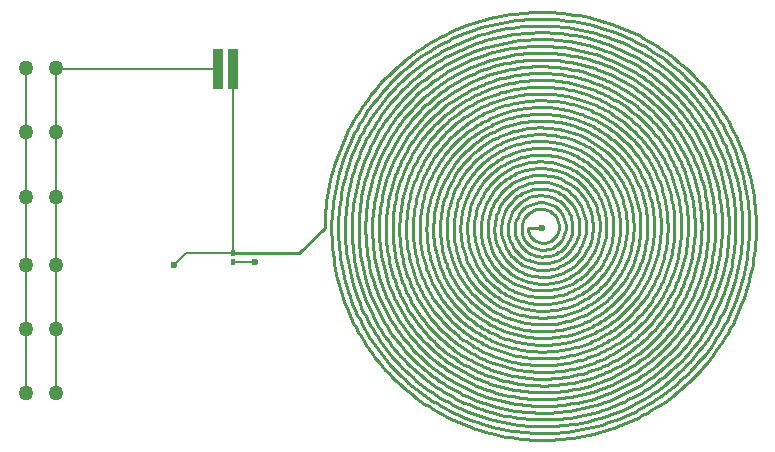
<source format=gbr>
%TF.GenerationSoftware,KiCad,Pcbnew,8.0.0*%
%TF.CreationDate,2024-03-27T12:37:06-02:30*%
%TF.ProjectId,test-receiver,74657374-2d72-4656-9365-697665722e6b,rev?*%
%TF.SameCoordinates,Original*%
%TF.FileFunction,Copper,L1,Top*%
%TF.FilePolarity,Positive*%
%FSLAX46Y46*%
G04 Gerber Fmt 4.6, Leading zero omitted, Abs format (unit mm)*
G04 Created by KiCad (PCBNEW 8.0.0) date 2024-03-27 12:37:06*
%MOMM*%
%LPD*%
G01*
G04 APERTURE LIST*
%ADD10C,0.230000*%
%TA.AperFunction,Conductor*%
%ADD11C,0.200000*%
%TD*%
%TA.AperFunction,Conductor*%
%ADD12C,0.230000*%
%TD*%
%TA.AperFunction,ComponentPad*%
%ADD13C,1.270000*%
%TD*%
%TA.AperFunction,SMDPad,CuDef*%
%ADD14R,0.903200X3.352800*%
%TD*%
%TA.AperFunction,SMDPad,CuDef*%
%ADD15R,0.304800X0.558800*%
%TD*%
%TA.AperFunction,ViaPad*%
%ADD16C,0.600000*%
%TD*%
G04 APERTURE END LIST*
D10*
X148945232Y-60200115D02*
X148635389Y-60330341D01*
X148328836Y-60468236D01*
X148025741Y-60613689D01*
X147726274Y-60766591D01*
X147430608Y-60926834D01*
X147138910Y-61094309D01*
X146851353Y-61268905D01*
X146568107Y-61450514D01*
X146289340Y-61639026D01*
X146015225Y-61834333D01*
X145745932Y-62036326D01*
X145481630Y-62244894D01*
X145222490Y-62459930D01*
X144968682Y-62681323D01*
X144720377Y-62908964D01*
X144477746Y-63142746D01*
X147730441Y-66395441D02*
X147494691Y-66635037D01*
X147267929Y-66883306D01*
X147050420Y-67139879D01*
X146842426Y-67404383D01*
X146644214Y-67676449D01*
X146456046Y-67955704D01*
X146278187Y-68241778D01*
X146110900Y-68534300D01*
X145954452Y-68832899D01*
X145809105Y-69137205D01*
X145718505Y-69343063D01*
X147628792Y-79406208D02*
X147872196Y-79645629D01*
X148124408Y-79875918D01*
X148385051Y-80096808D01*
X148653748Y-80308030D01*
X148930122Y-80509316D01*
X149213796Y-80700397D01*
X149504393Y-80881005D01*
X149801537Y-81050872D01*
X150104850Y-81209729D01*
X150413956Y-81357308D01*
X150623059Y-81449297D01*
X154185000Y-63793750D02*
X153851528Y-63796421D01*
X153518274Y-63811483D01*
X153185684Y-63838861D01*
X152854202Y-63878480D01*
X152524276Y-63930265D01*
X152196349Y-63994141D01*
X151870869Y-64070035D01*
X151548281Y-64157871D01*
X151229030Y-64257574D01*
X150913562Y-64369071D01*
X150705572Y-64449917D01*
X158911569Y-68123431D02*
X158736732Y-67950136D01*
X158555493Y-67783379D01*
X158368122Y-67623354D01*
X158174887Y-67470260D01*
X157976059Y-67324292D01*
X157771909Y-67185646D01*
X157562705Y-67054521D01*
X157348719Y-66931112D01*
X157130219Y-66815616D01*
X156907476Y-66708230D01*
X156756757Y-66641242D01*
X160414964Y-87890505D02*
X160783185Y-87735252D01*
X161147477Y-87570895D01*
X161507639Y-87397565D01*
X161863468Y-87215392D01*
X162214763Y-87024505D01*
X162561320Y-86825035D01*
X162902939Y-86617112D01*
X163239417Y-86400866D01*
X163570551Y-86176429D01*
X163896141Y-85943928D01*
X164215983Y-85703496D01*
X164529876Y-85455263D01*
X164837618Y-85199357D01*
X165139006Y-84935911D01*
X165433839Y-84665053D01*
X165721915Y-84386915D01*
X165416946Y-61618054D02*
X165139552Y-61344056D01*
X164855415Y-61076995D01*
X164564729Y-60817005D01*
X164267685Y-60564220D01*
X163964476Y-60318772D01*
X163655296Y-60080798D01*
X163340336Y-59850429D01*
X163019790Y-59627801D01*
X162693850Y-59413047D01*
X162362709Y-59206302D01*
X162026559Y-59007698D01*
X161685595Y-58817371D01*
X161340007Y-58635453D01*
X160989990Y-58462079D01*
X160635735Y-58297383D01*
X160277436Y-58141500D01*
X167043265Y-59991735D02*
X166725484Y-59678283D01*
X166399996Y-59372787D01*
X166067022Y-59075399D01*
X165726782Y-58786272D01*
X165379497Y-58505559D01*
X165025388Y-58233411D01*
X164664677Y-57969982D01*
X164297584Y-57715425D01*
X163924330Y-57469891D01*
X163545136Y-57233534D01*
X163160223Y-57006506D01*
X162769813Y-56788959D01*
X162374125Y-56581047D01*
X161973382Y-56382923D01*
X161567803Y-56194737D01*
X161157611Y-56016645D01*
X156756757Y-66641242D02*
X156527679Y-66547562D01*
X156295171Y-66462417D01*
X156059559Y-66385885D01*
X155821169Y-66318046D01*
X155580328Y-66258978D01*
X155337361Y-66208761D01*
X155092595Y-66167472D01*
X154846356Y-66135191D01*
X154598971Y-66111998D01*
X154350765Y-66097970D01*
X154185000Y-66093750D01*
X138281305Y-66262466D02*
X138122178Y-66653901D01*
X137972800Y-67049201D01*
X137833224Y-67448117D01*
X137703503Y-67850399D01*
X137583691Y-68255801D01*
X137473841Y-68664072D01*
X137374006Y-69074966D01*
X137284240Y-69488233D01*
X137204596Y-69903625D01*
X137135128Y-70320893D01*
X137075890Y-70739790D01*
X137026933Y-71160066D01*
X136988312Y-71581474D01*
X136960081Y-72003764D01*
X136942292Y-72426689D01*
X136935000Y-72850000D01*
X155557226Y-74222226D02*
X155724021Y-74051034D01*
X155868798Y-73859217D01*
X155989712Y-73649922D01*
X156084919Y-73426300D01*
X156152576Y-73191501D01*
X156190838Y-72948673D01*
X156197500Y-72850000D01*
X148374660Y-70443280D02*
X148286789Y-70657580D01*
X148206900Y-70875106D01*
X148135068Y-71095553D01*
X148071367Y-71318615D01*
X148015872Y-71543988D01*
X147968657Y-71771365D01*
X147929798Y-72000442D01*
X147899368Y-72230913D01*
X147877442Y-72462474D01*
X147864095Y-72694818D01*
X147860000Y-72850000D01*
X151585747Y-66574841D02*
X151355095Y-66671636D01*
X151128095Y-66776981D01*
X150905035Y-66890700D01*
X150686205Y-67012615D01*
X150471893Y-67142550D01*
X150262389Y-67280327D01*
X150057983Y-67425770D01*
X149858964Y-67578701D01*
X149665621Y-67738944D01*
X149478243Y-67906321D01*
X149356782Y-68021782D01*
X154185000Y-58618750D02*
X153835673Y-58620660D01*
X153486459Y-58631239D01*
X153137565Y-58650449D01*
X152789197Y-58678255D01*
X152441564Y-58714618D01*
X152094871Y-58759501D01*
X151749325Y-58812868D01*
X151405133Y-58874682D01*
X151062503Y-58944905D01*
X150721641Y-59023500D01*
X150382753Y-59110431D01*
X150046047Y-59205659D01*
X149711730Y-59309149D01*
X149380008Y-59420863D01*
X149051089Y-59540764D01*
X148725179Y-59668815D01*
X143593592Y-68462888D02*
X143486919Y-68723301D01*
X143386725Y-68986323D01*
X143293047Y-69251789D01*
X143205921Y-69519533D01*
X143125386Y-69789390D01*
X143051477Y-70061194D01*
X142984232Y-70334781D01*
X142923688Y-70609985D01*
X142869881Y-70886641D01*
X142822849Y-71164583D01*
X142782629Y-71443647D01*
X142749258Y-71723666D01*
X142722772Y-72004477D01*
X142703209Y-72285913D01*
X142690606Y-72567809D01*
X142685000Y-72850000D01*
X154185000Y-85068750D02*
X154484933Y-85067431D01*
X154784786Y-85058668D01*
X155084380Y-85042491D01*
X155383537Y-85018931D01*
X155682080Y-84988020D01*
X155979831Y-84949791D01*
X156276612Y-84904273D01*
X156572246Y-84851499D01*
X156866554Y-84791500D01*
X157159358Y-84724307D01*
X157450482Y-84649953D01*
X157739747Y-84568468D01*
X158026976Y-84479884D01*
X158311990Y-84384233D01*
X158594612Y-84281545D01*
X158874665Y-84171854D01*
X161389819Y-69865669D02*
X161278228Y-69601055D01*
X161156837Y-69340667D01*
X161025850Y-69084836D01*
X160885472Y-68833892D01*
X160735907Y-68588166D01*
X160577360Y-68347990D01*
X160410036Y-68113694D01*
X160234140Y-67885609D01*
X160049877Y-67664066D01*
X159857451Y-67449397D01*
X159724734Y-67310266D01*
X163979562Y-76907039D02*
X164078365Y-76666278D01*
X164171180Y-76423098D01*
X164257972Y-76177650D01*
X164338707Y-75930087D01*
X164413350Y-75680562D01*
X164481867Y-75429228D01*
X164544223Y-75176237D01*
X164600384Y-74921743D01*
X164650315Y-74665899D01*
X164693982Y-74408856D01*
X164731350Y-74150768D01*
X164762385Y-73891788D01*
X164787052Y-73632068D01*
X164805316Y-73371761D01*
X164817143Y-73111021D01*
X164822500Y-72850000D01*
X154185000Y-60343750D02*
X153878009Y-60345155D01*
X153571105Y-60354180D01*
X153264468Y-60370793D01*
X152958281Y-60394960D01*
X152652725Y-60426651D01*
X152347982Y-60465831D01*
X152044235Y-60512469D01*
X151741665Y-60566533D01*
X151440454Y-60627990D01*
X151140784Y-60696808D01*
X150842837Y-60772955D01*
X150546795Y-60856398D01*
X150252840Y-60947105D01*
X149961153Y-61045043D01*
X149671917Y-61150180D01*
X149385314Y-61262485D01*
X148950200Y-67615200D02*
X148758536Y-67809083D01*
X148574129Y-68010037D01*
X148397197Y-68217762D01*
X148227954Y-68431958D01*
X148066619Y-68652326D01*
X147913408Y-68878566D01*
X147768537Y-69110378D01*
X147632222Y-69347464D01*
X147504681Y-69589524D01*
X147386130Y-69836259D01*
X147312197Y-70003198D01*
X140870990Y-78364825D02*
X141008186Y-78690882D01*
X141153446Y-79013473D01*
X141306654Y-79332419D01*
X141467695Y-79647541D01*
X141636456Y-79958659D01*
X141812822Y-80265594D01*
X141996677Y-80568167D01*
X142187908Y-80866200D01*
X142386399Y-81159512D01*
X142592037Y-81447925D01*
X142804706Y-81731259D01*
X143024293Y-82009336D01*
X143250681Y-82281976D01*
X143483758Y-82549000D01*
X143723407Y-82810229D01*
X143969516Y-83065484D01*
X139277320Y-79024960D02*
X139431173Y-79389938D01*
X139594052Y-79751022D01*
X139765826Y-80108014D01*
X139946366Y-80460711D01*
X140135545Y-80808915D01*
X140333232Y-81152423D01*
X140539300Y-81491037D01*
X140753619Y-81824556D01*
X140976061Y-82152780D01*
X141206496Y-82475507D01*
X141444796Y-82792539D01*
X141690831Y-83103674D01*
X141944474Y-83408712D01*
X142205595Y-83707453D01*
X142474066Y-83999697D01*
X142749757Y-84285243D01*
X154185000Y-78168750D02*
X154446410Y-78167570D01*
X154707490Y-78153008D01*
X154967648Y-78125273D01*
X155226293Y-78084576D01*
X155482833Y-78031127D01*
X155736678Y-77965136D01*
X155987235Y-77886815D01*
X156233913Y-77796373D01*
X156476121Y-77694020D01*
X156713268Y-77579968D01*
X156944762Y-77454426D01*
X157170012Y-77317606D01*
X157388427Y-77169717D01*
X157599414Y-77010970D01*
X157802384Y-76841575D01*
X157996744Y-76661744D01*
X159724734Y-67310266D02*
X159519423Y-67107578D01*
X159306641Y-66912581D01*
X159086705Y-66725504D01*
X158859933Y-66546574D01*
X158626642Y-66376019D01*
X158387149Y-66214069D01*
X158141771Y-66060952D01*
X157890827Y-65916895D01*
X157634633Y-65782128D01*
X157373506Y-65656879D01*
X157196839Y-65578780D01*
X160792187Y-75586781D02*
X160891675Y-75342929D01*
X160982075Y-75095442D01*
X161063304Y-74844667D01*
X161135279Y-74590951D01*
X161197918Y-74334642D01*
X161251136Y-74076087D01*
X161294852Y-73815632D01*
X161328981Y-73553626D01*
X161353442Y-73290416D01*
X161368152Y-73026349D01*
X161372500Y-72850000D01*
X141936580Y-85098420D02*
X142239219Y-85397074D01*
X142549205Y-85688154D01*
X142866325Y-85971515D01*
X143190369Y-86247011D01*
X143521128Y-86514496D01*
X143858390Y-86773826D01*
X144201946Y-87024854D01*
X144551585Y-87267435D01*
X144907097Y-87501423D01*
X145268271Y-87726673D01*
X145634898Y-87943039D01*
X146006766Y-88150376D01*
X146383666Y-88348538D01*
X146765387Y-88537380D01*
X147151718Y-88716755D01*
X147542451Y-88886520D01*
X146409034Y-80625966D02*
X146600599Y-80816162D01*
X146796857Y-81001577D01*
X146997677Y-81182118D01*
X147202924Y-81357691D01*
X147412466Y-81528203D01*
X147626170Y-81693559D01*
X147843904Y-81853666D01*
X148065535Y-82008431D01*
X148290929Y-82157760D01*
X148519954Y-82301559D01*
X148752478Y-82439735D01*
X148988367Y-82572194D01*
X149227489Y-82698843D01*
X149469711Y-82819587D01*
X149714900Y-82934334D01*
X149962924Y-83042990D01*
X147312197Y-70003198D02*
X147208836Y-70256900D01*
X147114932Y-70514374D01*
X147030570Y-70775258D01*
X146955836Y-71039192D01*
X146890816Y-71305814D01*
X146835597Y-71574762D01*
X146790262Y-71845676D01*
X146754899Y-72118193D01*
X146729594Y-72391953D01*
X146714431Y-72666594D01*
X146710000Y-72850000D01*
X168295845Y-67005114D02*
X168150319Y-66659596D01*
X167996250Y-66317757D01*
X167833759Y-65979789D01*
X167662968Y-65645879D01*
X167483999Y-65316218D01*
X167296972Y-64990996D01*
X167102011Y-64670402D01*
X166899236Y-64354626D01*
X166688769Y-64043858D01*
X166470733Y-63738287D01*
X166245248Y-63438104D01*
X166012437Y-63143497D01*
X165772422Y-62854658D01*
X165525323Y-62571774D01*
X165271263Y-62295037D01*
X165010364Y-62024636D01*
X147777028Y-75504269D02*
X147875938Y-75739771D01*
X147983576Y-75971540D01*
X148099763Y-76199281D01*
X148224316Y-76422698D01*
X148357056Y-76641496D01*
X148497800Y-76855380D01*
X148646370Y-77064055D01*
X148802583Y-77267225D01*
X148966259Y-77464594D01*
X149137217Y-77655869D01*
X149255146Y-77779854D01*
X150925612Y-64981148D02*
X150636741Y-65103304D01*
X150352505Y-65236155D01*
X150073266Y-65379475D01*
X149799382Y-65533039D01*
X149531217Y-65696624D01*
X149269129Y-65870003D01*
X149013481Y-66052953D01*
X148764632Y-66245250D01*
X148522944Y-66446668D01*
X148288778Y-66656982D01*
X148137024Y-66802024D01*
X148065056Y-58075145D02*
X147703321Y-58227601D01*
X147345443Y-58389005D01*
X146991622Y-58559227D01*
X146642056Y-58738141D01*
X146296943Y-58925618D01*
X145956482Y-59121530D01*
X145620872Y-59325748D01*
X145290310Y-59538146D01*
X144964996Y-59758594D01*
X144645128Y-59986966D01*
X144330904Y-60223132D01*
X144022524Y-60466965D01*
X143720185Y-60718337D01*
X143424087Y-60977119D01*
X143134427Y-61243184D01*
X142851405Y-61516405D01*
X154185000Y-82768750D02*
X154428485Y-82768096D01*
X154671926Y-82761400D01*
X154915178Y-82748685D01*
X155158096Y-82729977D01*
X155400536Y-82705300D01*
X155642353Y-82674678D01*
X155883403Y-82638137D01*
X156123541Y-82595700D01*
X156362624Y-82547393D01*
X156600505Y-82493240D01*
X156837041Y-82433265D01*
X157072088Y-82367493D01*
X157305501Y-82295949D01*
X157537135Y-82218657D01*
X157766846Y-82135643D01*
X157994490Y-82046930D01*
X154185000Y-89093750D02*
X154583718Y-89091247D01*
X154982292Y-89078853D01*
X155380485Y-89056609D01*
X155778062Y-89024557D01*
X156174785Y-88982742D01*
X156570420Y-88931204D01*
X156964730Y-88869987D01*
X157357480Y-88799134D01*
X157748432Y-88718687D01*
X158137352Y-88628688D01*
X158524003Y-88529181D01*
X158908149Y-88420207D01*
X159289554Y-88301810D01*
X159667982Y-88174032D01*
X160043197Y-88036916D01*
X160414964Y-87890505D01*
X145697506Y-64362506D02*
X145490055Y-64571743D01*
X145287829Y-64786095D01*
X145090931Y-65005417D01*
X144899461Y-65229564D01*
X144713523Y-65458391D01*
X144533217Y-65691752D01*
X144358646Y-65929503D01*
X144189911Y-66171498D01*
X144027114Y-66417593D01*
X143870358Y-66667641D01*
X143719743Y-66921499D01*
X143575372Y-67179021D01*
X143437346Y-67440062D01*
X143305768Y-67704477D01*
X143180739Y-67972120D01*
X143062361Y-68242847D01*
X165108436Y-68325371D02*
X164996250Y-68057692D01*
X164877439Y-67792840D01*
X164752096Y-67530961D01*
X164620315Y-67272202D01*
X164482189Y-67016711D01*
X164337812Y-66764636D01*
X164187278Y-66516123D01*
X164030680Y-66271321D01*
X163868112Y-66030376D01*
X163699668Y-65793436D01*
X163525441Y-65560648D01*
X163345525Y-65332160D01*
X163160014Y-65108119D01*
X162969001Y-64888673D01*
X162772580Y-64673969D01*
X162570846Y-64464154D01*
X143562933Y-83472067D02*
X143825180Y-83731291D01*
X144093808Y-83983955D01*
X144368636Y-84229932D01*
X144649481Y-84469096D01*
X144936161Y-84701319D01*
X145228493Y-84926475D01*
X145526296Y-85144439D01*
X145829387Y-85355082D01*
X146137584Y-85558280D01*
X146450705Y-85753905D01*
X146768567Y-85941831D01*
X147090989Y-86121932D01*
X147417788Y-86294080D01*
X147748782Y-86458150D01*
X148083788Y-86614016D01*
X148422626Y-86761550D01*
X141468645Y-67582724D02*
X141340992Y-67895546D01*
X141221127Y-68211479D01*
X141109093Y-68530325D01*
X141004932Y-68851884D01*
X140908689Y-69175958D01*
X140820407Y-69502349D01*
X140740129Y-69830858D01*
X140667900Y-70161287D01*
X140603761Y-70493437D01*
X140547757Y-70827109D01*
X140499932Y-71162105D01*
X140460328Y-71498227D01*
X140428990Y-71835276D01*
X140405960Y-72173053D01*
X140391282Y-72511361D01*
X140385000Y-72850000D01*
X160194923Y-87359205D02*
X160550171Y-87209525D01*
X160901634Y-87051060D01*
X161249115Y-86883935D01*
X161592419Y-86708276D01*
X161931351Y-86524207D01*
X162265717Y-86331855D01*
X162595321Y-86131344D01*
X162919969Y-85922800D01*
X163239464Y-85706348D01*
X163553613Y-85482114D01*
X163862219Y-85250222D01*
X164165089Y-85010799D01*
X164462027Y-84763970D01*
X164752837Y-84509860D01*
X165037326Y-84248594D01*
X165315298Y-83980298D01*
X162977429Y-64057571D02*
X162760619Y-63842725D01*
X162538514Y-63633295D01*
X162311262Y-63429387D01*
X162079016Y-63231105D01*
X161841925Y-63038554D01*
X161600139Y-62851842D01*
X161353810Y-62671072D01*
X161103086Y-62496350D01*
X160848120Y-62327781D01*
X160589061Y-62165472D01*
X160326059Y-62009527D01*
X160059265Y-61860051D01*
X159788830Y-61717151D01*
X159514903Y-61580931D01*
X159237635Y-61451497D01*
X158957178Y-61328955D01*
X158403338Y-77068338D02*
X158609323Y-76859702D01*
X158804396Y-76640760D01*
X158988258Y-76412147D01*
X159160610Y-76174502D01*
X159321155Y-75928460D01*
X159469593Y-75674659D01*
X159605627Y-75413736D01*
X159728958Y-75146327D01*
X159839288Y-74873069D01*
X159936318Y-74594600D01*
X160019750Y-74311555D01*
X160089286Y-74024573D01*
X160144627Y-73734289D01*
X160185475Y-73441341D01*
X160211532Y-73146365D01*
X160222500Y-72850000D01*
X160855057Y-88952875D02*
X161249224Y-88786538D01*
X161639179Y-88610454D01*
X162024704Y-88424763D01*
X162405583Y-88229605D01*
X162781601Y-88025119D01*
X163152540Y-87811445D01*
X163518185Y-87588723D01*
X163878320Y-87357091D01*
X164232728Y-87116691D01*
X164581193Y-86867661D01*
X164923499Y-86610141D01*
X165259430Y-86344270D01*
X165588770Y-86070189D01*
X165911302Y-85788037D01*
X166226811Y-85497954D01*
X166535080Y-85200080D01*
X143062361Y-68242847D02*
X142950447Y-68516362D01*
X142845338Y-68792613D01*
X142747073Y-69071424D01*
X142655690Y-69352622D01*
X142571229Y-69636033D01*
X142493727Y-69921485D01*
X142423223Y-70208802D01*
X142359757Y-70497813D01*
X142303366Y-70788342D01*
X142254089Y-71080217D01*
X142211966Y-71373264D01*
X142177034Y-71667309D01*
X142149333Y-71962179D01*
X142128901Y-72257700D01*
X142115777Y-72553698D01*
X142110000Y-72850000D01*
X154185000Y-59193750D02*
X153849785Y-59195504D01*
X153514675Y-59205573D01*
X153179867Y-59223923D01*
X152845559Y-59250518D01*
X152511951Y-59285324D01*
X152179242Y-59328306D01*
X151847629Y-59379428D01*
X151517311Y-59438656D01*
X151188487Y-59505956D01*
X150861356Y-59581292D01*
X150536116Y-59664629D01*
X150212965Y-59755932D01*
X149892103Y-59855168D01*
X149573728Y-59962300D01*
X149258038Y-60077294D01*
X148945232Y-60200115D01*
X166230100Y-60804900D02*
X165932514Y-60511165D01*
X165627703Y-60224881D01*
X165315874Y-59946189D01*
X164997232Y-59675233D01*
X164671986Y-59412155D01*
X164340341Y-59157099D01*
X164002506Y-58910206D01*
X163658686Y-58671621D01*
X163309089Y-58441485D01*
X162953922Y-58219942D01*
X162593392Y-58007135D01*
X162227704Y-57803205D01*
X161857067Y-57608298D01*
X161481688Y-57422554D01*
X161101773Y-57246117D01*
X160717529Y-57079130D01*
X142343220Y-84691780D02*
X142635752Y-84980576D01*
X142935389Y-85262054D01*
X143241929Y-85536073D01*
X143555168Y-85802491D01*
X143874901Y-86061167D01*
X144200927Y-86311961D01*
X144533041Y-86554731D01*
X144871041Y-86789336D01*
X145214722Y-87015636D01*
X145563881Y-87233490D01*
X145918315Y-87442755D01*
X146277821Y-87643292D01*
X146642195Y-87834960D01*
X147011234Y-88017617D01*
X147384734Y-88191122D01*
X147762492Y-88355335D01*
X143969516Y-83065484D02*
X144221667Y-83314841D01*
X144479958Y-83557894D01*
X144744214Y-83794521D01*
X145014259Y-84024600D01*
X145289919Y-84248008D01*
X145571019Y-84464624D01*
X145857382Y-84674326D01*
X146148836Y-84876991D01*
X146445203Y-85072498D01*
X146746309Y-85260725D01*
X147051980Y-85441549D01*
X147362040Y-85614849D01*
X147676313Y-85780503D01*
X147994626Y-85938388D01*
X148316802Y-86088382D01*
X148642667Y-86230365D01*
X164577205Y-68545412D02*
X164470576Y-68290708D01*
X164357641Y-68038687D01*
X164238490Y-67789490D01*
X164113210Y-67543256D01*
X163981892Y-67300127D01*
X163844623Y-67060243D01*
X163701494Y-66823744D01*
X163552592Y-66590770D01*
X163398007Y-66361461D01*
X163237828Y-66135959D01*
X163072145Y-65914404D01*
X162901045Y-65696935D01*
X162724617Y-65483693D01*
X162542952Y-65274820D01*
X162356137Y-65070454D01*
X162164263Y-64870737D01*
X172297500Y-72850000D02*
X172294448Y-72405417D01*
X172280367Y-71961009D01*
X172255305Y-71517038D01*
X172219308Y-71073767D01*
X172172426Y-70631460D01*
X172114707Y-70190379D01*
X172046197Y-69750788D01*
X171966946Y-69312950D01*
X171877002Y-68877127D01*
X171776411Y-68443583D01*
X171665223Y-68012580D01*
X171543486Y-67584382D01*
X171411247Y-67159251D01*
X171268554Y-66737452D01*
X171115455Y-66319246D01*
X170952000Y-65904897D01*
X149522842Y-84105452D02*
X149799632Y-84218684D01*
X150079188Y-84325027D01*
X150361334Y-84424443D01*
X150645894Y-84516892D01*
X150932693Y-84602336D01*
X151221556Y-84680735D01*
X151512305Y-84752051D01*
X151804767Y-84816245D01*
X152098764Y-84873279D01*
X152394122Y-84923113D01*
X152690664Y-84965708D01*
X152988216Y-85001026D01*
X153286601Y-85029028D01*
X153585644Y-85049675D01*
X153885168Y-85062929D01*
X154185000Y-85068750D01*
X158517096Y-62391394D02*
X158259959Y-62286034D01*
X158000244Y-62187071D01*
X157738115Y-62094542D01*
X157473735Y-62008482D01*
X157207267Y-61928930D01*
X156938874Y-61855920D01*
X156668720Y-61789490D01*
X156396967Y-61729676D01*
X156123779Y-61676515D01*
X155849320Y-61630044D01*
X155573752Y-61590300D01*
X155297239Y-61557318D01*
X155019944Y-61531135D01*
X154742031Y-61511788D01*
X154463661Y-61499314D01*
X154185000Y-61493750D01*
X154185000Y-56318750D02*
X153779225Y-56321339D01*
X153373599Y-56333996D01*
X152968363Y-56356676D01*
X152563756Y-56389336D01*
X152160020Y-56431933D01*
X151757393Y-56484424D01*
X151356117Y-56546766D01*
X150956431Y-56618914D01*
X150558575Y-56700826D01*
X150162790Y-56792459D01*
X149769316Y-56893768D01*
X149378393Y-57004712D01*
X148990262Y-57125246D01*
X148605161Y-57255328D01*
X148223332Y-57394913D01*
X147845016Y-57543960D01*
X165010364Y-62024636D02*
X164743066Y-61760488D01*
X164469266Y-61503028D01*
X164189151Y-61252384D01*
X163902906Y-61008685D01*
X163610716Y-60772058D01*
X163312768Y-60542634D01*
X163009246Y-60320541D01*
X162700337Y-60105907D01*
X162386226Y-59898860D01*
X162067099Y-59699530D01*
X161743141Y-59508045D01*
X161414539Y-59324534D01*
X161081477Y-59149125D01*
X160744142Y-58981947D01*
X160402719Y-58823129D01*
X160057394Y-58672800D01*
X163384023Y-63650977D02*
X163157115Y-63426273D01*
X162924670Y-63207238D01*
X162686846Y-62993983D01*
X162443799Y-62786617D01*
X162195687Y-62585251D01*
X161942668Y-62389993D01*
X161684899Y-62200956D01*
X161422538Y-62018247D01*
X161155742Y-61841979D01*
X160884669Y-61672260D01*
X160609476Y-61509201D01*
X160330321Y-61352912D01*
X160047362Y-61203502D01*
X159760755Y-61061083D01*
X159470659Y-60925764D01*
X159177231Y-60797655D01*
X136360000Y-72850000D02*
X136362963Y-73287526D01*
X136376782Y-73724882D01*
X136401410Y-74161810D01*
X136436798Y-74598050D01*
X136482900Y-75033345D01*
X136539669Y-75467433D01*
X136607057Y-75900058D01*
X136685018Y-76330960D01*
X136773504Y-76759880D01*
X136872468Y-77186559D01*
X136981863Y-77610739D01*
X137101642Y-78032160D01*
X137231757Y-78450564D01*
X137372161Y-78865691D01*
X137522808Y-79277283D01*
X137683650Y-79685082D01*
X154185000Y-66093750D02*
X153936188Y-66094888D01*
X153687475Y-66105273D01*
X153439195Y-66124854D01*
X153191680Y-66153577D01*
X152945263Y-66191391D01*
X152700279Y-66238242D01*
X152457060Y-66294079D01*
X152215939Y-66358848D01*
X151977251Y-66432498D01*
X151741328Y-66514976D01*
X151585747Y-66574841D01*
X152914422Y-74120578D02*
X153106420Y-74304313D01*
X153325338Y-74458361D01*
X153566154Y-74579708D01*
X153823844Y-74665339D01*
X154093386Y-74712242D01*
X154185000Y-74718750D01*
X166635705Y-78007255D02*
X166760742Y-77700983D01*
X166878156Y-77391664D01*
X166987902Y-77079491D01*
X167089938Y-76764658D01*
X167184222Y-76447361D01*
X167270711Y-76127793D01*
X167349363Y-75806149D01*
X167420134Y-75482624D01*
X167482982Y-75157410D01*
X167537865Y-74830704D01*
X167584740Y-74502699D01*
X167623563Y-74173590D01*
X167654294Y-73843572D01*
X167676889Y-73512837D01*
X167691305Y-73181582D01*
X167697500Y-72850000D01*
X154185000Y-70118750D02*
X153916295Y-70122469D01*
X153648590Y-70153393D01*
X153384375Y-70210765D01*
X153126144Y-70293830D01*
X152876388Y-70401831D01*
X152637600Y-70534013D01*
X152412271Y-70689619D01*
X152202895Y-70867895D01*
X148862708Y-85699180D02*
X149178807Y-85828129D01*
X149498048Y-85949213D01*
X149820230Y-86062387D01*
X150145154Y-86167607D01*
X150472617Y-86264828D01*
X150802421Y-86354007D01*
X151134363Y-86435099D01*
X151468244Y-86508061D01*
X151803863Y-86572847D01*
X152141018Y-86629415D01*
X152479511Y-86677719D01*
X152819139Y-86717717D01*
X153159703Y-86749362D01*
X153501001Y-86772612D01*
X153842834Y-86787423D01*
X154185000Y-86793750D01*
X164908715Y-83573715D02*
X165170391Y-83308942D01*
X165425446Y-83037728D01*
X165673752Y-82760257D01*
X165915181Y-82476712D01*
X166149604Y-82187277D01*
X166376895Y-81892137D01*
X166596924Y-81591475D01*
X166809566Y-81285475D01*
X167014691Y-80974322D01*
X167212172Y-80658198D01*
X167401881Y-80337289D01*
X167583690Y-80011777D01*
X167757472Y-79681847D01*
X167923099Y-79347684D01*
X168080442Y-79009470D01*
X168229375Y-78667390D01*
X165823575Y-61211425D02*
X165536075Y-60927568D01*
X165241593Y-60650903D01*
X164940327Y-60381569D01*
X164632478Y-60119704D01*
X164318245Y-59865447D01*
X163997828Y-59618935D01*
X163671427Y-59380309D01*
X163339241Y-59149705D01*
X163001471Y-58927262D01*
X162658316Y-58713119D01*
X162309975Y-58507415D01*
X161956649Y-58310287D01*
X161598538Y-58121875D01*
X161235841Y-57942316D01*
X160868757Y-57771750D01*
X160497488Y-57610315D01*
X160858588Y-70085710D02*
X160755450Y-69840504D01*
X160643226Y-69599196D01*
X160522106Y-69362092D01*
X160392278Y-69129498D01*
X160253930Y-68901724D01*
X160107252Y-68679075D01*
X159952432Y-68461859D01*
X159789659Y-68250384D01*
X159619121Y-68044955D01*
X159441008Y-67845882D01*
X159318151Y-67716849D01*
X154185000Y-90818750D02*
X154626055Y-90815741D01*
X155066938Y-90801790D01*
X155507388Y-90776942D01*
X155947143Y-90741247D01*
X156385944Y-90694751D01*
X156823529Y-90637503D01*
X157259637Y-90569551D01*
X157694007Y-90490942D01*
X158126379Y-90401724D01*
X158556491Y-90301946D01*
X158984082Y-90191654D01*
X159408892Y-90070897D01*
X159830659Y-89939723D01*
X160249124Y-89798179D01*
X160664024Y-89646314D01*
X161075099Y-89484175D01*
X139343790Y-66702549D02*
X139195141Y-67067780D01*
X139055587Y-67436624D01*
X138925180Y-67808850D01*
X138803969Y-68184225D01*
X138692004Y-68562517D01*
X138589335Y-68943496D01*
X138496013Y-69326928D01*
X138412088Y-69712583D01*
X138337610Y-70100227D01*
X138272630Y-70489631D01*
X138217196Y-70880561D01*
X138171361Y-71272786D01*
X138135173Y-71666074D01*
X138108684Y-72060194D01*
X138091942Y-72454913D01*
X138085000Y-72850000D01*
X159072500Y-72850000D02*
X159071781Y-72609772D01*
X159058761Y-72369809D01*
X159033631Y-72130656D01*
X158996580Y-71892857D01*
X158947802Y-71656957D01*
X158887486Y-71423501D01*
X158815824Y-71193033D01*
X158733006Y-70966099D01*
X158639225Y-70743242D01*
X158534670Y-70525008D01*
X158419534Y-70311942D01*
X158294006Y-70104588D01*
X158158279Y-69903491D01*
X158012543Y-69709196D01*
X157856990Y-69522247D01*
X157691810Y-69343190D01*
X155963820Y-74628820D02*
X156136942Y-74451849D01*
X156291784Y-74257691D01*
X156427194Y-74048458D01*
X156542022Y-73826258D01*
X156635117Y-73593202D01*
X156705329Y-73351400D01*
X156751507Y-73102963D01*
X156772500Y-72850000D01*
X146183334Y-76164392D02*
X146307606Y-76458117D01*
X146442750Y-76747124D01*
X146588538Y-77031048D01*
X146744742Y-77309520D01*
X146911131Y-77582175D01*
X147087478Y-77848645D01*
X147273554Y-78108565D01*
X147469131Y-78361566D01*
X147673979Y-78607282D01*
X147887870Y-78845347D01*
X148035375Y-78999625D01*
X158737137Y-61860163D02*
X158466897Y-61749551D01*
X158193955Y-61645664D01*
X157918482Y-61548542D01*
X157640648Y-61458221D01*
X157360626Y-61374739D01*
X157078587Y-61298136D01*
X156794702Y-61228449D01*
X156509144Y-61165715D01*
X156222083Y-61109973D01*
X155933692Y-61061261D01*
X155644141Y-61019617D01*
X155353602Y-60985080D01*
X155062247Y-60957686D01*
X154770247Y-60937474D01*
X154477774Y-60924483D01*
X154185000Y-60918750D01*
X169889515Y-66344979D02*
X169727332Y-65960540D01*
X169555644Y-65580208D01*
X169374587Y-65204194D01*
X169184297Y-64832709D01*
X168984909Y-64465963D01*
X168776560Y-64104168D01*
X168559385Y-63747534D01*
X168333521Y-63396272D01*
X168099104Y-63050594D01*
X167856268Y-62710710D01*
X167605151Y-62376831D01*
X167345889Y-62049169D01*
X167078616Y-61727934D01*
X166803470Y-61413336D01*
X166520586Y-61105588D01*
X166230100Y-60804900D01*
X162983512Y-69205535D02*
X162893550Y-68989753D01*
X162798243Y-68776228D01*
X162697664Y-68565077D01*
X162591889Y-68356420D01*
X162480993Y-68150377D01*
X162365050Y-67947066D01*
X162244134Y-67746608D01*
X162118322Y-67549120D01*
X161987687Y-67354723D01*
X161852305Y-67163536D01*
X161712250Y-66975677D01*
X161567598Y-66791267D01*
X161418422Y-66610425D01*
X161264798Y-66433269D01*
X161106801Y-66259919D01*
X160944505Y-66090495D01*
X154185000Y-68968750D02*
X153898807Y-68971889D01*
X153613358Y-68996866D01*
X153330123Y-69043189D01*
X153050574Y-69110364D01*
X152776182Y-69197898D01*
X152508418Y-69305300D01*
X152248754Y-69432076D01*
X151998659Y-69577734D01*
X151759606Y-69741780D01*
X151533066Y-69923723D01*
X151389718Y-70054718D01*
X148422626Y-86761550D02*
X148764927Y-86901017D01*
X149110622Y-87031961D01*
X149459494Y-87154334D01*
X149811324Y-87268089D01*
X150165896Y-87373178D01*
X150522993Y-87469554D01*
X150882397Y-87557171D01*
X151243891Y-87635981D01*
X151607257Y-87705936D01*
X151972278Y-87766991D01*
X152338738Y-87819097D01*
X152706418Y-87862207D01*
X153075101Y-87896275D01*
X153444571Y-87921253D01*
X153814610Y-87937093D01*
X154185000Y-87943750D01*
X156976797Y-66110011D02*
X156728018Y-66008583D01*
X156475537Y-65916429D01*
X156219706Y-65833632D01*
X155960880Y-65760277D01*
X155699414Y-65696448D01*
X155435662Y-65642229D01*
X155169978Y-65597704D01*
X154902716Y-65562958D01*
X154634231Y-65538075D01*
X154364877Y-65523139D01*
X154185000Y-65518750D01*
X167122500Y-72850000D02*
X167120963Y-72532426D01*
X167111547Y-72214944D01*
X167094283Y-71897743D01*
X167069206Y-71581011D01*
X167036348Y-71264936D01*
X166995742Y-70949706D01*
X166947422Y-70635509D01*
X166891421Y-70322534D01*
X166827772Y-70010968D01*
X166756509Y-69701000D01*
X166677663Y-69392817D01*
X166591270Y-69086608D01*
X166497361Y-68782562D01*
X166395970Y-68480866D01*
X166287130Y-68181708D01*
X166170875Y-67885277D01*
X142110000Y-72850000D02*
X142111273Y-73146406D01*
X142119904Y-73442733D01*
X142135861Y-73738806D01*
X142159113Y-74034449D01*
X142189630Y-74329485D01*
X142227380Y-74623740D01*
X142272334Y-74917038D01*
X142324459Y-75209203D01*
X142383725Y-75500058D01*
X142450101Y-75789430D01*
X142523557Y-76077141D01*
X142604062Y-76363017D01*
X142691584Y-76646881D01*
X142786093Y-76928558D01*
X142887558Y-77207873D01*
X142995949Y-77484649D01*
X158809921Y-77474921D02*
X158979542Y-77303892D01*
X159142772Y-77126596D01*
X159299415Y-76943295D01*
X159449281Y-76754254D01*
X159592176Y-76559735D01*
X159727909Y-76360003D01*
X159856285Y-76155322D01*
X159977113Y-75945955D01*
X160090201Y-75732166D01*
X160195355Y-75514219D01*
X160260956Y-75366741D01*
X162875780Y-81540780D02*
X163088161Y-81326495D01*
X163295191Y-81106975D01*
X163496764Y-80882368D01*
X163692776Y-80652822D01*
X163883123Y-80418485D01*
X164067700Y-80179508D01*
X164246405Y-79936038D01*
X164419131Y-79688224D01*
X164585776Y-79436215D01*
X164746236Y-79180159D01*
X164900405Y-78920206D01*
X165048180Y-78656503D01*
X165189456Y-78389199D01*
X165324130Y-78118444D01*
X165452097Y-77844385D01*
X165573254Y-77567173D01*
X147404922Y-56481475D02*
X147004268Y-56650607D01*
X146607898Y-56829644D01*
X146216033Y-57018442D01*
X145828892Y-57216860D01*
X145446694Y-57424756D01*
X145069659Y-57641988D01*
X144698006Y-57868415D01*
X144331956Y-58103895D01*
X143971728Y-58348284D01*
X143617542Y-58601443D01*
X143269617Y-58863229D01*
X142928173Y-59133500D01*
X142593430Y-59412115D01*
X142265607Y-59698931D01*
X141944923Y-59993806D01*
X141631600Y-60296600D01*
X148285097Y-58606330D02*
X147936336Y-58753253D01*
X147591290Y-58908801D01*
X147250151Y-59072848D01*
X146913111Y-59245272D01*
X146580359Y-59425951D01*
X146252089Y-59614760D01*
X145928492Y-59811578D01*
X145609759Y-60016280D01*
X145296081Y-60228744D01*
X144987651Y-60448847D01*
X144684660Y-60676466D01*
X144387299Y-60911477D01*
X144095759Y-61153758D01*
X143810233Y-61403185D01*
X143530912Y-61659636D01*
X143257988Y-61922988D01*
X141402290Y-78144784D02*
X141533914Y-78457867D01*
X141673285Y-78767626D01*
X141820291Y-79073890D01*
X141974823Y-79376486D01*
X142136771Y-79675243D01*
X142306024Y-79969987D01*
X142482472Y-80260547D01*
X142666004Y-80546751D01*
X142856512Y-80828427D01*
X143053884Y-81105402D01*
X143258010Y-81377504D01*
X143468780Y-81644562D01*
X143686084Y-81906402D01*
X143909812Y-82162854D01*
X144139853Y-82413744D01*
X144376098Y-82658902D01*
X160842856Y-79507856D02*
X161005937Y-79344058D01*
X161164935Y-79176230D01*
X161319771Y-79004485D01*
X161470363Y-78828936D01*
X161616631Y-78649698D01*
X161758493Y-78466882D01*
X161895870Y-78280604D01*
X162028681Y-78090975D01*
X162156845Y-77898110D01*
X162280281Y-77702121D01*
X162398909Y-77503123D01*
X162512647Y-77301229D01*
X162621416Y-77096552D01*
X162725135Y-76889205D01*
X162823723Y-76679302D01*
X162917100Y-76466957D01*
X148035375Y-78999625D02*
X148263544Y-79224350D01*
X148499986Y-79440521D01*
X148744348Y-79647885D01*
X148996276Y-79846189D01*
X149255417Y-80035180D01*
X149521419Y-80214608D01*
X149793929Y-80384219D01*
X150072592Y-80543762D01*
X150357057Y-80692984D01*
X150646971Y-80831633D01*
X150843100Y-80918067D01*
X139808620Y-78804919D02*
X139956902Y-79156922D01*
X140113892Y-79505175D01*
X140279465Y-79849484D01*
X140453497Y-80189655D01*
X140635864Y-80525496D01*
X140826441Y-80856813D01*
X141025102Y-81183414D01*
X141231724Y-81505104D01*
X141446183Y-81821690D01*
X141668353Y-82132979D01*
X141898109Y-82438779D01*
X142135329Y-82738895D01*
X142379886Y-83033134D01*
X142631656Y-83321304D01*
X142890515Y-83603210D01*
X143156339Y-83878661D01*
X170885530Y-79767607D02*
X171052520Y-79356517D01*
X171209275Y-78941376D01*
X171355736Y-78522443D01*
X171491849Y-78099979D01*
X171617556Y-77674246D01*
X171732802Y-77245504D01*
X171837530Y-76814014D01*
X171931685Y-76380037D01*
X172015208Y-75943834D01*
X172088045Y-75505666D01*
X172150140Y-75065793D01*
X172201435Y-74624478D01*
X172241875Y-74181979D01*
X172271403Y-73738560D01*
X172289963Y-73294479D01*
X172297500Y-72850000D01*
X160497488Y-57610315D02*
X160122428Y-57457754D01*
X159743662Y-57314530D01*
X159361427Y-57180695D01*
X158975961Y-57056300D01*
X158587502Y-56941398D01*
X158196288Y-56836039D01*
X157802557Y-56740277D01*
X157406548Y-56654161D01*
X157008498Y-56577745D01*
X156608644Y-56511080D01*
X156207227Y-56454217D01*
X155804482Y-56407208D01*
X155400649Y-56370105D01*
X154995966Y-56342960D01*
X154590670Y-56325824D01*
X154185000Y-56318750D01*
X168827030Y-66785061D02*
X168675951Y-66426571D01*
X168516008Y-66071902D01*
X168347327Y-65721253D01*
X168170035Y-65374818D01*
X167984257Y-65032796D01*
X167790122Y-64695383D01*
X167587755Y-64362776D01*
X167377283Y-64035172D01*
X167158834Y-63712767D01*
X166932533Y-63395758D01*
X166698508Y-63084343D01*
X166456884Y-62778718D01*
X166207790Y-62479079D01*
X165951350Y-62185625D01*
X165687694Y-61898550D01*
X165416946Y-61618054D01*
X144656054Y-68902982D02*
X144559873Y-69137190D01*
X144469516Y-69373757D01*
X144385018Y-69612533D01*
X144306413Y-69853369D01*
X144233733Y-70096117D01*
X144167012Y-70340628D01*
X144106285Y-70586753D01*
X144051584Y-70834344D01*
X144002945Y-71083252D01*
X143960400Y-71333329D01*
X143923982Y-71584425D01*
X143893727Y-71836393D01*
X143869668Y-72089082D01*
X143851837Y-72342346D01*
X143840270Y-72596034D01*
X143835000Y-72850000D01*
X150045437Y-62856224D02*
X149800464Y-62958686D01*
X149558068Y-63067214D01*
X149318383Y-63181722D01*
X149081544Y-63302125D01*
X148847687Y-63428337D01*
X148616947Y-63560273D01*
X148389458Y-63697849D01*
X148165356Y-63840977D01*
X147944776Y-63989574D01*
X147727854Y-64143553D01*
X147514723Y-64302829D01*
X147305520Y-64467317D01*
X147100379Y-64636932D01*
X146899435Y-64811588D01*
X146702825Y-64991199D01*
X146510682Y-65175682D01*
X150623059Y-81449297D02*
X150940787Y-81577832D01*
X151263176Y-81694513D01*
X151589772Y-81799237D01*
X151920122Y-81891899D01*
X152253775Y-81972396D01*
X152590277Y-82040625D01*
X152929176Y-82096480D01*
X153270019Y-82139859D01*
X153612355Y-82170657D01*
X153955729Y-82188771D01*
X154185000Y-82193750D01*
X164045974Y-68765453D02*
X163944899Y-68523723D01*
X163837839Y-68284534D01*
X163724878Y-68048019D01*
X163606100Y-67814312D01*
X163481588Y-67583546D01*
X163351428Y-67355853D01*
X163215703Y-67131368D01*
X163074498Y-66910224D01*
X162927897Y-66692553D01*
X162775983Y-66478490D01*
X162618842Y-66268167D01*
X162456558Y-66061719D01*
X162289214Y-65859278D01*
X162116895Y-65660977D01*
X161939685Y-65466950D01*
X161757669Y-65277331D01*
X137750005Y-66042426D02*
X137585648Y-66446961D01*
X137431363Y-66855487D01*
X137287205Y-67267747D01*
X137153230Y-67683482D01*
X137029493Y-68102437D01*
X136916049Y-68524355D01*
X136812955Y-68948979D01*
X136720266Y-69376052D01*
X136638037Y-69805318D01*
X136566324Y-70236520D01*
X136505183Y-70669400D01*
X136454670Y-71103703D01*
X136414839Y-71539171D01*
X136385746Y-71975547D01*
X136367448Y-72412576D01*
X136360000Y-72850000D01*
X164095539Y-82760539D02*
X164337499Y-82515961D01*
X164573347Y-82265425D01*
X164802963Y-82009099D01*
X165026229Y-81747153D01*
X165243026Y-81479757D01*
X165453236Y-81207082D01*
X165656741Y-80929297D01*
X165853422Y-80646571D01*
X166043160Y-80359075D01*
X166225839Y-80066978D01*
X166401338Y-79770451D01*
X166569540Y-79469662D01*
X166730325Y-79164783D01*
X166883577Y-78855982D01*
X167029176Y-78543430D01*
X167167005Y-78227297D01*
X160937570Y-56547830D02*
X160536308Y-56384772D01*
X160131088Y-56231710D01*
X159722164Y-56088696D01*
X159309791Y-55955786D01*
X158894223Y-55833034D01*
X158475716Y-55720495D01*
X158054524Y-55618222D01*
X157630901Y-55526270D01*
X157205103Y-55444694D01*
X156777385Y-55373548D01*
X156348000Y-55312887D01*
X155917203Y-55262764D01*
X155485251Y-55223234D01*
X155052396Y-55194352D01*
X154618894Y-55176173D01*
X154185000Y-55168750D01*
X145187285Y-69123022D02*
X145096349Y-69344128D01*
X145010911Y-69567467D01*
X144931003Y-69792898D01*
X144856657Y-70020280D01*
X144787905Y-70249473D01*
X144724779Y-70480337D01*
X144667311Y-70712732D01*
X144615533Y-70946516D01*
X144569477Y-71181551D01*
X144529176Y-71417695D01*
X144494661Y-71654808D01*
X144465964Y-71892750D01*
X144443117Y-72131380D01*
X144426153Y-72370559D01*
X144415103Y-72610145D01*
X144410000Y-72850000D01*
X145595857Y-81439143D02*
X145807617Y-81649057D01*
X146024554Y-81853683D01*
X146246519Y-82052917D01*
X146473366Y-82246657D01*
X146704949Y-82434799D01*
X146941119Y-82617240D01*
X147181730Y-82793878D01*
X147426636Y-82964609D01*
X147675689Y-83129330D01*
X147928742Y-83287938D01*
X148185649Y-83440331D01*
X148446262Y-83586405D01*
X148710435Y-83726057D01*
X148978021Y-83859184D01*
X149248872Y-83985683D01*
X149522842Y-84105452D01*
X154185000Y-75293750D02*
X154425506Y-75291364D01*
X154665312Y-75264607D01*
X154902174Y-75214131D01*
X155133850Y-75140590D01*
X155358096Y-75044635D01*
X155572668Y-74926919D01*
X155775324Y-74788097D01*
X155963820Y-74628820D01*
X142851405Y-61516405D02*
X142574936Y-61796324D01*
X142305471Y-62083046D01*
X142043143Y-62376377D01*
X141788088Y-62676121D01*
X141540439Y-62982086D01*
X141300334Y-63294075D01*
X141067905Y-63611895D01*
X140843289Y-63935351D01*
X140626620Y-64264248D01*
X140418033Y-64598392D01*
X140217662Y-64937588D01*
X140025644Y-65281643D01*
X139842113Y-65630360D01*
X139667203Y-65983547D01*
X139501051Y-66341008D01*
X139343790Y-66702549D01*
X154185000Y-84493750D02*
X154470822Y-84492587D01*
X154756573Y-84484333D01*
X155042082Y-84469016D01*
X155327180Y-84446667D01*
X155611697Y-84417314D01*
X155895465Y-84380987D01*
X156178313Y-84337715D01*
X156460073Y-84287529D01*
X156740574Y-84230456D01*
X157019648Y-84166527D01*
X157297125Y-84095772D01*
X157572835Y-84018219D01*
X157846610Y-83933898D01*
X158118279Y-83842839D01*
X158387673Y-83745070D01*
X158654624Y-83640623D01*
X165315298Y-83980298D02*
X165586842Y-83705427D01*
X165851508Y-83423875D01*
X166109164Y-83135830D01*
X166359678Y-82841486D01*
X166602918Y-82541032D01*
X166838752Y-82234660D01*
X167067047Y-81922560D01*
X167287671Y-81604923D01*
X167500493Y-81281941D01*
X167705380Y-80953804D01*
X167902200Y-80620704D01*
X168090821Y-80282831D01*
X168271112Y-79940376D01*
X168442939Y-79593530D01*
X168606170Y-79242485D01*
X168760675Y-78887431D01*
X166104520Y-77787215D02*
X166224290Y-77494045D01*
X166336768Y-77197953D01*
X166441912Y-76899125D01*
X166539681Y-76597746D01*
X166630034Y-76294002D01*
X166712928Y-75988081D01*
X166788322Y-75680167D01*
X166856174Y-75370447D01*
X166916443Y-75059107D01*
X166969087Y-74746333D01*
X167014065Y-74432312D01*
X167051334Y-74117228D01*
X167080854Y-73801269D01*
X167102583Y-73484621D01*
X167116478Y-73167469D01*
X167122500Y-72850000D01*
X151805788Y-67106072D02*
X151524855Y-67225608D01*
X151249987Y-67358980D01*
X150981812Y-67505806D01*
X150720959Y-67665704D01*
X150468060Y-67838291D01*
X150223743Y-68023187D01*
X149988638Y-68220009D01*
X149818734Y-68375222D01*
X149763376Y-68428376D01*
X144058410Y-77044568D02*
X144162262Y-77292783D01*
X144272260Y-77538387D01*
X144388317Y-77781243D01*
X144510346Y-78021213D01*
X144638262Y-78258160D01*
X144771976Y-78491949D01*
X144911403Y-78722441D01*
X145056456Y-78949501D01*
X145207049Y-79172990D01*
X145363095Y-79392773D01*
X145524507Y-79608713D01*
X145691199Y-79820672D01*
X145863084Y-80028513D01*
X146040076Y-80232101D01*
X146222088Y-80431297D01*
X146409034Y-80625966D01*
X146104100Y-64769100D02*
X145906509Y-64968237D01*
X145713889Y-65172249D01*
X145526338Y-65380997D01*
X145343952Y-65594343D01*
X145166828Y-65812150D01*
X144995064Y-66034278D01*
X144828758Y-66260590D01*
X144668005Y-66490948D01*
X144512904Y-66725214D01*
X144363551Y-66963249D01*
X144220043Y-67204916D01*
X144082479Y-67450076D01*
X143950954Y-67698591D01*
X143825567Y-67950323D01*
X143706413Y-68205135D01*
X143593592Y-68462888D01*
X169291860Y-79107472D02*
X169443123Y-78735689D01*
X169585128Y-78360231D01*
X169717823Y-77981333D01*
X169841159Y-77599231D01*
X169955083Y-77214162D01*
X170059544Y-76826360D01*
X170154493Y-76436063D01*
X170239876Y-76043505D01*
X170315645Y-75648924D01*
X170381746Y-75252554D01*
X170438130Y-74854632D01*
X170484746Y-74455394D01*
X170521541Y-74055076D01*
X170548466Y-73653913D01*
X170565469Y-73252143D01*
X170572500Y-72850000D01*
X162469197Y-81134197D02*
X162671718Y-80930010D01*
X162869142Y-80720829D01*
X163061367Y-80506794D01*
X163248295Y-80288047D01*
X163429826Y-80064730D01*
X163605861Y-79836985D01*
X163776300Y-79604953D01*
X163941043Y-79368776D01*
X164099992Y-79128595D01*
X164253046Y-78884553D01*
X164400107Y-78636790D01*
X164541074Y-78385449D01*
X164675849Y-78130671D01*
X164804332Y-77872598D01*
X164926423Y-77611371D01*
X165042023Y-77347133D01*
X159397271Y-60266470D02*
X159087723Y-60140134D01*
X158775095Y-60021502D01*
X158459585Y-59910616D01*
X158141388Y-59807521D01*
X157820702Y-59712258D01*
X157497721Y-59624873D01*
X157172644Y-59545407D01*
X156845666Y-59473904D01*
X156516984Y-59410408D01*
X156186795Y-59354961D01*
X155855294Y-59307607D01*
X155522679Y-59268390D01*
X155189145Y-59237352D01*
X154854890Y-59214537D01*
X154520109Y-59199989D01*
X154185000Y-59193750D01*
X148202585Y-87292850D02*
X148557988Y-87437546D01*
X148916911Y-87573393D01*
X149279127Y-87700343D01*
X149644411Y-87818346D01*
X150012537Y-87927353D01*
X150383280Y-88027315D01*
X150756414Y-88118185D01*
X151131713Y-88199912D01*
X151508953Y-88272448D01*
X151887907Y-88335745D01*
X152268349Y-88389752D01*
X152650055Y-88434422D01*
X153032799Y-88469706D01*
X153416354Y-88495554D01*
X153800497Y-88511918D01*
X154185000Y-88518750D01*
X146714565Y-75944351D02*
X146830382Y-76218667D01*
X146956357Y-76488594D01*
X147092278Y-76753790D01*
X147237931Y-77013910D01*
X147393105Y-77268612D01*
X147557585Y-77517553D01*
X147731159Y-77760391D01*
X147913616Y-77996781D01*
X148104741Y-78226382D01*
X148304322Y-78448850D01*
X148441969Y-78593031D01*
X157183579Y-75848579D02*
X157401788Y-75624631D01*
X157602491Y-75384465D01*
X157784943Y-75129600D01*
X157948396Y-74861556D01*
X158092106Y-74581853D01*
X158215325Y-74292010D01*
X158317308Y-73993548D01*
X158397308Y-73687986D01*
X158454580Y-73376843D01*
X158488378Y-73061640D01*
X158497500Y-72850000D01*
X154185000Y-83343750D02*
X154442596Y-83342929D01*
X154700140Y-83335715D01*
X154957477Y-83322135D01*
X155214456Y-83302214D01*
X155470922Y-83275978D01*
X155726723Y-83243455D01*
X155981707Y-83204670D01*
X156235720Y-83159649D01*
X156488610Y-83108419D01*
X156740223Y-83051007D01*
X156990408Y-82987437D01*
X157239010Y-82917737D01*
X157485878Y-82841934D01*
X157730857Y-82760052D01*
X157973797Y-82672119D01*
X158214543Y-82578161D01*
X144477746Y-63142746D02*
X144240716Y-63382274D01*
X144009674Y-63627642D01*
X143784735Y-63878681D01*
X143566015Y-64135228D01*
X143353630Y-64397113D01*
X143147695Y-64664173D01*
X142948328Y-64936240D01*
X142755643Y-65213147D01*
X142569756Y-65494730D01*
X142390784Y-65780820D01*
X142218842Y-66071253D01*
X142054046Y-66365861D01*
X141896513Y-66664478D01*
X141746357Y-66966939D01*
X141603696Y-67273076D01*
X141468645Y-67582724D01*
X160944505Y-66090495D02*
X160778183Y-65924950D01*
X160607771Y-65763551D01*
X160433384Y-65606379D01*
X160255136Y-65453517D01*
X160073142Y-65305046D01*
X159887518Y-65161047D01*
X159698380Y-65021604D01*
X159505841Y-64886797D01*
X159310018Y-64756709D01*
X159111025Y-64631421D01*
X158908979Y-64511016D01*
X158703992Y-64395574D01*
X158496182Y-64285179D01*
X158285664Y-64179911D01*
X158072551Y-64079853D01*
X157856961Y-63985087D01*
X161372500Y-72850000D02*
X161371075Y-72585314D01*
X161359813Y-72320749D01*
X161338771Y-72056659D01*
X161308005Y-71793399D01*
X161267573Y-71531324D01*
X161217529Y-71270787D01*
X161157932Y-71012143D01*
X161088838Y-70755747D01*
X161010304Y-70501954D01*
X160922385Y-70251117D01*
X160858588Y-70085710D01*
X148505139Y-59137630D02*
X148169352Y-59278980D01*
X147837138Y-59428636D01*
X147508682Y-59586477D01*
X147184167Y-59752387D01*
X146863778Y-59926247D01*
X146547700Y-60107939D01*
X146236117Y-60297343D01*
X145929213Y-60494344D01*
X145627173Y-60698820D01*
X145330182Y-60910656D01*
X145038424Y-61129732D01*
X144752083Y-61355931D01*
X144471344Y-61589133D01*
X144196391Y-61829221D01*
X143927408Y-62076077D01*
X143664582Y-62329582D01*
X161351087Y-65683913D02*
X161174668Y-65508508D01*
X160993917Y-65337502D01*
X160808956Y-65170983D01*
X160619908Y-65009037D01*
X160426895Y-64851750D01*
X160230039Y-64699208D01*
X160029462Y-64551499D01*
X159825287Y-64408709D01*
X159617635Y-64270924D01*
X159406630Y-64138232D01*
X159192393Y-64010718D01*
X158975047Y-63888469D01*
X158754713Y-63771572D01*
X158531515Y-63660113D01*
X158305574Y-63554178D01*
X158077014Y-63453856D01*
X154185000Y-75868750D02*
X154481902Y-75863692D01*
X154777507Y-75828600D01*
X155069074Y-75764332D01*
X155353862Y-75671746D01*
X155629130Y-75551701D01*
X155892136Y-75405057D01*
X156140141Y-75232671D01*
X156370403Y-75035403D01*
X150169959Y-68834959D02*
X149973740Y-69033391D01*
X149787893Y-69241651D01*
X149612704Y-69459134D01*
X149448458Y-69685233D01*
X149295441Y-69919343D01*
X149153938Y-70160858D01*
X149024235Y-70409172D01*
X148906617Y-70663679D01*
X148801370Y-70923773D01*
X148708778Y-71188850D01*
X148629129Y-71458302D01*
X148562707Y-71731524D01*
X148509797Y-72007911D01*
X148470686Y-72286856D01*
X148445658Y-72567754D01*
X148435000Y-72850000D01*
X155252290Y-71782710D02*
X155063271Y-71602953D01*
X154843667Y-71457272D01*
X154600118Y-71349899D01*
X154377340Y-71291564D01*
X154185000Y-71268750D01*
X150265490Y-63387455D02*
X150033489Y-63484361D01*
X149803923Y-63587013D01*
X149576919Y-63695330D01*
X149352605Y-63809232D01*
X149131109Y-63928637D01*
X148912559Y-64053466D01*
X148697083Y-64183637D01*
X148484810Y-64319070D01*
X148275867Y-64459683D01*
X148070382Y-64605397D01*
X147868483Y-64756130D01*
X147670299Y-64911802D01*
X147475957Y-65072332D01*
X147285585Y-65237640D01*
X147099311Y-65407644D01*
X146917264Y-65582264D01*
X146917264Y-65582264D02*
X146739393Y-65761208D01*
X146565986Y-65944544D01*
X146397130Y-66132148D01*
X146232913Y-66323897D01*
X146073422Y-66519665D01*
X145918745Y-66719329D01*
X145768971Y-66922766D01*
X145624185Y-67129851D01*
X145484477Y-67340459D01*
X145349934Y-67554468D01*
X145220644Y-67771753D01*
X145096694Y-67992191D01*
X144978172Y-68215656D01*
X144865167Y-68442026D01*
X144757764Y-68671175D01*
X144656054Y-68902982D01*
X137510000Y-72850000D02*
X137512634Y-73259302D01*
X137525423Y-73668453D01*
X137548323Y-74077210D01*
X137581291Y-74485331D01*
X137624281Y-74892574D01*
X137677251Y-75298697D01*
X137740156Y-75703456D01*
X137812953Y-76106611D01*
X137895596Y-76507919D01*
X137988043Y-76907137D01*
X138090250Y-77304023D01*
X138202172Y-77698336D01*
X138323765Y-78089832D01*
X138454986Y-78478270D01*
X138595791Y-78863407D01*
X138746135Y-79245001D01*
X140937460Y-67362683D02*
X140804558Y-67688605D01*
X140679772Y-68017765D01*
X140563146Y-68349954D01*
X140454724Y-68684967D01*
X140354551Y-69022596D01*
X140262674Y-69362634D01*
X140179136Y-69704874D01*
X140103983Y-70049110D01*
X140037259Y-70395134D01*
X139979010Y-70742740D01*
X139929280Y-71091720D01*
X139888115Y-71441868D01*
X139855559Y-71792977D01*
X139831658Y-72144840D01*
X139816457Y-72497250D01*
X139810000Y-72850000D01*
D11*
%TO.N,/Coil*%
X129080000Y-75770000D02*
X128080000Y-75770000D01*
D10*
X154185000Y-85643750D02*
X154499046Y-85642256D01*
X154813002Y-85632969D01*
X155126682Y-85615921D01*
X155439899Y-85591144D01*
X155752468Y-85558673D01*
X156064202Y-85518539D01*
X156374915Y-85470776D01*
X156684422Y-85415417D01*
X156992536Y-85352495D01*
X157299071Y-85282043D01*
X157603841Y-85204094D01*
X157906660Y-85118681D01*
X158207342Y-85025837D01*
X158505701Y-84925595D01*
X158801551Y-84817988D01*
X159094706Y-84703050D01*
X149255146Y-77779854D02*
X149437600Y-77960497D01*
X149626724Y-78134315D01*
X149822235Y-78301103D01*
X150023853Y-78460657D01*
X150231295Y-78612772D01*
X150444280Y-78757244D01*
X150662527Y-78893868D01*
X150885752Y-79022439D01*
X151113676Y-79142753D01*
X151346015Y-79254606D01*
X151503223Y-79324373D01*
X158654624Y-83640623D02*
X158919057Y-83529827D01*
X159180700Y-83412487D01*
X159439408Y-83288692D01*
X159695034Y-83158538D01*
X159947434Y-83022114D01*
X160196462Y-82879515D01*
X160441971Y-82730832D01*
X160683816Y-82576159D01*
X160921852Y-82415587D01*
X161155932Y-82249209D01*
X161385912Y-82077118D01*
X161611645Y-81899406D01*
X161832985Y-81716165D01*
X162049788Y-81527488D01*
X162261907Y-81333468D01*
X162469197Y-81134197D01*
X160717529Y-57079130D02*
X160329367Y-56921320D01*
X159937374Y-56773175D01*
X159541794Y-56634748D01*
X159142874Y-56506092D01*
X158740861Y-56387260D01*
X158336001Y-56278306D01*
X157928540Y-56179283D01*
X157518725Y-56090245D01*
X157106801Y-56011243D01*
X156693016Y-55942332D01*
X156277615Y-55883565D01*
X155860845Y-55834995D01*
X155442952Y-55796675D01*
X155024182Y-55768659D01*
X154604783Y-55750999D01*
X154185000Y-55743750D01*
X157691810Y-69343190D02*
X157518883Y-69171390D01*
X157337325Y-69008610D01*
X157147665Y-68855105D01*
X156950431Y-68711128D01*
X156746150Y-68576931D01*
X156535350Y-68452769D01*
X156318560Y-68338894D01*
X156096307Y-68235560D01*
X155869120Y-68143019D01*
X155637526Y-68061527D01*
X155402054Y-67991334D01*
X155163232Y-67932696D01*
X154921587Y-67885865D01*
X154677648Y-67851095D01*
X154431943Y-67828639D01*
X154185000Y-67818750D01*
X157554408Y-80984467D02*
X157852984Y-80858082D01*
X158146760Y-80720647D01*
X158435365Y-80572393D01*
X158718424Y-80413554D01*
X158995565Y-80244361D01*
X159266415Y-80065047D01*
X159530603Y-79875845D01*
X159787755Y-79676987D01*
X160037498Y-79468706D01*
X160279460Y-79251234D01*
X160436262Y-79101262D01*
X154185000Y-87943750D02*
X154555494Y-87941577D01*
X154925862Y-87930212D01*
X155295884Y-87909695D01*
X155665341Y-87880065D01*
X156034013Y-87841360D01*
X156401680Y-87793622D01*
X156768125Y-87736888D01*
X157133127Y-87671200D01*
X157496466Y-87596594D01*
X157857925Y-87513113D01*
X158217282Y-87420794D01*
X158574320Y-87319677D01*
X158928818Y-87209802D01*
X159280557Y-87091207D01*
X159629318Y-86963933D01*
X159974882Y-86828020D01*
X158098393Y-68936607D02*
X157905061Y-68745270D01*
X157702142Y-68564036D01*
X157490224Y-68393184D01*
X157269898Y-68232991D01*
X157041754Y-68083738D01*
X156806382Y-67945703D01*
X156564373Y-67819165D01*
X156316317Y-67704404D01*
X156062804Y-67601698D01*
X155804425Y-67511326D01*
X155541769Y-67433568D01*
X155275426Y-67368703D01*
X155005988Y-67317010D01*
X154734044Y-67278767D01*
X154460184Y-67254254D01*
X154185000Y-67243750D01*
X166547500Y-72850000D02*
X166546138Y-72546539D01*
X166537246Y-72243161D01*
X166520853Y-71940046D01*
X166496993Y-71637374D01*
X166465696Y-71335324D01*
X166426994Y-71034077D01*
X166380918Y-70733813D01*
X166327502Y-70434711D01*
X166266775Y-70136950D01*
X166198770Y-69840712D01*
X166123518Y-69546176D01*
X166041051Y-69253521D01*
X165951401Y-68962928D01*
X165854599Y-68674577D01*
X165750677Y-68388647D01*
X165639667Y-68105318D01*
X144124823Y-68682941D02*
X144023397Y-68930252D01*
X143928122Y-69180046D01*
X143839035Y-69432166D01*
X143756170Y-69686456D01*
X143679563Y-69942758D01*
X143609249Y-70200915D01*
X143545263Y-70460771D01*
X143487640Y-70722168D01*
X143436417Y-70984949D01*
X143391629Y-71248958D01*
X143353310Y-71514037D01*
X143321496Y-71780030D01*
X143296223Y-72046780D01*
X143277525Y-72314129D01*
X143265439Y-72581922D01*
X143260000Y-72850000D01*
X157114326Y-79922005D02*
X157374085Y-79812530D01*
X157629702Y-79693432D01*
X157880851Y-79564913D01*
X158127207Y-79427172D01*
X158368445Y-79280412D01*
X158604241Y-79124833D01*
X158834268Y-78960636D01*
X159058201Y-78788022D01*
X159275717Y-78607192D01*
X159486489Y-78418347D01*
X159623097Y-78288097D01*
X156370403Y-75035403D02*
X156581516Y-74816666D01*
X156769921Y-74577159D01*
X156934261Y-74319492D01*
X157073179Y-74046270D01*
X157159868Y-73832715D01*
X157230922Y-73612978D01*
X157285768Y-73388160D01*
X157323835Y-73159359D01*
X157344550Y-72927677D01*
X157347500Y-72850000D01*
X141631600Y-60296600D02*
X141325557Y-60606820D01*
X141027277Y-60924565D01*
X140736910Y-61249620D01*
X140454605Y-61581769D01*
X140180510Y-61920796D01*
X139914775Y-62266487D01*
X139657549Y-62618624D01*
X139408980Y-62976994D01*
X139169219Y-63341379D01*
X138938413Y-63711565D01*
X138716712Y-64087337D01*
X138504266Y-64468478D01*
X138301223Y-64854772D01*
X138107732Y-65246006D01*
X137923943Y-65641962D01*
X137750005Y-66042426D01*
X151389718Y-70054718D02*
X151185957Y-70263179D01*
X150998471Y-70486817D01*
X150827963Y-70724216D01*
X150675136Y-70973961D01*
X150540691Y-71234638D01*
X150425333Y-71504832D01*
X150329763Y-71783128D01*
X150254685Y-72068111D01*
X150200800Y-72358367D01*
X150168813Y-72652480D01*
X150160000Y-72850000D01*
X145120872Y-76604485D02*
X145213611Y-76826754D01*
X145311857Y-77046696D01*
X145415531Y-77264188D01*
X145524557Y-77479107D01*
X145638857Y-77691331D01*
X145758355Y-77900736D01*
X145882973Y-78107201D01*
X146012634Y-78310602D01*
X146147260Y-78510817D01*
X146286775Y-78707722D01*
X146431102Y-78901196D01*
X146580164Y-79091115D01*
X146733882Y-79277356D01*
X146892181Y-79459798D01*
X147054982Y-79638316D01*
X147222210Y-79812790D01*
X154185000Y-65518750D02*
X153915022Y-65520270D01*
X153645173Y-65531824D01*
X153375814Y-65553354D01*
X153107306Y-65584802D01*
X152840011Y-65626108D01*
X152574291Y-65677216D01*
X152310505Y-65738068D01*
X152049017Y-65808604D01*
X151790188Y-65888768D01*
X151534378Y-65978500D01*
X151365695Y-66043610D01*
X156878634Y-70156366D02*
X156677915Y-69959831D01*
X156462541Y-69778956D01*
X156233875Y-69614421D01*
X155993279Y-69466908D01*
X155742114Y-69337097D01*
X155481745Y-69225669D01*
X155213532Y-69133306D01*
X154938839Y-69060688D01*
X154659027Y-69008495D01*
X154375459Y-68977410D01*
X154185000Y-68968750D01*
X167697500Y-72850000D02*
X167695788Y-72518313D01*
X167685848Y-72186727D01*
X167667714Y-71855440D01*
X167641421Y-71524648D01*
X167607003Y-71194546D01*
X167564496Y-70865332D01*
X167513934Y-70537202D01*
X167455353Y-70210353D01*
X167388786Y-69884980D01*
X167314270Y-69561282D01*
X167231838Y-69239453D01*
X167141527Y-68919690D01*
X167043369Y-68602191D01*
X166937402Y-68287151D01*
X166823659Y-67974767D01*
X166702175Y-67665236D01*
X138085000Y-72850000D02*
X138087459Y-73245191D01*
X138099724Y-73640239D01*
X138121753Y-74034911D01*
X138153504Y-74428972D01*
X138194933Y-74822189D01*
X138245999Y-75214327D01*
X138306658Y-75605154D01*
X138376870Y-75994435D01*
X138456590Y-76381935D01*
X138545777Y-76767422D01*
X138644388Y-77150662D01*
X138752380Y-77531420D01*
X138869712Y-77909462D01*
X138996341Y-78284556D01*
X139132224Y-78656466D01*
X139277320Y-79024960D01*
X170952000Y-65904897D02*
X170778692Y-65494510D01*
X170595242Y-65088515D01*
X170401794Y-64687137D01*
X170198494Y-64290601D01*
X169985487Y-63899131D01*
X169762918Y-63512954D01*
X169530932Y-63132294D01*
X169289675Y-62757375D01*
X169039291Y-62388424D01*
X168779926Y-62025664D01*
X168511725Y-61669321D01*
X168234833Y-61319620D01*
X167949396Y-60976786D01*
X167655559Y-60641044D01*
X167353467Y-60312618D01*
X167043265Y-59991735D01*
X159534800Y-85765535D02*
X159851126Y-85632512D01*
X160164092Y-85491666D01*
X160473526Y-85343107D01*
X160779253Y-85186946D01*
X161081099Y-85023294D01*
X161378890Y-84852263D01*
X161672453Y-84673964D01*
X161961613Y-84488507D01*
X162246197Y-84296005D01*
X162526030Y-84096567D01*
X162800940Y-83890307D01*
X163070751Y-83677333D01*
X163335290Y-83457759D01*
X163594384Y-83231694D01*
X163847858Y-82999250D01*
X164095539Y-82760539D01*
X144884341Y-63549341D02*
X144657169Y-63778771D01*
X144435731Y-64013799D01*
X144220137Y-64254266D01*
X144010499Y-64500012D01*
X143806928Y-64750877D01*
X143609535Y-65006704D01*
X143418433Y-65267331D01*
X143233732Y-65532601D01*
X143055544Y-65802354D01*
X142883980Y-66076430D01*
X142719152Y-66354671D01*
X142561171Y-66636916D01*
X142410148Y-66923008D01*
X142266195Y-67212786D01*
X142129424Y-67506091D01*
X141999945Y-67802765D01*
X154185000Y-59768750D02*
X153863898Y-59770330D01*
X153542892Y-59779879D01*
X153222170Y-59797363D01*
X152901923Y-59822747D01*
X152582342Y-59855999D01*
X152263616Y-59897083D01*
X151945936Y-59945967D01*
X151629493Y-60002616D01*
X151314475Y-60066997D01*
X151001074Y-60139075D01*
X150689480Y-60218817D01*
X150379883Y-60306189D01*
X150072474Y-60401157D01*
X149767442Y-60503688D01*
X149464978Y-60613746D01*
X149165273Y-60731300D01*
X156772500Y-72850000D02*
X156769446Y-72595394D01*
X156740605Y-72341638D01*
X156686681Y-72091100D01*
X156608379Y-71846147D01*
X156506401Y-71609147D01*
X156381452Y-71382467D01*
X156234236Y-71168477D01*
X156065457Y-70969543D01*
X144410000Y-72850000D02*
X144410611Y-73089956D01*
X144417178Y-73329871D01*
X144429676Y-73569601D01*
X144448081Y-73809003D01*
X144472369Y-74047937D01*
X144502516Y-74286258D01*
X144538496Y-74523825D01*
X144580287Y-74760496D01*
X144627864Y-74996127D01*
X144681202Y-75230577D01*
X144740278Y-75463702D01*
X144805067Y-75695361D01*
X144875545Y-75925412D01*
X144951688Y-76153711D01*
X145033472Y-76380116D01*
X145120872Y-76604485D01*
X154185000Y-83918750D02*
X154456709Y-83917760D01*
X154728356Y-83910027D01*
X154999780Y-83895580D01*
X155270818Y-83874445D01*
X155541309Y-83846651D01*
X155811094Y-83812226D01*
X156080010Y-83771197D01*
X156347896Y-83723593D01*
X156614592Y-83669441D01*
X156879936Y-83608770D01*
X157143766Y-83541606D01*
X157405923Y-83467979D01*
X157666244Y-83387917D01*
X157924568Y-83301446D01*
X158180735Y-83208595D01*
X158434584Y-83109392D01*
X138660000Y-72850000D02*
X138662284Y-73231078D01*
X138674025Y-73612023D01*
X138695184Y-73992608D01*
X138725718Y-74372610D01*
X138765588Y-74751801D01*
X138814752Y-75129956D01*
X138873170Y-75506850D01*
X138940801Y-75882258D01*
X139017604Y-76255953D01*
X139103538Y-76627709D01*
X139198563Y-76997302D01*
X139302637Y-77364506D01*
X139415721Y-77729096D01*
X139537773Y-78090844D01*
X139668753Y-78449527D01*
X139808620Y-78804919D01*
X146815616Y-80219384D02*
X146997083Y-80399719D01*
X147183003Y-80575528D01*
X147373250Y-80746721D01*
X147567698Y-80913210D01*
X147766221Y-81074904D01*
X147968693Y-81231717D01*
X148174989Y-81383558D01*
X148384983Y-81530339D01*
X148598549Y-81671971D01*
X148815561Y-81808365D01*
X149035894Y-81939432D01*
X149259422Y-82065084D01*
X149486019Y-82185232D01*
X149715559Y-82299786D01*
X149947916Y-82408658D01*
X150182966Y-82511759D01*
X143156339Y-83878661D02*
X143428685Y-84147732D01*
X143707655Y-84409991D01*
X143993057Y-84665308D01*
X144284702Y-84913549D01*
X144582402Y-85154585D01*
X144885968Y-85388284D01*
X145195209Y-85614515D01*
X145509938Y-85833146D01*
X145829963Y-86044046D01*
X146155098Y-86247083D01*
X146485151Y-86442128D01*
X146819935Y-86629047D01*
X147159259Y-86807710D01*
X147502935Y-86977986D01*
X147850773Y-87139743D01*
X148202585Y-87292850D01*
X142444765Y-61109765D02*
X142158439Y-61399791D01*
X141879371Y-61696861D01*
X141607700Y-62000772D01*
X141343566Y-62311323D01*
X141087107Y-62628312D01*
X140838463Y-62951538D01*
X140597773Y-63280799D01*
X140365176Y-63615895D01*
X140140813Y-63956623D01*
X139924821Y-64302782D01*
X139717341Y-64654171D01*
X139518512Y-65010588D01*
X139328473Y-65371831D01*
X139147363Y-65737700D01*
X138975322Y-66107993D01*
X138812490Y-66482508D01*
X161854649Y-76026875D02*
X161969627Y-75743621D01*
X162074042Y-75456185D01*
X162167801Y-75164971D01*
X162250809Y-74870382D01*
X162322972Y-74572822D01*
X162384196Y-74272693D01*
X162434386Y-73970401D01*
X162473449Y-73666348D01*
X162501290Y-73360937D01*
X162517816Y-73054573D01*
X162522500Y-72850000D01*
X153321004Y-73713996D02*
X153496117Y-73880976D01*
X153703770Y-74011925D01*
X153936040Y-74101347D01*
X154185000Y-74143750D01*
X154185000Y-58043750D02*
X153821561Y-58045835D01*
X153458245Y-58056937D01*
X153095266Y-58077019D01*
X152732840Y-58106042D01*
X152371181Y-58143966D01*
X152010504Y-58190754D01*
X151651026Y-58246366D01*
X151292961Y-58310765D01*
X150936524Y-58383911D01*
X150581931Y-58465767D01*
X150229397Y-58556293D01*
X149879136Y-58655451D01*
X149531365Y-58763202D01*
X149186298Y-58879508D01*
X148844151Y-59004330D01*
X148505139Y-59137630D01*
X167698190Y-78447338D02*
X167833706Y-78114864D01*
X167960948Y-77779090D01*
X168079868Y-77440228D01*
X168190420Y-77098489D01*
X168292558Y-76754083D01*
X168386236Y-76407222D01*
X168471407Y-76058116D01*
X168548025Y-75706978D01*
X168616044Y-75354017D01*
X168675417Y-74999445D01*
X168726097Y-74643473D01*
X168768040Y-74286312D01*
X168801198Y-73928173D01*
X168825524Y-73569267D01*
X168840974Y-73209806D01*
X168847500Y-72850000D01*
X154185000Y-67818750D02*
X153937712Y-67819622D01*
X153690710Y-67833157D01*
X153444556Y-67859156D01*
X153199808Y-67897422D01*
X152957028Y-67947758D01*
X152716776Y-68009965D01*
X152479611Y-68083847D01*
X152246095Y-68169206D01*
X152016788Y-68265844D01*
X151792249Y-68373564D01*
X151573040Y-68492169D01*
X151359720Y-68621460D01*
X151152850Y-68761240D01*
X150952990Y-68911312D01*
X150760700Y-69071479D01*
X150576542Y-69241542D01*
X142038240Y-60703240D02*
X141742054Y-61003352D01*
X141453377Y-61310750D01*
X141172353Y-61625225D01*
X140899127Y-61946568D01*
X140633843Y-62274571D01*
X140376646Y-62609024D01*
X140127681Y-62949720D01*
X139887093Y-63296449D01*
X139655025Y-63649004D01*
X139431624Y-64007175D01*
X139217033Y-64370754D01*
X139011398Y-64739532D01*
X138814863Y-65113301D01*
X138627572Y-65491852D01*
X138449671Y-65874976D01*
X138281305Y-66262466D01*
X154185000Y-55743750D02*
X153765114Y-55746495D01*
X153345386Y-55759661D01*
X152926065Y-55783202D01*
X152507399Y-55817073D01*
X152089637Y-55861227D01*
X151673027Y-55915620D01*
X151257818Y-55980206D01*
X150844258Y-56054940D01*
X150432596Y-56139775D01*
X150023080Y-56234667D01*
X149615959Y-56339570D01*
X149211482Y-56454439D01*
X148809896Y-56579227D01*
X148411450Y-56713891D01*
X148016394Y-56858383D01*
X147624975Y-57012660D01*
X149082749Y-85167880D02*
X149385745Y-85291601D01*
X149691758Y-85407781D01*
X150000596Y-85516378D01*
X150312065Y-85617350D01*
X150625974Y-85710653D01*
X150942130Y-85796246D01*
X151260342Y-85874085D01*
X151580416Y-85944130D01*
X151902161Y-86006336D01*
X152225384Y-86060661D01*
X152549893Y-86107064D01*
X152875496Y-86145502D01*
X153202000Y-86175931D01*
X153529214Y-86198311D01*
X153856944Y-86212598D01*
X154185000Y-86218750D01*
X154185000Y-64943750D02*
X153893857Y-64945655D01*
X153602873Y-64958379D01*
X153312437Y-64981859D01*
X153022938Y-65016030D01*
X152734765Y-65060830D01*
X152448309Y-65116194D01*
X152163959Y-65182060D01*
X151882105Y-65258362D01*
X151603135Y-65345038D01*
X151327439Y-65442025D01*
X151145654Y-65512379D01*
X144589641Y-76824526D02*
X144687937Y-77059767D01*
X144792058Y-77292539D01*
X144901924Y-77522713D01*
X145017452Y-77750158D01*
X145138559Y-77974744D01*
X145265165Y-78196341D01*
X145397188Y-78414821D01*
X145534544Y-78630052D01*
X145677154Y-78841905D01*
X145824934Y-79050250D01*
X145977803Y-79254957D01*
X146135679Y-79455897D01*
X146298480Y-79652939D01*
X146466124Y-79845954D01*
X146638530Y-80034812D01*
X146815616Y-80219384D01*
X157347500Y-72850000D02*
X157346192Y-72616725D01*
X157327064Y-72383860D01*
X157290500Y-72152616D01*
X157236884Y-71924200D01*
X157166601Y-71699821D01*
X157080035Y-71480688D01*
X156977570Y-71268010D01*
X156859591Y-71062995D01*
X156726481Y-70866853D01*
X156578624Y-70680792D01*
X156472051Y-70562949D01*
X147542451Y-88886520D02*
X147937161Y-89046963D01*
X148335767Y-89197573D01*
X148738018Y-89338299D01*
X149143663Y-89469084D01*
X149552453Y-89589877D01*
X149964136Y-89700624D01*
X150378463Y-89801270D01*
X150795182Y-89891763D01*
X151214043Y-89972049D01*
X151634795Y-90042074D01*
X152057188Y-90101785D01*
X152480972Y-90151128D01*
X152905895Y-90190049D01*
X153331708Y-90218496D01*
X153758160Y-90236414D01*
X154185000Y-90243750D01*
X140385000Y-72850000D02*
X140386779Y-73188741D01*
X140396967Y-73527376D01*
X140415527Y-73865706D01*
X140442424Y-74203528D01*
X140477621Y-74540642D01*
X140521082Y-74876847D01*
X140572771Y-75211944D01*
X140632652Y-75545730D01*
X140700689Y-75878006D01*
X140776846Y-76208571D01*
X140861087Y-76537223D01*
X140953376Y-76863763D01*
X141053677Y-77187990D01*
X141161953Y-77509703D01*
X141278170Y-77828701D01*
X141402290Y-78144784D01*
X146710000Y-72850000D02*
X146711618Y-73125268D01*
X146723466Y-73400401D01*
X146745483Y-73675029D01*
X146777611Y-73948784D01*
X146819790Y-74221298D01*
X146871961Y-74492203D01*
X146934064Y-74761129D01*
X147006040Y-75027708D01*
X147087831Y-75291571D01*
X147179376Y-75552351D01*
X147245796Y-75724310D01*
X154185000Y-77593750D02*
X154418167Y-77593184D01*
X154651091Y-77580677D01*
X154883243Y-77556413D01*
X155114093Y-77520578D01*
X155343113Y-77473356D01*
X155569773Y-77414931D01*
X155793545Y-77345488D01*
X156013898Y-77265212D01*
X156230303Y-77174287D01*
X156442232Y-77072898D01*
X156649155Y-76961230D01*
X156850543Y-76839467D01*
X157045867Y-76707794D01*
X157234597Y-76566396D01*
X157416205Y-76415456D01*
X157590161Y-76255161D01*
X167764545Y-67225155D02*
X167624591Y-66892609D01*
X167476410Y-66563601D01*
X167320120Y-66238314D01*
X167155837Y-65916929D01*
X166983679Y-65599629D01*
X166803764Y-65286598D01*
X166616208Y-64978017D01*
X166421130Y-64674070D01*
X166218647Y-64374939D01*
X166008876Y-64080807D01*
X165791934Y-63791857D01*
X165567940Y-63508270D01*
X165337010Y-63230230D01*
X165099262Y-62957920D01*
X164854813Y-62691521D01*
X164603782Y-62431218D01*
X149356782Y-68021782D02*
X149179813Y-68200428D01*
X149009526Y-68385611D01*
X148846120Y-68577054D01*
X148689797Y-68774481D01*
X148540756Y-68977617D01*
X148399197Y-69186185D01*
X148265323Y-69399911D01*
X148139333Y-69618518D01*
X148021427Y-69841731D01*
X147911806Y-70069274D01*
X147843428Y-70223239D01*
X159318151Y-67716849D02*
X159128077Y-67528859D01*
X158931067Y-67347982D01*
X158727414Y-67174431D01*
X158517410Y-67008418D01*
X158301351Y-66850156D01*
X158079529Y-66699858D01*
X157852238Y-66557736D01*
X157619772Y-66424002D01*
X157382425Y-66298871D01*
X157140490Y-66182553D01*
X156976797Y-66110011D01*
X147184881Y-55950175D02*
X146771252Y-56124860D01*
X146362051Y-56309771D01*
X145957504Y-56504760D01*
X145557837Y-56709681D01*
X145163277Y-56924388D01*
X144774052Y-57148733D01*
X144390387Y-57382570D01*
X144012511Y-57625753D01*
X143640648Y-57878135D01*
X143275028Y-58139570D01*
X142915875Y-58409911D01*
X142563418Y-58689011D01*
X142217882Y-58976724D01*
X141879495Y-59272903D01*
X141548484Y-59577402D01*
X141225075Y-59890075D01*
X141535000Y-72850000D02*
X141536448Y-73160517D01*
X141545603Y-73470947D01*
X141562431Y-73781105D01*
X141586900Y-74090807D01*
X141618979Y-74399869D01*
X141658633Y-74708107D01*
X141705832Y-75015338D01*
X141760543Y-75321377D01*
X141822734Y-75626040D01*
X141892371Y-75929143D01*
X141969423Y-76230503D01*
X142053858Y-76529934D01*
X142145643Y-76827254D01*
X142244745Y-77122278D01*
X142351133Y-77414821D01*
X142464775Y-77704702D01*
X164197188Y-62837812D02*
X163950087Y-62593386D01*
X163696966Y-62355138D01*
X163437997Y-62123187D01*
X163173352Y-61897653D01*
X162903202Y-61678656D01*
X162627719Y-61466315D01*
X162347074Y-61260749D01*
X162061439Y-61062078D01*
X161770985Y-60870422D01*
X161475885Y-60685901D01*
X161176309Y-60508633D01*
X160872430Y-60338738D01*
X160564420Y-60176337D01*
X160252448Y-60021547D01*
X159936688Y-59874490D01*
X159617312Y-59735285D01*
X164247500Y-72850000D02*
X164246804Y-72602986D01*
X164239978Y-72356020D01*
X164227047Y-72109247D01*
X164208035Y-71862814D01*
X164182968Y-71616868D01*
X164151871Y-71371555D01*
X164114769Y-71127022D01*
X164071686Y-70883415D01*
X164022648Y-70640880D01*
X163967680Y-70399566D01*
X163906807Y-70159617D01*
X163840054Y-69921181D01*
X163767446Y-69684404D01*
X163689008Y-69449432D01*
X163604765Y-69216414D01*
X163514743Y-68985494D01*
X156674233Y-78859543D02*
X156895178Y-78766975D01*
X157112637Y-78666214D01*
X157326333Y-78557428D01*
X157535987Y-78440788D01*
X157741323Y-78316461D01*
X157942062Y-78184618D01*
X158137928Y-78045426D01*
X158328642Y-77899055D01*
X158513928Y-77745674D01*
X158693508Y-77585452D01*
X158809921Y-77474921D01*
X156472051Y-70562949D02*
X156302304Y-70395311D01*
X156119986Y-70240873D01*
X155926251Y-70100228D01*
X155722250Y-69973969D01*
X155509136Y-69862691D01*
X155288062Y-69766987D01*
X155060181Y-69687452D01*
X154826644Y-69624679D01*
X154588606Y-69579262D01*
X154347217Y-69551795D01*
X154185000Y-69543750D01*
X149962924Y-83042990D02*
X150213511Y-83145726D01*
X150466614Y-83242230D01*
X150722071Y-83332464D01*
X150979726Y-83416394D01*
X151239417Y-83493983D01*
X151500987Y-83565195D01*
X151764276Y-83629996D01*
X152029125Y-83688348D01*
X152295375Y-83740217D01*
X152562867Y-83785566D01*
X152831443Y-83824360D01*
X153100942Y-83856563D01*
X153371207Y-83882139D01*
X153642077Y-83901053D01*
X153913394Y-83913268D01*
X154185000Y-83918750D01*
X160029679Y-78694679D02*
X160243384Y-78477939D01*
X160448967Y-78253327D01*
X160646187Y-78021178D01*
X160834804Y-77781829D01*
X161014578Y-77535612D01*
X161185268Y-77282865D01*
X161346634Y-77023922D01*
X161498434Y-76759119D01*
X161640430Y-76488790D01*
X161772381Y-76213272D01*
X161854649Y-76026875D01*
X165639667Y-68105318D02*
X165521925Y-67824669D01*
X165397239Y-67546988D01*
X165265705Y-67272429D01*
X165127422Y-67001146D01*
X164982490Y-66733294D01*
X164831005Y-66469028D01*
X164673067Y-66208502D01*
X164508773Y-65951871D01*
X164338222Y-65699288D01*
X164161512Y-65450910D01*
X163978742Y-65206889D01*
X163790010Y-64967382D01*
X163595415Y-64732542D01*
X163395054Y-64502523D01*
X163189025Y-64277481D01*
X162977429Y-64057571D01*
X147843428Y-70223239D02*
X147747812Y-70457240D01*
X147660915Y-70694740D01*
X147582818Y-70935405D01*
X147513600Y-71178903D01*
X147453342Y-71424900D01*
X147402125Y-71673063D01*
X147360027Y-71923058D01*
X147327131Y-72174553D01*
X147303516Y-72427213D01*
X147289262Y-72680706D01*
X147285000Y-72850000D01*
X157636920Y-64516318D02*
X157329041Y-64391655D01*
X157016640Y-64278477D01*
X156700153Y-64176885D01*
X156380020Y-64086980D01*
X156056680Y-64008863D01*
X155730571Y-63942636D01*
X155402131Y-63888399D01*
X155071799Y-63846253D01*
X154740014Y-63816301D01*
X154407213Y-63798642D01*
X154185000Y-63793750D01*
X141225075Y-59890075D02*
X140909154Y-60210380D01*
X140601255Y-60538454D01*
X140301530Y-60874073D01*
X140010134Y-61217014D01*
X139727218Y-61567055D01*
X139452938Y-61923972D01*
X139187446Y-62287544D01*
X138930896Y-62657547D01*
X138683442Y-63033758D01*
X138445236Y-63415956D01*
X138216432Y-63803917D01*
X137997184Y-64197418D01*
X137787646Y-64596237D01*
X137587970Y-65000151D01*
X137398310Y-65408937D01*
X137218820Y-65822373D01*
X163672500Y-72850000D02*
X163671973Y-72617097D01*
X163665666Y-72384233D01*
X163653602Y-72151545D01*
X163635804Y-71919172D01*
X163612296Y-71687251D01*
X163583100Y-71455921D01*
X163548241Y-71225320D01*
X163507742Y-70995587D01*
X163461626Y-70766859D01*
X163409917Y-70539276D01*
X163352637Y-70312974D01*
X163289811Y-70088092D01*
X163221463Y-69864769D01*
X163147614Y-69643143D01*
X163068289Y-69423352D01*
X162983512Y-69205535D01*
X154185000Y-86218750D02*
X154513157Y-86217083D01*
X154841216Y-86207275D01*
X155168981Y-86189361D01*
X155496258Y-86163375D01*
X155822853Y-86129351D01*
X156148571Y-86087323D01*
X156473218Y-86037325D01*
X156796599Y-85979391D01*
X157118520Y-85913557D01*
X157438786Y-85839855D01*
X157757204Y-85758320D01*
X158073577Y-85668987D01*
X158387713Y-85571889D01*
X158699416Y-85467060D01*
X159008492Y-85354536D01*
X159314748Y-85234350D01*
X157285216Y-69749784D02*
X157053528Y-69524348D01*
X156805100Y-69317033D01*
X156541503Y-69128607D01*
X156264311Y-68959838D01*
X155975096Y-68811494D01*
X155675429Y-68684342D01*
X155366884Y-68579152D01*
X155051032Y-68496690D01*
X154729447Y-68437724D01*
X154403700Y-68403024D01*
X154185000Y-68393750D01*
X165397500Y-72850000D02*
X165396468Y-72574762D01*
X165388606Y-72299590D01*
X165373942Y-72024646D01*
X165352504Y-71750093D01*
X165324320Y-71476095D01*
X165289419Y-71202815D01*
X165247829Y-70930416D01*
X165199579Y-70659061D01*
X165144696Y-70388914D01*
X165083210Y-70120138D01*
X165015149Y-69852896D01*
X164940541Y-69587351D01*
X164859414Y-69323667D01*
X164771796Y-69062007D01*
X164677717Y-68802534D01*
X164577205Y-68545412D01*
X157416880Y-65047549D02*
X157128702Y-64930631D01*
X156836274Y-64824461D01*
X156540006Y-64729135D01*
X156240309Y-64644747D01*
X155937593Y-64571393D01*
X155632269Y-64509168D01*
X155324747Y-64458169D01*
X155015438Y-64418490D01*
X154704752Y-64390227D01*
X154393101Y-64373475D01*
X154185000Y-64368750D01*
X140960000Y-72850000D02*
X140961623Y-73174630D01*
X140971301Y-73499163D01*
X140989000Y-73823408D01*
X141014686Y-74147170D01*
X141048323Y-74470259D01*
X141089880Y-74792481D01*
X141139321Y-75113645D01*
X141196612Y-75433558D01*
X141261720Y-75752027D01*
X141334610Y-76068861D01*
X141415248Y-76383867D01*
X141503601Y-76696852D01*
X141599634Y-77007625D01*
X141703313Y-77315992D01*
X141814605Y-77621762D01*
X141933475Y-77924743D01*
X147245796Y-75724310D02*
X147353161Y-75979218D01*
X147469969Y-76230065D01*
X147596023Y-76476534D01*
X147731126Y-76718303D01*
X147875082Y-76955054D01*
X148027694Y-77186468D01*
X148188764Y-77412225D01*
X148358098Y-77632007D01*
X148535497Y-77845493D01*
X148720765Y-78052365D01*
X148848552Y-78186448D01*
X144985000Y-72850000D02*
X144987767Y-73188764D01*
X145003122Y-73527302D01*
X145030987Y-73865163D01*
X145071287Y-74201892D01*
X145123945Y-74537038D01*
X145188886Y-74870148D01*
X145266033Y-75200769D01*
X145355309Y-75528450D01*
X145456639Y-75852736D01*
X145569947Y-76173177D01*
X145652103Y-76384444D01*
X142685000Y-72850000D02*
X142686118Y-73132293D01*
X142694242Y-73414517D01*
X142709341Y-73696504D01*
X142731387Y-73978087D01*
X142760350Y-74259098D01*
X142796202Y-74539370D01*
X142838913Y-74818735D01*
X142888455Y-75097026D01*
X142944797Y-75374076D01*
X143007912Y-75649718D01*
X143077769Y-75923783D01*
X143154340Y-76196104D01*
X143237595Y-76466515D01*
X143327506Y-76734848D01*
X143424044Y-77000935D01*
X143527179Y-77264609D01*
X150182966Y-82511759D02*
X150420451Y-82609251D01*
X150660325Y-82700836D01*
X150902438Y-82786480D01*
X151146637Y-82866150D01*
X151392774Y-82939811D01*
X151640697Y-83007429D01*
X151890254Y-83068970D01*
X152141297Y-83124400D01*
X152393673Y-83173684D01*
X152647233Y-83216790D01*
X152901825Y-83253682D01*
X153157299Y-83284327D01*
X153413504Y-83308690D01*
X153670290Y-83326737D01*
X153927505Y-83338435D01*
X154185000Y-83343750D01*
X156197500Y-72850000D02*
X156193858Y-72602205D01*
X156158968Y-72355535D01*
X156093803Y-72113643D01*
X155999334Y-71880181D01*
X155876536Y-71658802D01*
X155726379Y-71453158D01*
X155658875Y-71376125D01*
X150576542Y-69241542D02*
X150399857Y-69419570D01*
X150232464Y-69606468D01*
X150074622Y-69801693D01*
X149926591Y-70004701D01*
X149788630Y-70214948D01*
X149661000Y-70431890D01*
X149543960Y-70654985D01*
X149437769Y-70883689D01*
X149342688Y-71117458D01*
X149258976Y-71355748D01*
X149186893Y-71598016D01*
X149126698Y-71843718D01*
X149078652Y-72092311D01*
X149043014Y-72343252D01*
X149020043Y-72595996D01*
X149010000Y-72850000D01*
X143664582Y-62329582D02*
X143407827Y-62589305D01*
X143157568Y-62855349D01*
X142913929Y-63127534D01*
X142677035Y-63405678D01*
X142447013Y-63689603D01*
X142223988Y-63979126D01*
X142008085Y-64274068D01*
X141799429Y-64574249D01*
X141598147Y-64879487D01*
X141404363Y-65189604D01*
X141218203Y-65504417D01*
X141039794Y-65823747D01*
X140869259Y-66147414D01*
X140706724Y-66475237D01*
X140552316Y-66807036D01*
X140406160Y-67142630D01*
X155622500Y-72850000D02*
X155617001Y-72601527D01*
X155567889Y-72355150D01*
X155476730Y-72118226D01*
X155345087Y-71898112D01*
X155252290Y-71782710D01*
X157590161Y-76255161D02*
X157757078Y-76087335D01*
X157915244Y-75911119D01*
X158064413Y-75727024D01*
X158204337Y-75535562D01*
X158334769Y-75337247D01*
X158455463Y-75132590D01*
X158566172Y-74922105D01*
X158666649Y-74706303D01*
X158756647Y-74485698D01*
X158835920Y-74260801D01*
X158904220Y-74032125D01*
X158961302Y-73800183D01*
X159006917Y-73565487D01*
X159040820Y-73328549D01*
X159062763Y-73089883D01*
X159072500Y-72850000D01*
X146780966Y-69783145D02*
X146669860Y-70056551D01*
X146568948Y-70334001D01*
X146478321Y-70615106D01*
X146398070Y-70899478D01*
X146328287Y-71186725D01*
X146269064Y-71476460D01*
X146220492Y-71768292D01*
X146182663Y-72061833D01*
X146155668Y-72356693D01*
X146139598Y-72652482D01*
X146135000Y-72850000D01*
X154185000Y-77018750D02*
X154492359Y-77014876D01*
X154798842Y-76987557D01*
X155102873Y-76937330D01*
X155402875Y-76864730D01*
X155697272Y-76770294D01*
X155984489Y-76654558D01*
X156262949Y-76518058D01*
X156531076Y-76361330D01*
X156787294Y-76184912D01*
X157030027Y-75989338D01*
X157183579Y-75848579D01*
X157856961Y-63985087D02*
X157639130Y-63895462D01*
X157419099Y-63811254D01*
X157197005Y-63732494D01*
X156972987Y-63659213D01*
X156747182Y-63591444D01*
X156519730Y-63529217D01*
X156290768Y-63472564D01*
X156060435Y-63421518D01*
X155828869Y-63376108D01*
X155596208Y-63336368D01*
X155362591Y-63302329D01*
X155128156Y-63274022D01*
X154893041Y-63251479D01*
X154657384Y-63234732D01*
X154421324Y-63223811D01*
X154185000Y-63218750D01*
X141530055Y-85504945D02*
X141842780Y-85813476D01*
X142163094Y-86114176D01*
X142490778Y-86406895D01*
X142825615Y-86691482D01*
X143167388Y-86967788D01*
X143515878Y-87235663D01*
X143870869Y-87494956D01*
X144232143Y-87745518D01*
X144599482Y-87987199D01*
X144972669Y-88219850D01*
X145351486Y-88443319D01*
X145735716Y-88657457D01*
X146125140Y-88862115D01*
X146519543Y-89057142D01*
X146918705Y-89242389D01*
X147322410Y-89417705D01*
X171147500Y-72850000D02*
X171144778Y-72433641D01*
X171131727Y-72017438D01*
X171108391Y-71601638D01*
X171074816Y-71186487D01*
X171031045Y-70772231D01*
X170977125Y-70359117D01*
X170913099Y-69947391D01*
X170839012Y-69537299D01*
X170754910Y-69129089D01*
X170660836Y-68723005D01*
X170556837Y-68319296D01*
X170442956Y-67918207D01*
X170319238Y-67519984D01*
X170185729Y-67124874D01*
X170042473Y-66733123D01*
X169889515Y-66344979D01*
X168847500Y-72850000D02*
X168845457Y-72490089D01*
X168834484Y-72130298D01*
X168814617Y-71770840D01*
X168785895Y-71411928D01*
X168748357Y-71053775D01*
X168702042Y-70696595D01*
X168646986Y-70340600D01*
X168583230Y-69986004D01*
X168510810Y-69633019D01*
X168429766Y-69281859D01*
X168340137Y-68932737D01*
X168241960Y-68585866D01*
X168135274Y-68241459D01*
X168020117Y-67899730D01*
X167896528Y-67560890D01*
X167764545Y-67225155D01*
X161157611Y-56016645D02*
X160743247Y-55848337D01*
X160324799Y-55690350D01*
X159902530Y-55542739D01*
X159476704Y-55405561D01*
X159047582Y-55278873D01*
X158615429Y-55162731D01*
X158180506Y-55057191D01*
X157743078Y-54962310D01*
X157303407Y-54878144D01*
X156861755Y-54804750D01*
X156418387Y-54742184D01*
X155973566Y-54690502D01*
X155527553Y-54649762D01*
X155080612Y-54620018D01*
X154633007Y-54601329D01*
X154185000Y-54593750D01*
X165721915Y-84386915D02*
X166003302Y-84101943D01*
X166277564Y-83810048D01*
X166544561Y-83511427D01*
X166804156Y-83206280D01*
X167056212Y-82894804D01*
X167300591Y-82577197D01*
X167537155Y-82253656D01*
X167765766Y-81924381D01*
X167986288Y-81589568D01*
X168198582Y-81249416D01*
X168402511Y-80904124D01*
X168597937Y-80553887D01*
X168784722Y-80198906D01*
X168962730Y-79839378D01*
X169131821Y-79475500D01*
X169291860Y-79107472D01*
X149165273Y-60731300D02*
X148868405Y-60855984D01*
X148574683Y-60988014D01*
X148284271Y-61127285D01*
X147997331Y-61273694D01*
X147714026Y-61427135D01*
X147434521Y-61587506D01*
X147158978Y-61754700D01*
X146887561Y-61928615D01*
X146620433Y-62109145D01*
X146357757Y-62296187D01*
X146099696Y-62489636D01*
X145846414Y-62689389D01*
X145598074Y-62895339D01*
X145354840Y-63107384D01*
X145116874Y-63325420D01*
X144884341Y-63549341D01*
X159754841Y-86296835D02*
X160084141Y-86158258D01*
X160409940Y-86011535D01*
X160732056Y-85856780D01*
X161050309Y-85694111D01*
X161364518Y-85523644D01*
X161674501Y-85345495D01*
X161980078Y-85159781D01*
X162281067Y-84966618D01*
X162577289Y-84766123D01*
X162868561Y-84558412D01*
X163154704Y-84343601D01*
X163435535Y-84121808D01*
X163710875Y-83893148D01*
X163980541Y-83657738D01*
X164244354Y-83415694D01*
X164502133Y-83167133D01*
X159177231Y-60797655D02*
X158880785Y-60676568D01*
X158581385Y-60562857D01*
X158279220Y-60456563D01*
X157974478Y-60357729D01*
X157667346Y-60266396D01*
X157358012Y-60182606D01*
X157046666Y-60106400D01*
X156733495Y-60037821D01*
X156418686Y-59976910D01*
X156102429Y-59923708D01*
X155784912Y-59878259D01*
X155466322Y-59840603D01*
X155146847Y-59810782D01*
X154826677Y-59788839D01*
X154505998Y-59774814D01*
X154185000Y-59768750D01*
X137218820Y-65822373D02*
X137049214Y-66240013D01*
X136890008Y-66661768D01*
X136741258Y-67087374D01*
X136603021Y-67516565D01*
X136475355Y-67949076D01*
X136358316Y-68384642D01*
X136251962Y-68822998D01*
X136156349Y-69263878D01*
X136071535Y-69707018D01*
X135997577Y-70152153D01*
X135934532Y-70599017D01*
X135882457Y-71047345D01*
X135841409Y-71496873D01*
X135811445Y-71947334D01*
X135792623Y-72398465D01*
X135785000Y-72850000D01*
X169422500Y-72850000D02*
X169420284Y-72475978D01*
X169408790Y-72102085D01*
X169388058Y-71728542D01*
X169358126Y-71355571D01*
X169319036Y-70983393D01*
X169270826Y-70612229D01*
X169213535Y-70242301D01*
X169147204Y-69873831D01*
X169071872Y-69507040D01*
X168987578Y-69142149D01*
X168894363Y-68779380D01*
X168792265Y-68418955D01*
X168681325Y-68061094D01*
X168561582Y-67706019D01*
X168433075Y-67353952D01*
X168295845Y-67005114D01*
X153016059Y-71681059D02*
X152846160Y-71857055D01*
X152703402Y-72058095D01*
X152590623Y-72279575D01*
X152510661Y-72516893D01*
X152466354Y-72765447D01*
X152460000Y-72850000D01*
X160131328Y-66903672D02*
X159910779Y-66686292D01*
X159682225Y-66477179D01*
X159446007Y-66276577D01*
X159202464Y-66084731D01*
X158951939Y-65901885D01*
X158694773Y-65728283D01*
X158431308Y-65564170D01*
X158161883Y-65409789D01*
X157886840Y-65265386D01*
X157606522Y-65131204D01*
X157416880Y-65047549D01*
X147323858Y-65988858D02*
X147155845Y-66157702D01*
X146992043Y-66330698D01*
X146832533Y-66507728D01*
X146677398Y-66688676D01*
X146526722Y-66873424D01*
X146380588Y-67061855D01*
X146239078Y-67253853D01*
X146102275Y-67449300D01*
X145970263Y-67648080D01*
X145843125Y-67850075D01*
X145720942Y-68055169D01*
X145603800Y-68263244D01*
X145491780Y-68474184D01*
X145384965Y-68687872D01*
X145283439Y-68904190D01*
X145187285Y-69123022D01*
X139235000Y-72850000D02*
X139237128Y-73216967D01*
X139248360Y-73583809D01*
X139268657Y-73950310D01*
X139297980Y-74316252D01*
X139336291Y-74681418D01*
X139383550Y-75045589D01*
X139439720Y-75408551D01*
X139504761Y-75770084D01*
X139578634Y-76129971D01*
X139661301Y-76487996D01*
X139752724Y-76843942D01*
X139852862Y-77197590D01*
X139961678Y-77548723D01*
X140079133Y-77897125D01*
X140205188Y-78242579D01*
X140339805Y-78584866D01*
X147322410Y-89417705D02*
X147730222Y-89583398D01*
X148142056Y-89738933D01*
X148557652Y-89884256D01*
X148976752Y-90019309D01*
X149399096Y-90144038D01*
X149824426Y-90258387D01*
X150252484Y-90362301D01*
X150683009Y-90455723D01*
X151115744Y-90538599D01*
X151550429Y-90610872D01*
X151986805Y-90672488D01*
X152424614Y-90723389D01*
X152863597Y-90763522D01*
X153303495Y-90792830D01*
X153744049Y-90811258D01*
X154185000Y-90818750D01*
X160260956Y-75366741D02*
X160352699Y-75142589D01*
X160436091Y-74915076D01*
X160511056Y-74684520D01*
X160577516Y-74451239D01*
X160635392Y-74215554D01*
X160684608Y-73977784D01*
X160725086Y-73738248D01*
X160756750Y-73497266D01*
X160779520Y-73255155D01*
X160793321Y-73012237D01*
X160797500Y-72850000D01*
X147222210Y-79812790D02*
X147393579Y-79983265D01*
X147569160Y-80149468D01*
X147748834Y-80311314D01*
X147932482Y-80468719D01*
X148119985Y-80621599D01*
X148311224Y-80769870D01*
X148506081Y-80913446D01*
X148704437Y-81052245D01*
X148906174Y-81186182D01*
X149111172Y-81315172D01*
X149319313Y-81439132D01*
X149530478Y-81557977D01*
X149744549Y-81671623D01*
X149961406Y-81779987D01*
X150180932Y-81882983D01*
X150403007Y-81980528D01*
X151063141Y-80386836D02*
X151341468Y-80499880D01*
X151623909Y-80602545D01*
X151910067Y-80694739D01*
X152199546Y-80776369D01*
X152491950Y-80847341D01*
X152786881Y-80907564D01*
X153083944Y-80956945D01*
X153382741Y-80995390D01*
X153682877Y-81022809D01*
X153983954Y-81039107D01*
X154185000Y-81043750D01*
X154185000Y-64368750D02*
X153872692Y-64371039D01*
X153560573Y-64384933D01*
X153249059Y-64410362D01*
X152938569Y-64447256D01*
X152629520Y-64495548D01*
X152322329Y-64555167D01*
X152017414Y-64626046D01*
X151715192Y-64708115D01*
X151416081Y-64801305D01*
X151120500Y-64905547D01*
X150925612Y-64981148D01*
D12*
X129070000Y-75000000D02*
X128090000Y-75000000D01*
D10*
X139810000Y-72850000D02*
X139811954Y-73202854D01*
X139822666Y-73555593D01*
X139842097Y-73908008D01*
X139870209Y-74259890D01*
X139906966Y-74611030D01*
X139952328Y-74961219D01*
X140006259Y-75310248D01*
X140068721Y-75657907D01*
X140139675Y-76003989D01*
X140219085Y-76348284D01*
X140306912Y-76690583D01*
X140403119Y-77030677D01*
X140507668Y-77368357D01*
X140620521Y-77703414D01*
X140741641Y-78035640D01*
X140870990Y-78364825D01*
X163688957Y-82353957D02*
X163921056Y-82119477D01*
X164147294Y-81879279D01*
X164367558Y-81633526D01*
X164581734Y-81382381D01*
X164789709Y-81126005D01*
X164991368Y-80864562D01*
X165186600Y-80598215D01*
X165375290Y-80327127D01*
X165557325Y-80051460D01*
X165732592Y-79771376D01*
X165900977Y-79487040D01*
X166062366Y-79198613D01*
X166216647Y-78906258D01*
X166363706Y-78610138D01*
X166503430Y-78310416D01*
X166635705Y-78007255D01*
X157922500Y-72850000D02*
X157919727Y-72574391D01*
X157895919Y-72299458D01*
X157851548Y-72026622D01*
X157787085Y-71757300D01*
X157703000Y-71492910D01*
X157599765Y-71234873D01*
X157477850Y-70984605D01*
X157337728Y-70743527D01*
X157179869Y-70513057D01*
X157004743Y-70294613D01*
X156878634Y-70156366D01*
X161947500Y-72850000D02*
X161945690Y-72564148D01*
X161933258Y-72278448D01*
X161910266Y-71993281D01*
X161876777Y-71709030D01*
X161832851Y-71426077D01*
X161778552Y-71144805D01*
X161713941Y-70865597D01*
X161639081Y-70588835D01*
X161554034Y-70314901D01*
X161458861Y-70044178D01*
X161389819Y-69865669D01*
X154185000Y-63218750D02*
X153948570Y-63219319D01*
X153712181Y-63225757D01*
X153475972Y-63238038D01*
X153240084Y-63256140D01*
X153004657Y-63280038D01*
X152769831Y-63309709D01*
X152535748Y-63345128D01*
X152302546Y-63386273D01*
X152070367Y-63433119D01*
X151839350Y-63485643D01*
X151609637Y-63543820D01*
X151381367Y-63607628D01*
X151154682Y-63677042D01*
X150929720Y-63752039D01*
X150706623Y-63832595D01*
X150485531Y-63918686D01*
X170420700Y-66124938D02*
X170252964Y-65727525D01*
X170075402Y-65334361D01*
X169888155Y-64945665D01*
X169691364Y-64561654D01*
X169485170Y-64182545D01*
X169269713Y-63808558D01*
X169045135Y-63439909D01*
X168811576Y-63076817D01*
X168569179Y-62719499D01*
X168318083Y-62368173D01*
X168058430Y-62023058D01*
X167790360Y-61684370D01*
X167514015Y-61352329D01*
X167229536Y-61027152D01*
X166937064Y-60709056D01*
X166636740Y-60398260D01*
X168272500Y-72850000D02*
X168270632Y-72504202D01*
X168260183Y-72158514D01*
X168241187Y-71813142D01*
X168213682Y-71468290D01*
X168177706Y-71124163D01*
X168133294Y-70780966D01*
X168080484Y-70438903D01*
X168019313Y-70098180D01*
X167949817Y-69759001D01*
X167872033Y-69421572D01*
X167785999Y-69086096D01*
X167691751Y-68752779D01*
X167589326Y-68421825D01*
X167478762Y-68093440D01*
X167360094Y-67767828D01*
X167233360Y-67445195D01*
X159837353Y-59203985D02*
X159501602Y-59067151D01*
X159162521Y-58938677D01*
X158820323Y-58818608D01*
X158475220Y-58706990D01*
X158127425Y-58603871D01*
X157777153Y-58509297D01*
X157424615Y-58423315D01*
X157070025Y-58345970D01*
X156713596Y-58277309D01*
X156355541Y-58217379D01*
X155996073Y-58166226D01*
X155635405Y-58123897D01*
X155273751Y-58090439D01*
X154911323Y-58065897D01*
X154548335Y-58050318D01*
X154185000Y-58043750D01*
X150843100Y-80918067D02*
X151141128Y-81038856D01*
X151443542Y-81148530D01*
X151749920Y-81246989D01*
X152059835Y-81334135D01*
X152372863Y-81409871D01*
X152688580Y-81474097D01*
X153006561Y-81526715D01*
X153326381Y-81567627D01*
X153647616Y-81596735D01*
X153969842Y-81613940D01*
X154185000Y-81618750D01*
X154185000Y-74143750D02*
X154440920Y-74136622D01*
X154693825Y-74078280D01*
X154933727Y-73970645D01*
X155125126Y-73837542D01*
X155150642Y-73815642D01*
X138812490Y-66482508D02*
X138658612Y-66860841D01*
X138514155Y-67242913D01*
X138379171Y-67628483D01*
X138253712Y-68017311D01*
X138137829Y-68409158D01*
X138031574Y-68803783D01*
X137934999Y-69200945D01*
X137848157Y-69600406D01*
X137771099Y-70001924D01*
X137703876Y-70405260D01*
X137646541Y-70810173D01*
X137599146Y-71216424D01*
X137561742Y-71623772D01*
X137534382Y-72031977D01*
X137517117Y-72440800D01*
X137510000Y-72850000D01*
X151796301Y-70461301D02*
X151621440Y-70638790D01*
X151460393Y-70829372D01*
X151313775Y-71031840D01*
X151182202Y-71244990D01*
X151066290Y-71467617D01*
X150966655Y-71698515D01*
X150883912Y-71936479D01*
X150818678Y-72180305D01*
X150771568Y-72428788D01*
X150743198Y-72680721D01*
X150735000Y-72850000D01*
X148848552Y-78186448D02*
X149046243Y-78381783D01*
X149251139Y-78569718D01*
X149462934Y-78750031D01*
X149681322Y-78922502D01*
X149905998Y-79086910D01*
X150136656Y-79243035D01*
X150372990Y-79390655D01*
X150614696Y-79529550D01*
X150861468Y-79659500D01*
X151113000Y-79780283D01*
X151283182Y-79855605D01*
X154185000Y-81618750D02*
X154507890Y-81616269D01*
X154830577Y-81601791D01*
X155152629Y-81575388D01*
X155473615Y-81537131D01*
X155793103Y-81487093D01*
X156110661Y-81425345D01*
X156425859Y-81351958D01*
X156738263Y-81267006D01*
X157047444Y-81170559D01*
X157352968Y-81062690D01*
X157554408Y-80984467D01*
X162570846Y-64464154D02*
X162364134Y-64259168D01*
X162152367Y-64059344D01*
X161935688Y-63864783D01*
X161714241Y-63675585D01*
X161488169Y-63491850D01*
X161257616Y-63313679D01*
X161022724Y-63141174D01*
X160783638Y-62974435D01*
X160540500Y-62813561D01*
X160293453Y-62658655D01*
X160042643Y-62509816D01*
X159788211Y-62367146D01*
X159530301Y-62230745D01*
X159269056Y-62100714D01*
X159004620Y-61977153D01*
X158737137Y-61860163D01*
X144782692Y-82252308D02*
X145014646Y-82481944D01*
X145252258Y-82705783D01*
X145495367Y-82923713D01*
X145743813Y-83135620D01*
X145997433Y-83341393D01*
X146256067Y-83540919D01*
X146519555Y-83734086D01*
X146787734Y-83920781D01*
X147060444Y-84100892D01*
X147337523Y-84274307D01*
X147618812Y-84440913D01*
X147904148Y-84600598D01*
X148193371Y-84753250D01*
X148486319Y-84898755D01*
X148782832Y-85037003D01*
X149082749Y-85167880D01*
X151723264Y-78793143D02*
X151942491Y-78882949D01*
X152165011Y-78964590D01*
X152390514Y-79037989D01*
X152618686Y-79103070D01*
X152849215Y-79159756D01*
X153081789Y-79207972D01*
X153316096Y-79247642D01*
X153551823Y-79278689D01*
X153788659Y-79301038D01*
X154026290Y-79314612D01*
X154185000Y-79318750D01*
X165573254Y-77567173D02*
X165687788Y-77287106D01*
X165795354Y-77004242D01*
X165895912Y-76718759D01*
X165989422Y-76430834D01*
X166075847Y-76140645D01*
X166155144Y-75848371D01*
X166227277Y-75554188D01*
X166292204Y-75258275D01*
X166349886Y-74960809D01*
X166400285Y-74661967D01*
X166443360Y-74361929D01*
X166479071Y-74060871D01*
X166507381Y-73758971D01*
X166528248Y-73456408D01*
X166541634Y-73153358D01*
X166547500Y-72850000D01*
X154185000Y-74718750D02*
X154415189Y-74716167D01*
X154644535Y-74684527D01*
X154869628Y-74624702D01*
X155087059Y-74537565D01*
X155293418Y-74423989D01*
X155485294Y-74284846D01*
X155557226Y-74222226D01*
X164502133Y-83167133D02*
X164753961Y-82912458D01*
X164999419Y-82651582D01*
X165238384Y-82384683D01*
X165470734Y-82111938D01*
X165696345Y-81833522D01*
X165915094Y-81549614D01*
X166126860Y-81260389D01*
X166331518Y-80966026D01*
X166528946Y-80666700D01*
X166719022Y-80362589D01*
X166901622Y-80053870D01*
X167076624Y-79740719D01*
X167243904Y-79423313D01*
X167403341Y-79101830D01*
X167554810Y-78776446D01*
X167698190Y-78447338D01*
X145652103Y-76384444D02*
X145784830Y-76697574D01*
X145929144Y-77005659D01*
X146084799Y-77308308D01*
X146251553Y-77605130D01*
X146429159Y-77895735D01*
X146617374Y-78179732D01*
X146815952Y-78456731D01*
X147024650Y-78726341D01*
X147243223Y-78988171D01*
X147471427Y-79241832D01*
X147628792Y-79406208D01*
X157196839Y-65578780D02*
X156928359Y-65469607D01*
X156655903Y-65370445D01*
X156379853Y-65281383D01*
X156100592Y-65202511D01*
X155818501Y-65133918D01*
X155533964Y-65075696D01*
X155247361Y-65027934D01*
X154959077Y-64990722D01*
X154669492Y-64964149D01*
X154378989Y-64948306D01*
X154185000Y-64943750D01*
X150068311Y-76966689D02*
X150271844Y-77167792D01*
X150485446Y-77358252D01*
X150708493Y-77537778D01*
X150940365Y-77706077D01*
X151180441Y-77862858D01*
X151428099Y-78007829D01*
X151682718Y-78140698D01*
X151943676Y-78261172D01*
X152210352Y-78368960D01*
X152482125Y-78463771D01*
X152758373Y-78545311D01*
X153038475Y-78613290D01*
X153321811Y-78667415D01*
X153607757Y-78707395D01*
X153895694Y-78732937D01*
X154185000Y-78743750D01*
X148435000Y-72850000D02*
X148436641Y-73132591D01*
X148452747Y-73414786D01*
X148483088Y-73695948D01*
X148527433Y-73975437D01*
X148585553Y-74252617D01*
X148657217Y-74526849D01*
X148742198Y-74797495D01*
X148840264Y-75063918D01*
X148951186Y-75325478D01*
X149074734Y-75581540D01*
X149210679Y-75831463D01*
X149358791Y-76074611D01*
X149518839Y-76310346D01*
X149690595Y-76538029D01*
X149873829Y-76757022D01*
X150068311Y-76966689D01*
X161656021Y-80321021D02*
X161838822Y-80137029D01*
X162017033Y-79948525D01*
X162190564Y-79755636D01*
X162359324Y-79558488D01*
X162523223Y-79357211D01*
X162682172Y-79151930D01*
X162836080Y-78942775D01*
X162984857Y-78729872D01*
X163128414Y-78513348D01*
X163266659Y-78293333D01*
X163399504Y-78069952D01*
X163526858Y-77843334D01*
X163648630Y-77613606D01*
X163764732Y-77380896D01*
X163875072Y-77145331D01*
X163979562Y-76907039D01*
X164603782Y-62431218D02*
X164346581Y-62176938D01*
X164083120Y-61929089D01*
X163813577Y-61687795D01*
X163538131Y-61453180D01*
X163256961Y-61225369D01*
X162970245Y-61004485D01*
X162678161Y-60790653D01*
X162380889Y-60583997D01*
X162078606Y-60384642D01*
X161771492Y-60192710D01*
X161459726Y-60008327D01*
X161143485Y-59831617D01*
X160822949Y-59662703D01*
X160498295Y-59501710D01*
X160169704Y-59348763D01*
X159837353Y-59203985D01*
X148725179Y-59668815D02*
X148402366Y-59804613D01*
X148082984Y-59948398D01*
X147767210Y-60100053D01*
X147455220Y-60259467D01*
X147147193Y-60426524D01*
X146843306Y-60601113D01*
X146543736Y-60783118D01*
X146248661Y-60972426D01*
X145958258Y-61168923D01*
X145672705Y-61372497D01*
X145392179Y-61583032D01*
X145116857Y-61800416D01*
X144846917Y-62024535D01*
X144582536Y-62255275D01*
X144323893Y-62492522D01*
X144071164Y-62736164D01*
X158297055Y-62922625D02*
X158053018Y-62822510D01*
X157806530Y-62728466D01*
X157557745Y-62640526D01*
X157306818Y-62558727D01*
X157053905Y-62483102D01*
X156799159Y-62413686D01*
X156542736Y-62350516D01*
X156284790Y-62293625D01*
X156025477Y-62243048D01*
X155764951Y-62198821D01*
X155503367Y-62160978D01*
X155240881Y-62129554D01*
X154977646Y-62104584D01*
X154713817Y-62086104D01*
X154449550Y-62074147D01*
X154185000Y-62068750D01*
X161323418Y-75806822D02*
X161430651Y-75543269D01*
X161528059Y-75275808D01*
X161615554Y-75004814D01*
X161693046Y-74730662D01*
X161760447Y-74453728D01*
X161817668Y-74174388D01*
X161864622Y-73893015D01*
X161901218Y-73609986D01*
X161927368Y-73325676D01*
X161942985Y-73040461D01*
X161947500Y-72850000D01*
X166702175Y-67665236D02*
X166573306Y-67358639D01*
X166436856Y-67055295D01*
X166292931Y-66755372D01*
X166141638Y-66459038D01*
X165983085Y-66166463D01*
X165817380Y-65877815D01*
X165644630Y-65593262D01*
X165464943Y-65312973D01*
X165278425Y-65037116D01*
X165085186Y-64765861D01*
X164885332Y-64499376D01*
X164678971Y-64237829D01*
X164466210Y-63981388D01*
X164247157Y-63730223D01*
X164021919Y-63484503D01*
X163790605Y-63244395D01*
X169997500Y-72850000D02*
X169995128Y-72461865D01*
X169983124Y-72073868D01*
X169961530Y-71686239D01*
X169930388Y-71299208D01*
X169889739Y-70913004D01*
X169839624Y-70527857D01*
X169780085Y-70143997D01*
X169711164Y-69761653D01*
X169632902Y-69381055D01*
X169545342Y-69002433D01*
X169448524Y-68626017D01*
X169342490Y-68252036D01*
X169227282Y-67880720D01*
X169102942Y-67512299D01*
X168969510Y-67147003D01*
X168827030Y-66785061D01*
X167233360Y-67445195D02*
X167098958Y-67125623D01*
X166956650Y-66809447D01*
X166806547Y-66496842D01*
X166648762Y-66187982D01*
X166483409Y-65883045D01*
X166310598Y-65582205D01*
X166130444Y-65285638D01*
X165943059Y-64993520D01*
X165748556Y-64706026D01*
X165547047Y-64423333D01*
X165338645Y-64145615D01*
X165123463Y-63873049D01*
X164901614Y-63605810D01*
X164673210Y-63344073D01*
X164438363Y-63088015D01*
X164197188Y-62837812D01*
X152460000Y-72850000D02*
X152465076Y-73105134D01*
X152508616Y-73358548D01*
X152589286Y-73604770D01*
X152705754Y-73838327D01*
X152856684Y-74053747D01*
X152914422Y-74120578D01*
X147845016Y-57543960D02*
X147470306Y-57701968D01*
X147099597Y-57869242D01*
X146733093Y-58045649D01*
X146371000Y-58231058D01*
X146013524Y-58425334D01*
X145660870Y-58628346D01*
X145313244Y-58839962D01*
X144970851Y-59060048D01*
X144633896Y-59288471D01*
X144302586Y-59525101D01*
X143977126Y-59769803D01*
X143657721Y-60022445D01*
X143344576Y-60282895D01*
X143037899Y-60551020D01*
X142737893Y-60826687D01*
X142444765Y-61109765D01*
X151283182Y-79855605D02*
X151541810Y-79960904D01*
X151804279Y-80056563D01*
X152070219Y-80142492D01*
X152339263Y-80218606D01*
X152611041Y-80284816D01*
X152885186Y-80341037D01*
X153161329Y-80387180D01*
X153439103Y-80423159D01*
X153718138Y-80448887D01*
X153998066Y-80464276D01*
X154185000Y-80468750D01*
X154185000Y-82193750D02*
X154529054Y-82190887D01*
X154872876Y-82175240D01*
X155216005Y-82146888D01*
X155557982Y-82105908D01*
X155898348Y-82052376D01*
X156236641Y-81986371D01*
X156572404Y-81907970D01*
X156905175Y-81817251D01*
X157125134Y-81749966D01*
X157343424Y-81677264D01*
X157559907Y-81599167D01*
X157774449Y-81515699D01*
X156894273Y-79390775D02*
X157134627Y-79289752D01*
X157371166Y-79179821D01*
X157603590Y-79061168D01*
X157831597Y-78933977D01*
X158054884Y-78798434D01*
X158273152Y-78654722D01*
X158486098Y-78503028D01*
X158693422Y-78343535D01*
X158894821Y-78176429D01*
X159089994Y-78001894D01*
X159216503Y-77881503D01*
X151288069Y-75746931D02*
X151504273Y-75957914D01*
X151736175Y-76152008D01*
X151982307Y-76328487D01*
X152241202Y-76486628D01*
X152511392Y-76625705D01*
X152791410Y-76744994D01*
X153079789Y-76843770D01*
X153375062Y-76921310D01*
X153675761Y-76976889D01*
X153980419Y-77009782D01*
X154185000Y-77018750D01*
X145290923Y-63955923D02*
X145073612Y-64175256D01*
X144861780Y-64399945D01*
X144655534Y-64629839D01*
X144454981Y-64864786D01*
X144260227Y-65104632D01*
X144071378Y-65349227D01*
X143888541Y-65598416D01*
X143711823Y-65852050D01*
X143541330Y-66109974D01*
X143377168Y-66372037D01*
X143219445Y-66638086D01*
X143068266Y-66907970D01*
X142923739Y-67181536D01*
X142785969Y-67458633D01*
X142655064Y-67739106D01*
X142531130Y-68022806D01*
X142464775Y-77704702D02*
X142585284Y-77991838D01*
X142712900Y-78275935D01*
X142847522Y-78556836D01*
X142989048Y-78834381D01*
X143137379Y-79108413D01*
X143292413Y-79378775D01*
X143454050Y-79645307D01*
X143622189Y-79907852D01*
X143796729Y-80166253D01*
X143977569Y-80420350D01*
X144164609Y-80669987D01*
X144357748Y-80915004D01*
X144556884Y-81155245D01*
X144761918Y-81390550D01*
X144972748Y-81620763D01*
X145189275Y-81845725D01*
X158504975Y-68530025D02*
X158291239Y-68319152D01*
X158066958Y-68119463D01*
X157832782Y-67931262D01*
X157589365Y-67754854D01*
X157337358Y-67590544D01*
X157077415Y-67438636D01*
X156810188Y-67299436D01*
X156536328Y-67173248D01*
X156256489Y-67060376D01*
X155971323Y-66961126D01*
X155681483Y-66875803D01*
X155387621Y-66804710D01*
X155090389Y-66748154D01*
X154790440Y-66706439D01*
X154488426Y-66679869D01*
X154185000Y-66668750D01*
X163282374Y-81947374D02*
X163504614Y-81722990D01*
X163721248Y-81493129D01*
X163932167Y-81257948D01*
X164137263Y-81017601D01*
X164336425Y-80772244D01*
X164529547Y-80522034D01*
X164716518Y-80267125D01*
X164897229Y-80007674D01*
X165071573Y-79743836D01*
X165239439Y-79475767D01*
X165400719Y-79203622D01*
X165555305Y-78927557D01*
X165703086Y-78647728D01*
X165843955Y-78364291D01*
X165977803Y-78077401D01*
X166104520Y-77787215D01*
X160537910Y-66497090D02*
X160302124Y-66265014D01*
X160057799Y-66041782D01*
X159805298Y-65827654D01*
X159544987Y-65622890D01*
X159277230Y-65427750D01*
X159002393Y-65242494D01*
X158720840Y-65067384D01*
X158432937Y-64902680D01*
X158139047Y-64748641D01*
X157839536Y-64605528D01*
X157636920Y-64516318D01*
X169358330Y-66565020D02*
X169201699Y-66193555D01*
X169035881Y-65826056D01*
X168861010Y-65462724D01*
X168677215Y-65103764D01*
X168484629Y-64749379D01*
X168283383Y-64399774D01*
X168073609Y-64055153D01*
X167855438Y-63715718D01*
X167629001Y-63381674D01*
X167394432Y-63053224D01*
X167151860Y-62730573D01*
X166901417Y-62413924D01*
X166643236Y-62103481D01*
X166377448Y-61799447D01*
X166104183Y-61502027D01*
X165823575Y-61211425D01*
X150881487Y-76153513D02*
X151128660Y-76393396D01*
X151393616Y-76613929D01*
X151579304Y-76749799D01*
X151771654Y-76876467D01*
X151970167Y-76993694D01*
X152174348Y-77101237D01*
X152383698Y-77198858D01*
X152597722Y-77286315D01*
X152815923Y-77363369D01*
X153037802Y-77429779D01*
X153262865Y-77485304D01*
X153490612Y-77529704D01*
X153720549Y-77562738D01*
X153952177Y-77584167D01*
X154185000Y-77593750D01*
X145560000Y-72850000D02*
X145562385Y-73167598D01*
X145576571Y-73485001D01*
X145602487Y-73801784D01*
X145640063Y-74117522D01*
X145689228Y-74431790D01*
X145749912Y-74744165D01*
X145822044Y-75054220D01*
X145905553Y-75361533D01*
X146000370Y-75665677D01*
X146106423Y-75966229D01*
X146183334Y-76164392D01*
X142995949Y-77484649D02*
X143110912Y-77758813D01*
X143232660Y-78030081D01*
X143361099Y-78298301D01*
X143496131Y-78563322D01*
X143637660Y-78824994D01*
X143785592Y-79083165D01*
X143939828Y-79337685D01*
X144100274Y-79588403D01*
X144266833Y-79835167D01*
X144439410Y-80077827D01*
X144617908Y-80316232D01*
X144802231Y-80550230D01*
X144992284Y-80779671D01*
X145187970Y-81004404D01*
X145389192Y-81224278D01*
X145595857Y-81439143D01*
X159617312Y-59735285D02*
X159294661Y-59603700D01*
X158968807Y-59480147D01*
X158639952Y-59364669D01*
X158308302Y-59257312D01*
X157974061Y-59158121D01*
X157637434Y-59067139D01*
X157298627Y-58984413D01*
X156957843Y-58909987D01*
X156615288Y-58843905D01*
X156271166Y-58786213D01*
X155925682Y-58736956D01*
X155579041Y-58696177D01*
X155231447Y-58663922D01*
X154883106Y-58640236D01*
X154534222Y-58625164D01*
X154185000Y-58618750D01*
X154185000Y-56893750D02*
X153793337Y-56896166D01*
X153401816Y-56908302D01*
X153010666Y-56930116D01*
X152620120Y-56961565D01*
X152230410Y-57002608D01*
X151841767Y-57053202D01*
X151454424Y-57113305D01*
X151068611Y-57182874D01*
X150684562Y-57261867D01*
X150302508Y-57350242D01*
X149922680Y-57447957D01*
X149545311Y-57554969D01*
X149170632Y-57671236D01*
X148798875Y-57796716D01*
X148430272Y-57931366D01*
X148065056Y-58075145D01*
X142531130Y-68022806D02*
X142413975Y-68309423D01*
X142303952Y-68598901D01*
X142201101Y-68891056D01*
X142105462Y-69185708D01*
X142017076Y-69482673D01*
X141935982Y-69781771D01*
X141862221Y-70082819D01*
X141795834Y-70385635D01*
X141736860Y-70690038D01*
X141685339Y-70995846D01*
X141641313Y-71302876D01*
X141604821Y-71610946D01*
X141575903Y-71919876D01*
X141554600Y-72229483D01*
X141540952Y-72539585D01*
X141535000Y-72850000D01*
X153035000Y-72850000D02*
X153043170Y-73106405D01*
X153098918Y-73331483D01*
X153198723Y-73544525D01*
X153321004Y-73713996D01*
X164510792Y-77127080D02*
X164614842Y-76873219D01*
X164712577Y-76616812D01*
X164803960Y-76358020D01*
X164888955Y-76097005D01*
X164967527Y-75833926D01*
X165039639Y-75568946D01*
X165105254Y-75302225D01*
X165164337Y-75033924D01*
X165216852Y-74764206D01*
X165262762Y-74493230D01*
X165302031Y-74221158D01*
X165334623Y-73948152D01*
X165360502Y-73674371D01*
X165379632Y-73399978D01*
X165391977Y-73125134D01*
X165397500Y-72850000D01*
X154185000Y-86793750D02*
X154527270Y-86791927D01*
X154869432Y-86781610D01*
X155211284Y-86762834D01*
X155552621Y-86735637D01*
X155893242Y-86700054D01*
X156232943Y-86656121D01*
X156571523Y-86603875D01*
X156908777Y-86543351D01*
X157244505Y-86474587D01*
X157578502Y-86397618D01*
X157910566Y-86312481D01*
X158240495Y-86219211D01*
X158568085Y-86117846D01*
X158893135Y-86008420D01*
X159215440Y-85890971D01*
X159534800Y-85765535D01*
X146002451Y-81032549D02*
X146204113Y-81232605D01*
X146410711Y-81427626D01*
X146622103Y-81617515D01*
X146838150Y-81802172D01*
X147058713Y-81981499D01*
X147283650Y-82155398D01*
X147512822Y-82323771D01*
X147746090Y-82486520D01*
X147983314Y-82643545D01*
X148224353Y-82794749D01*
X148469068Y-82940033D01*
X148717319Y-83079300D01*
X148968965Y-83212450D01*
X149223868Y-83339386D01*
X149481888Y-83460009D01*
X149742884Y-83574221D01*
X146510682Y-65175682D02*
X146322951Y-65364721D01*
X146139937Y-65558395D01*
X145961733Y-65756570D01*
X145788431Y-65959118D01*
X145620124Y-66165905D01*
X145456903Y-66376801D01*
X145298862Y-66591676D01*
X145146093Y-66810398D01*
X144998688Y-67032836D01*
X144856740Y-67258858D01*
X144720341Y-67488335D01*
X144589584Y-67721135D01*
X144464561Y-67957126D01*
X144345365Y-68196178D01*
X144232088Y-68438160D01*
X144124823Y-68682941D01*
X160635005Y-88421690D02*
X161016200Y-88260885D01*
X161393324Y-88090658D01*
X161766168Y-87911143D01*
X162134522Y-87722473D01*
X162498177Y-87524785D01*
X162856924Y-87318212D01*
X163210554Y-87102889D01*
X163558858Y-86878950D01*
X163901626Y-86646531D01*
X164238650Y-86405765D01*
X164569719Y-86156788D01*
X164894626Y-85899734D01*
X165213161Y-85634738D01*
X165525114Y-85361933D01*
X165830276Y-85081456D01*
X166128440Y-84793440D01*
X150485531Y-63918686D02*
X150266504Y-64010035D01*
X150049770Y-64106811D01*
X149835448Y-64208937D01*
X149623659Y-64316337D01*
X149414525Y-64428935D01*
X149208167Y-64546655D01*
X149004705Y-64669422D01*
X148804260Y-64797159D01*
X148606955Y-64929790D01*
X148412908Y-65067239D01*
X148222243Y-65209430D01*
X148035078Y-65356287D01*
X147851537Y-65507735D01*
X147671739Y-65663696D01*
X147495805Y-65824096D01*
X147323858Y-65988858D01*
X163790605Y-63244395D02*
X163553600Y-63009828D01*
X163310816Y-62781186D01*
X163062419Y-62558581D01*
X162808573Y-62342130D01*
X162549442Y-62131946D01*
X162285191Y-61928145D01*
X162015984Y-61730842D01*
X161741986Y-61540152D01*
X161463362Y-61356189D01*
X161180275Y-61179069D01*
X160892892Y-61008905D01*
X160601375Y-60845814D01*
X160305890Y-60689910D01*
X160006601Y-60541308D01*
X159703673Y-60400123D01*
X159397271Y-60266470D01*
X154185000Y-62643750D02*
X153934457Y-62644486D01*
X153683964Y-62651441D01*
X153433669Y-62664589D01*
X153183720Y-62683904D01*
X152934267Y-62709360D01*
X152685457Y-62740932D01*
X152437440Y-62778596D01*
X152190365Y-62822324D01*
X151944379Y-62872093D01*
X151699632Y-62927876D01*
X151456273Y-62989648D01*
X151214449Y-63057384D01*
X150974311Y-63131058D01*
X150736005Y-63210645D01*
X150499682Y-63296119D01*
X150265490Y-63387455D01*
X163097500Y-72850000D02*
X163094923Y-72521818D01*
X163080153Y-72193848D01*
X163053262Y-71866526D01*
X163014324Y-71540292D01*
X162963412Y-71215585D01*
X162900600Y-70892842D01*
X162825961Y-70572503D01*
X162739567Y-70255005D01*
X162641494Y-69940789D01*
X162531813Y-69630291D01*
X162452281Y-69425576D01*
X162917100Y-76466957D02*
X163005413Y-76252401D01*
X163088391Y-76035676D01*
X163166004Y-75816917D01*
X163238220Y-75596262D01*
X163305008Y-75373846D01*
X163366337Y-75149805D01*
X163422175Y-74924276D01*
X163472491Y-74697394D01*
X163517255Y-74469296D01*
X163556435Y-74240119D01*
X163589999Y-74009997D01*
X163617917Y-73779068D01*
X163640157Y-73547468D01*
X163656688Y-73315332D01*
X163667479Y-73082797D01*
X163672500Y-72850000D01*
X161757669Y-65277331D02*
X161571152Y-65092063D01*
X161380063Y-64911450D01*
X161184530Y-64735583D01*
X160984683Y-64564552D01*
X160780650Y-64398448D01*
X160572562Y-64237364D01*
X160360547Y-64081390D01*
X160144735Y-63930617D01*
X159925255Y-63785136D01*
X159702236Y-63645039D01*
X159475809Y-63510418D01*
X159246101Y-63381362D01*
X159013242Y-63257964D01*
X158777362Y-63140314D01*
X158538590Y-63028504D01*
X158297055Y-62922625D01*
X164822500Y-72850000D02*
X164821637Y-72588873D01*
X164814294Y-72327803D01*
X164800497Y-72066944D01*
X164780272Y-71806451D01*
X164753647Y-71546478D01*
X164720648Y-71287181D01*
X164681302Y-71028715D01*
X164635635Y-70771234D01*
X164583674Y-70514893D01*
X164525447Y-70259848D01*
X164460979Y-70006253D01*
X164390298Y-69754263D01*
X164313430Y-69504033D01*
X164230402Y-69255718D01*
X164141241Y-69009473D01*
X164045974Y-68765453D01*
X151145654Y-65512379D02*
X150876191Y-65626081D01*
X150611035Y-65749763D01*
X150350522Y-65883217D01*
X150094990Y-66026232D01*
X149844776Y-66178601D01*
X149600217Y-66340115D01*
X149361649Y-66510564D01*
X149129411Y-66689740D01*
X148903840Y-66877433D01*
X148685271Y-67073435D01*
X148543617Y-67208617D01*
X159216503Y-77881503D02*
X159400820Y-77695240D01*
X159578169Y-77502174D01*
X159748340Y-77302592D01*
X159911124Y-77096782D01*
X160066313Y-76885031D01*
X160213698Y-76667627D01*
X160353072Y-76444858D01*
X160484224Y-76217011D01*
X160606947Y-75984373D01*
X160721032Y-75747233D01*
X160792187Y-75586781D01*
X151885000Y-72850000D02*
X151890755Y-73133005D01*
X151932145Y-73414322D01*
X152007994Y-73689812D01*
X152117128Y-73955337D01*
X152227612Y-74157800D01*
X152358046Y-74349118D01*
X152507829Y-74527171D01*
X155658875Y-71376125D02*
X155474485Y-71197631D01*
X155268119Y-71042905D01*
X155043168Y-70913890D01*
X154803026Y-70812532D01*
X154551083Y-70740776D01*
X154290733Y-70700565D01*
X154185000Y-70693750D01*
X149585000Y-72850000D02*
X149589971Y-73189109D01*
X149620798Y-73527142D01*
X149676880Y-73862367D01*
X149757616Y-74193048D01*
X149862404Y-74517454D01*
X149990642Y-74833849D01*
X150141729Y-75140501D01*
X150315064Y-75435675D01*
X150510046Y-75717639D01*
X150726074Y-75984658D01*
X150881487Y-76153513D01*
X160277436Y-58141500D02*
X159915481Y-57994189D01*
X159549944Y-57855890D01*
X159181056Y-57726652D01*
X158809045Y-57606525D01*
X158434142Y-57495559D01*
X158056576Y-57393803D01*
X157676576Y-57301307D01*
X157294374Y-57218121D01*
X156910198Y-57144295D01*
X156524278Y-57079878D01*
X156136843Y-57024919D01*
X155748125Y-56979469D01*
X155358351Y-56943578D01*
X154967753Y-56917294D01*
X154576559Y-56900668D01*
X154185000Y-56893750D01*
X154185000Y-54593750D02*
X153736888Y-54596845D01*
X153288953Y-54611059D01*
X152841460Y-54636341D01*
X152394674Y-54672645D01*
X151948861Y-54719920D01*
X151504284Y-54778119D01*
X151061210Y-54847192D01*
X150619903Y-54927091D01*
X150180629Y-55017768D01*
X149743652Y-55119173D01*
X149309237Y-55231257D01*
X148877650Y-55353973D01*
X148449156Y-55487272D01*
X148024020Y-55631104D01*
X147602506Y-55785421D01*
X147184881Y-55950175D01*
X149605355Y-61793762D02*
X149334435Y-61907335D01*
X149066377Y-62027613D01*
X148801329Y-62154503D01*
X148539440Y-62287909D01*
X148280860Y-62427736D01*
X148025737Y-62573889D01*
X147774222Y-62726274D01*
X147526462Y-62884795D01*
X147282608Y-63049358D01*
X147042808Y-63219869D01*
X146807211Y-63396231D01*
X146575968Y-63578351D01*
X146349226Y-63766133D01*
X146127136Y-63959482D01*
X145909846Y-64158305D01*
X145697506Y-64362506D01*
X137683650Y-79685082D02*
X137854161Y-80088980D01*
X138034658Y-80488559D01*
X138224998Y-80883596D01*
X138425038Y-81273869D01*
X138634635Y-81659157D01*
X138853646Y-82039239D01*
X139081928Y-82413892D01*
X139319338Y-82782896D01*
X139565732Y-83146028D01*
X139820968Y-83503067D01*
X140084903Y-83853792D01*
X140357394Y-84197981D01*
X140638298Y-84535412D01*
X140927471Y-84865864D01*
X141224771Y-85189116D01*
X141530055Y-85504945D01*
X154185000Y-79893750D02*
X154444394Y-79892420D01*
X154703674Y-79881450D01*
X154962494Y-79860895D01*
X155220504Y-79830809D01*
X155477359Y-79791249D01*
X155732711Y-79742269D01*
X155986212Y-79683925D01*
X156237516Y-79616273D01*
X156486274Y-79539366D01*
X156732140Y-79453261D01*
X156894273Y-79390775D01*
X166128440Y-84793440D02*
X166419705Y-84498380D01*
X166703586Y-84196155D01*
X166979942Y-83886969D01*
X167248629Y-83571029D01*
X167509507Y-83248538D01*
X167762434Y-82919703D01*
X168007267Y-82584727D01*
X168243865Y-82243818D01*
X168472085Y-81897178D01*
X168691787Y-81545015D01*
X168902828Y-81187532D01*
X169105067Y-80824936D01*
X169298361Y-80457430D01*
X169482569Y-80085221D01*
X169657549Y-79708514D01*
X169823160Y-79327513D01*
X157996744Y-76661744D02*
X158183195Y-76473514D01*
X158359815Y-76275936D01*
X158526330Y-76069583D01*
X158682469Y-75855030D01*
X158827958Y-75632852D01*
X158962524Y-75403624D01*
X159085896Y-75167920D01*
X159197801Y-74926315D01*
X159297965Y-74679383D01*
X159386117Y-74427700D01*
X159461984Y-74171840D01*
X159525293Y-73912378D01*
X159575772Y-73649888D01*
X159613147Y-73384945D01*
X159637147Y-73118124D01*
X159647500Y-72850000D01*
X158874665Y-84171854D02*
X159152072Y-84055502D01*
X159426547Y-83932285D01*
X159697937Y-83802300D01*
X159966089Y-83665643D01*
X160230850Y-83522412D01*
X160492068Y-83372704D01*
X160749591Y-83216617D01*
X161003265Y-83054247D01*
X161252937Y-82885692D01*
X161498455Y-82711049D01*
X161739667Y-82530414D01*
X161976419Y-82343886D01*
X162208559Y-82151561D01*
X162435935Y-81953537D01*
X162658392Y-81749911D01*
X162875780Y-81540780D01*
X162062615Y-80727615D02*
X162255274Y-80533524D01*
X162443090Y-80334679D01*
X162625967Y-80131216D01*
X162803810Y-79923268D01*
X162976525Y-79710970D01*
X163144017Y-79494456D01*
X163306190Y-79273862D01*
X163462951Y-79049322D01*
X163614204Y-78820970D01*
X163759854Y-78588940D01*
X163899807Y-78353368D01*
X164033967Y-78114388D01*
X164162241Y-77872135D01*
X164284533Y-77626743D01*
X164400748Y-77378346D01*
X164510792Y-77127080D01*
X170354345Y-79547554D02*
X170516085Y-79149568D01*
X170667915Y-78747656D01*
X170809779Y-78342069D01*
X170941624Y-77933061D01*
X171063396Y-77520882D01*
X171175039Y-77105788D01*
X171276500Y-76688029D01*
X171367725Y-76267858D01*
X171448658Y-75845529D01*
X171519247Y-75421294D01*
X171579437Y-74995405D01*
X171629173Y-74568115D01*
X171668402Y-74139677D01*
X171697069Y-73710343D01*
X171715119Y-73280367D01*
X171722500Y-72850000D01*
X148543617Y-67208617D02*
X148337257Y-67417735D01*
X148138733Y-67634459D01*
X147948274Y-67858465D01*
X147766115Y-68089429D01*
X147592487Y-68327028D01*
X147427623Y-68570939D01*
X147271756Y-68820839D01*
X147125117Y-69076403D01*
X146987939Y-69337309D01*
X146860455Y-69603234D01*
X146780966Y-69783145D01*
X162452281Y-69425576D02*
X162323781Y-69122151D01*
X162184052Y-68823607D01*
X162033330Y-68530323D01*
X161871851Y-68242677D01*
X161699853Y-67961048D01*
X161517572Y-67685816D01*
X161325244Y-67417357D01*
X161123106Y-67156052D01*
X160911394Y-66902279D01*
X160690346Y-66656416D01*
X160537910Y-66497090D01*
X148441969Y-78593031D02*
X148654898Y-78803064D01*
X148875566Y-79005119D01*
X149103644Y-79198958D01*
X149338802Y-79384346D01*
X149580710Y-79561047D01*
X149829040Y-79728823D01*
X150083462Y-79887438D01*
X150343647Y-80036657D01*
X150609265Y-80176242D01*
X150879986Y-80305958D01*
X151063141Y-80386836D01*
X165972500Y-72850000D02*
X165971293Y-72560649D01*
X165962907Y-72271374D01*
X165947370Y-71982344D01*
X165924714Y-71693731D01*
X165894968Y-71405707D01*
X165858163Y-71118444D01*
X165814328Y-70832112D01*
X165763493Y-70546884D01*
X165705688Y-70262931D01*
X165640945Y-69980425D01*
X165569291Y-69699537D01*
X165490759Y-69420438D01*
X165405377Y-69143300D01*
X165313176Y-68868296D01*
X165214185Y-68595595D01*
X165108436Y-68325371D01*
X154185000Y-68393750D02*
X153856474Y-68398354D01*
X153528957Y-68428012D01*
X153204130Y-68482142D01*
X152883675Y-68560166D01*
X152569273Y-68661504D01*
X152262604Y-68785576D01*
X151965350Y-68931802D01*
X151679192Y-69099602D01*
X151405811Y-69288397D01*
X151146888Y-69497607D01*
X150983136Y-69648136D01*
X140406160Y-67142630D02*
X140268029Y-67481656D01*
X140138335Y-67824046D01*
X140017127Y-68169581D01*
X139904450Y-68518049D01*
X139800353Y-68869233D01*
X139704882Y-69222918D01*
X139618085Y-69578890D01*
X139540008Y-69936932D01*
X139470699Y-70296830D01*
X139410206Y-70658368D01*
X139358574Y-71021332D01*
X139315852Y-71385506D01*
X139282086Y-71750675D01*
X139257324Y-72116624D01*
X139241613Y-72483137D01*
X139235000Y-72850000D01*
X147860000Y-72850000D02*
X147860851Y-73082937D01*
X147870360Y-73315798D01*
X147888478Y-73548271D01*
X147915158Y-73780043D01*
X147950351Y-74010802D01*
X147994008Y-74240235D01*
X148046083Y-74468031D01*
X148106526Y-74693878D01*
X148175291Y-74917462D01*
X148252327Y-75138472D01*
X148308258Y-75284228D01*
X149010000Y-72850000D02*
X149011026Y-73104348D01*
X149025075Y-73358388D01*
X149051942Y-73611543D01*
X149091424Y-73863239D01*
X149143316Y-74112899D01*
X149207415Y-74359948D01*
X149283517Y-74603808D01*
X149371417Y-74843906D01*
X149470912Y-75079663D01*
X149581798Y-75310506D01*
X149703871Y-75535858D01*
X149836927Y-75755143D01*
X149980762Y-75967785D01*
X150135173Y-76173208D01*
X150299954Y-76370837D01*
X150474904Y-76560096D01*
X146249736Y-69563105D02*
X146130884Y-69856209D01*
X146022965Y-70153631D01*
X145926073Y-70454954D01*
X145840306Y-70759761D01*
X145765762Y-71067634D01*
X145702537Y-71378154D01*
X145650728Y-71690906D01*
X145610432Y-72005471D01*
X145581746Y-72321431D01*
X145564767Y-72638370D01*
X145560000Y-72850000D01*
X142749757Y-84285243D02*
X143032201Y-84564181D01*
X143321508Y-84836052D01*
X143617483Y-85100718D01*
X143919928Y-85358045D01*
X144228647Y-85607896D01*
X144543444Y-85850135D01*
X144864124Y-86084627D01*
X145190489Y-86311237D01*
X145522343Y-86529827D01*
X145859491Y-86740264D01*
X146201735Y-86942409D01*
X146548880Y-87136129D01*
X146900730Y-87321288D01*
X147257088Y-87497748D01*
X147617758Y-87665376D01*
X147982544Y-87824035D01*
X151503223Y-79324373D02*
X151742150Y-79421925D01*
X151984645Y-79510574D01*
X152230367Y-79590239D01*
X152478974Y-79660836D01*
X152730128Y-79722286D01*
X152983488Y-79774505D01*
X153238713Y-79817412D01*
X153495463Y-79850926D01*
X153753398Y-79874964D01*
X154012178Y-79889445D01*
X154185000Y-79893750D01*
X149825396Y-62324993D02*
X149567450Y-62433009D01*
X149312224Y-62547412D01*
X149059858Y-62668110D01*
X148810494Y-62795014D01*
X148564276Y-62928034D01*
X148321345Y-63067079D01*
X148081843Y-63212059D01*
X147845912Y-63362885D01*
X147613695Y-63519465D01*
X147385334Y-63681711D01*
X147160970Y-63849531D01*
X146940747Y-64022836D01*
X146724806Y-64201535D01*
X146513290Y-64385539D01*
X146306340Y-64574757D01*
X146104100Y-64769100D01*
X154185000Y-87368750D02*
X154541381Y-87366752D01*
X154897645Y-87355911D01*
X155253581Y-87336265D01*
X155608978Y-87307852D01*
X155963624Y-87270709D01*
X156317309Y-87224874D01*
X156669821Y-87170386D01*
X157020950Y-87107283D01*
X157370484Y-87035601D01*
X157718212Y-86955380D01*
X158063923Y-86866656D01*
X158407406Y-86769468D01*
X158748451Y-86663854D01*
X159086846Y-86549852D01*
X159422379Y-86427500D01*
X159754841Y-86296835D01*
X141999945Y-67802765D02*
X141877521Y-68102485D01*
X141762559Y-68405190D01*
X141655102Y-68710691D01*
X141555189Y-69018796D01*
X141462864Y-69329317D01*
X141378168Y-69642061D01*
X141301143Y-69956840D01*
X141231831Y-70273463D01*
X141170273Y-70591740D01*
X141116511Y-70911480D01*
X141070587Y-71232493D01*
X141032543Y-71554589D01*
X141002420Y-71877578D01*
X140980261Y-72201270D01*
X140966107Y-72525474D01*
X140960000Y-72850000D01*
X152609477Y-71274477D02*
X152419280Y-71472062D01*
X152254601Y-71692977D01*
X152117485Y-71933584D01*
X152009976Y-72190248D01*
X151934122Y-72459333D01*
X151891967Y-72737205D01*
X151885000Y-72850000D01*
X155150642Y-73815642D02*
X155314504Y-73645492D01*
X155447797Y-73447213D01*
X155546565Y-73226780D01*
X155606851Y-72990169D01*
X155622500Y-72850000D01*
X138214835Y-79465041D02*
X138379813Y-79855965D01*
X138554454Y-80242712D01*
X138738618Y-80625066D01*
X138932169Y-81002814D01*
X139134966Y-81375741D01*
X139346874Y-81743632D01*
X139567753Y-82106273D01*
X139797465Y-82463450D01*
X140035872Y-82814948D01*
X140282835Y-83160553D01*
X140538218Y-83500051D01*
X140801882Y-83833226D01*
X141073688Y-84159865D01*
X141353498Y-84479753D01*
X141641175Y-84792676D01*
X141936580Y-85098420D01*
X154185000Y-70693750D02*
X153919600Y-70698447D01*
X153655606Y-70736587D01*
X153396915Y-70807095D01*
X153147422Y-70908897D01*
X152911022Y-71040920D01*
X152691611Y-71202089D01*
X152609477Y-71274477D01*
X168760675Y-78887431D02*
X168906688Y-78528750D01*
X169043768Y-78166520D01*
X169171866Y-77800966D01*
X169290934Y-77432318D01*
X169400922Y-77060803D01*
X169501781Y-76686647D01*
X169593462Y-76310080D01*
X169675916Y-75931328D01*
X169749095Y-75550620D01*
X169812948Y-75168183D01*
X169867428Y-74784244D01*
X169912484Y-74399032D01*
X169948068Y-74012774D01*
X169974132Y-73625697D01*
X169990625Y-73238030D01*
X169997500Y-72850000D01*
X139874975Y-66922589D02*
X139731595Y-67274718D01*
X139596980Y-67630334D01*
X139471180Y-67989215D01*
X139354242Y-68351136D01*
X139246216Y-68715874D01*
X139147149Y-69083205D01*
X139057092Y-69452907D01*
X138976091Y-69824755D01*
X138904197Y-70198526D01*
X138841458Y-70573997D01*
X138787922Y-70950944D01*
X138743639Y-71329143D01*
X138708656Y-71708372D01*
X138683023Y-72088407D01*
X138666788Y-72469024D01*
X138660000Y-72850000D01*
X149742884Y-83574221D02*
X150006572Y-83682203D01*
X150272900Y-83783625D01*
X150541701Y-83878450D01*
X150812808Y-83966640D01*
X151086053Y-84048158D01*
X151361269Y-84122966D01*
X151638288Y-84191026D01*
X151916944Y-84252301D01*
X152197068Y-84306754D01*
X152478493Y-84354348D01*
X152761053Y-84395043D01*
X153044578Y-84428804D01*
X153328903Y-84455593D01*
X153613860Y-84475372D01*
X153899281Y-84488103D01*
X154185000Y-84493750D01*
X165042023Y-77347133D02*
X165151318Y-77080168D01*
X165253971Y-76810531D01*
X165349944Y-76538393D01*
X165439200Y-76263922D01*
X165521699Y-75987287D01*
X165597405Y-75708659D01*
X165666280Y-75428206D01*
X165728286Y-75146098D01*
X165783384Y-74862505D01*
X165831538Y-74577597D01*
X165872709Y-74291541D01*
X165906859Y-74004509D01*
X165933952Y-73716669D01*
X165953947Y-73428191D01*
X165966809Y-73139245D01*
X165972500Y-72850000D01*
X154185000Y-89668750D02*
X154597831Y-89666072D01*
X155010508Y-89653154D01*
X155422787Y-89630039D01*
X155834424Y-89596770D01*
X156245173Y-89553393D01*
X156654791Y-89499952D01*
X157063034Y-89436489D01*
X157469657Y-89363051D01*
X157874415Y-89279680D01*
X158277065Y-89186421D01*
X158677362Y-89083318D01*
X159075062Y-88970416D01*
X159469921Y-88847757D01*
X159861693Y-88715387D01*
X160250136Y-88573350D01*
X160635005Y-88421690D01*
X167167005Y-78227297D02*
X167297271Y-77907923D01*
X167419588Y-77585376D01*
X167533911Y-77259858D01*
X167640195Y-76931573D01*
X167738397Y-76600721D01*
X167828473Y-76267507D01*
X167910377Y-75932133D01*
X167984065Y-75594801D01*
X168049494Y-75255715D01*
X168106619Y-74915076D01*
X168155395Y-74573088D01*
X168195778Y-74229953D01*
X168227725Y-73885874D01*
X168251190Y-73541054D01*
X168266130Y-73195695D01*
X168272500Y-72850000D01*
X146135000Y-72850000D02*
X146137000Y-73146433D01*
X146150016Y-73442701D01*
X146173982Y-73738407D01*
X146208834Y-74033153D01*
X146254507Y-74326544D01*
X146310934Y-74618184D01*
X146378052Y-74907674D01*
X146455796Y-75194620D01*
X146544100Y-75478624D01*
X146642900Y-75759290D01*
X146714565Y-75944351D01*
X151365695Y-66043610D02*
X151115638Y-66148860D01*
X150869560Y-66263375D01*
X150627775Y-66386961D01*
X150390595Y-66519427D01*
X150158333Y-66660579D01*
X149931303Y-66810223D01*
X149709817Y-66968169D01*
X149494189Y-67134222D01*
X149284732Y-67308189D01*
X149081758Y-67489879D01*
X148950200Y-67615200D01*
X145718505Y-69343063D02*
X145591908Y-69655868D01*
X145476980Y-69973265D01*
X145373823Y-70294807D01*
X145282540Y-70620050D01*
X145203232Y-70948548D01*
X145136004Y-71279854D01*
X145080958Y-71613524D01*
X145038195Y-71949112D01*
X145007820Y-72286172D01*
X144989934Y-72624258D01*
X144985000Y-72850000D01*
X150983136Y-69648136D02*
X150750474Y-69887566D01*
X150536550Y-70144258D01*
X150342152Y-70416586D01*
X150168070Y-70702926D01*
X150015093Y-71001654D01*
X149884011Y-71311144D01*
X149775614Y-71629772D01*
X149690692Y-71955913D01*
X149630033Y-72287943D01*
X149594428Y-72624237D01*
X149585000Y-72850000D01*
X159094706Y-84703050D02*
X159385085Y-84581148D01*
X159672391Y-84452060D01*
X159956462Y-84315888D01*
X160237140Y-84172733D01*
X160514263Y-84022699D01*
X160787674Y-83865886D01*
X161057211Y-83702396D01*
X161322715Y-83532332D01*
X161584025Y-83355796D01*
X161840983Y-83172889D01*
X162093429Y-82983713D01*
X162341202Y-82788371D01*
X162584143Y-82586964D01*
X162822091Y-82379594D01*
X163054888Y-82166363D01*
X163282374Y-81947374D01*
X143260000Y-72850000D02*
X143260947Y-73118182D01*
X143268551Y-73386304D01*
X143282782Y-73654206D01*
X143303614Y-73921730D01*
X143331018Y-74188715D01*
X143364968Y-74455004D01*
X143405436Y-74720436D01*
X143452395Y-74984854D01*
X143505816Y-75248098D01*
X143565672Y-75510008D01*
X143631936Y-75770426D01*
X143704581Y-76029193D01*
X143783578Y-76286150D01*
X143868900Y-76541137D01*
X143960520Y-76793996D01*
X144058410Y-77044568D01*
X143257988Y-61922988D02*
X142991387Y-62192809D01*
X142731532Y-62469193D01*
X142478554Y-62751951D01*
X142232583Y-63040896D01*
X141993750Y-63335841D01*
X141762185Y-63636598D01*
X141538018Y-63942980D01*
X141321380Y-64254799D01*
X141112401Y-64571867D01*
X140911213Y-64893998D01*
X140717944Y-65221004D01*
X140532727Y-65552696D01*
X140355691Y-65888888D01*
X140186966Y-66229393D01*
X140026684Y-66574022D01*
X139874975Y-66922589D01*
X154185000Y-69543750D02*
X153941141Y-69545424D01*
X153697760Y-69565722D01*
X153456117Y-69604237D01*
X153217474Y-69660564D01*
X152983093Y-69734297D01*
X152754233Y-69825029D01*
X152532158Y-69932356D01*
X152318127Y-70055871D01*
X152113402Y-70195168D01*
X151919245Y-70349842D01*
X151796301Y-70461301D01*
X159623097Y-78288097D02*
X159822107Y-78086594D01*
X160013571Y-77877753D01*
X160197266Y-77661886D01*
X160372966Y-77439305D01*
X160540447Y-77210320D01*
X160699484Y-76975243D01*
X160849853Y-76734386D01*
X160991329Y-76488060D01*
X161123689Y-76236576D01*
X161246706Y-75980247D01*
X161323418Y-75806822D01*
X166170875Y-67885277D02*
X166047581Y-67591654D01*
X165917021Y-67301141D01*
X165779300Y-67013900D01*
X165634518Y-66730092D01*
X165482780Y-66449879D01*
X165324189Y-66173421D01*
X165158848Y-65900882D01*
X164986859Y-65632421D01*
X164808326Y-65368201D01*
X164623353Y-65108384D01*
X164432041Y-64853131D01*
X164234495Y-64602603D01*
X164030817Y-64356962D01*
X163821110Y-64116369D01*
X163605477Y-63880987D01*
X163384023Y-63650977D01*
X158434584Y-83109392D02*
X158686042Y-83004151D01*
X158934853Y-82892685D01*
X159180879Y-82775081D01*
X159423979Y-82651428D01*
X159664017Y-82521812D01*
X159900852Y-82386321D01*
X160134348Y-82245043D01*
X160364364Y-82098067D01*
X160590762Y-81945479D01*
X160813405Y-81787367D01*
X161032152Y-81623820D01*
X161246866Y-81454924D01*
X161457408Y-81280768D01*
X161663639Y-81101439D01*
X161865421Y-80917026D01*
X162062615Y-80727615D01*
X141933475Y-77924743D02*
X142059547Y-78224853D01*
X142193045Y-78521783D01*
X142333865Y-78815365D01*
X142481899Y-79105437D01*
X142637044Y-79391832D01*
X142799192Y-79674385D01*
X142968239Y-79952931D01*
X143144080Y-80227305D01*
X143326607Y-80497343D01*
X143515717Y-80762879D01*
X143711304Y-81023747D01*
X143913261Y-81279784D01*
X144121484Y-81530823D01*
X144335867Y-81776700D01*
X144556305Y-82017250D01*
X144782692Y-82252308D01*
X171722500Y-72850000D02*
X171719623Y-72419528D01*
X171706066Y-71989222D01*
X171681874Y-71559336D01*
X171647094Y-71130125D01*
X171601771Y-70701843D01*
X171545953Y-70274746D01*
X171479686Y-69849087D01*
X171403015Y-69425123D01*
X171315988Y-69003106D01*
X171218650Y-68583293D01*
X171111048Y-68165937D01*
X170993229Y-67751293D01*
X170865238Y-67339617D01*
X170727122Y-66931162D01*
X170578927Y-66526184D01*
X170420700Y-66124938D01*
X158957178Y-61328955D02*
X158673836Y-61213098D01*
X158387666Y-61104294D01*
X158098847Y-61002582D01*
X157807560Y-60908002D01*
X157513983Y-60820594D01*
X157218297Y-60740397D01*
X156920681Y-60667451D01*
X156621316Y-60601795D01*
X156320382Y-60543469D01*
X156018058Y-60492513D01*
X155714523Y-60448965D01*
X155409959Y-60412866D01*
X155104545Y-60384256D01*
X154798460Y-60363173D01*
X154491885Y-60349658D01*
X154185000Y-60343750D01*
X159314748Y-85234350D02*
X159618101Y-85106879D01*
X159918238Y-84971905D01*
X160214992Y-84829532D01*
X160508194Y-84679868D01*
X160797680Y-84523019D01*
X161083281Y-84359092D01*
X161364831Y-84188193D01*
X161642163Y-84010429D01*
X161915111Y-83825906D01*
X162183507Y-83634732D01*
X162447184Y-83437011D01*
X162705976Y-83232852D01*
X162959717Y-83022361D01*
X163208238Y-82805643D01*
X163451373Y-82582806D01*
X163688957Y-82353957D01*
X157994490Y-82046930D02*
X158220002Y-81952802D01*
X158443152Y-81853088D01*
X158663815Y-81747866D01*
X158881866Y-81637215D01*
X159097181Y-81521213D01*
X159309635Y-81399939D01*
X159519105Y-81273470D01*
X159725464Y-81141885D01*
X159928589Y-81005263D01*
X160128355Y-80863681D01*
X160324638Y-80717219D01*
X160517312Y-80565954D01*
X160706254Y-80409965D01*
X160891339Y-80249331D01*
X161072442Y-80084129D01*
X161249439Y-79914439D01*
X150474904Y-76560096D02*
X150658031Y-76741665D01*
X150850269Y-76913672D01*
X151051057Y-77075851D01*
X151259837Y-77227937D01*
X151476049Y-77369662D01*
X151699134Y-77500761D01*
X151928533Y-77620967D01*
X152163687Y-77730015D01*
X152404037Y-77827638D01*
X152649024Y-77913570D01*
X152898088Y-77987545D01*
X153150670Y-78049297D01*
X153406211Y-78098559D01*
X153664153Y-78135067D01*
X153923935Y-78158552D01*
X154185000Y-78168750D01*
X162164263Y-64870737D02*
X161967648Y-64675611D01*
X161766220Y-64485394D01*
X161560114Y-64300180D01*
X161349467Y-64120066D01*
X161134414Y-63945147D01*
X160915093Y-63775519D01*
X160691639Y-63611280D01*
X160464189Y-63452523D01*
X160232880Y-63299346D01*
X159997847Y-63151845D01*
X159759227Y-63010115D01*
X159517157Y-62874252D01*
X159271772Y-62744353D01*
X159023209Y-62620512D01*
X158771605Y-62502827D01*
X158517096Y-62391394D01*
X157774449Y-81515699D02*
X157986988Y-81427127D01*
X158197308Y-81333289D01*
X158405289Y-81234259D01*
X158610815Y-81130110D01*
X158813768Y-81020915D01*
X159014030Y-80906749D01*
X159211485Y-80787685D01*
X159406015Y-80663797D01*
X159597502Y-80535158D01*
X159785829Y-80401842D01*
X159970879Y-80263923D01*
X160152534Y-80121474D01*
X160330676Y-79974569D01*
X160505189Y-79823282D01*
X160675955Y-79667686D01*
X160842856Y-79507856D01*
X161249439Y-79914439D02*
X161422380Y-79740545D01*
X161590984Y-79562380D01*
X161755168Y-79380063D01*
X161914843Y-79193716D01*
X162069927Y-79003458D01*
X162220333Y-78809411D01*
X162365975Y-78611694D01*
X162506769Y-78410428D01*
X162642629Y-78205734D01*
X162773470Y-77997731D01*
X162899206Y-77786542D01*
X163019752Y-77572285D01*
X163135023Y-77355082D01*
X163244933Y-77135052D01*
X163349398Y-76912317D01*
X163448331Y-76686998D01*
X159647500Y-72850000D02*
X159646166Y-72581529D01*
X159631089Y-72313411D01*
X159602485Y-72046252D01*
X159560572Y-71780659D01*
X159505566Y-71517240D01*
X159437683Y-71256600D01*
X159357142Y-70999347D01*
X159264158Y-70746087D01*
X159158949Y-70497428D01*
X159041732Y-70253977D01*
X158912723Y-70016340D01*
X158772139Y-69785123D01*
X158620197Y-69560935D01*
X158457114Y-69344382D01*
X158283107Y-69136070D01*
X158098393Y-68936607D01*
X156065457Y-70969543D02*
X155878047Y-70786917D01*
X155672555Y-70623682D01*
X155451214Y-70481038D01*
X155216260Y-70360188D01*
X154969926Y-70262332D01*
X154714449Y-70188672D01*
X154452062Y-70140411D01*
X154185000Y-70118750D01*
X166535080Y-85200080D02*
X166836202Y-84894914D01*
X167129686Y-84582343D01*
X167415384Y-84262578D01*
X167693149Y-83935832D01*
X167962836Y-83602317D01*
X168224299Y-83262245D01*
X168477389Y-82915827D01*
X168721963Y-82563277D01*
X168957872Y-82204807D01*
X169184970Y-81840628D01*
X169403112Y-81470952D01*
X169612151Y-81095992D01*
X169811940Y-80715960D01*
X170002332Y-80331068D01*
X170183183Y-79941529D01*
X170354345Y-79547554D01*
X154185000Y-81043750D02*
X154486724Y-81041653D01*
X154788276Y-81028345D01*
X155089251Y-81003890D01*
X155389245Y-80968357D01*
X155687856Y-80921810D01*
X155984680Y-80864318D01*
X156279312Y-80795945D01*
X156571351Y-80716759D01*
X156860391Y-80626826D01*
X157146030Y-80526212D01*
X157334367Y-80453236D01*
X170572500Y-72850000D02*
X170569953Y-72447754D01*
X170557426Y-72045655D01*
X170534961Y-71643940D01*
X170502603Y-71242849D01*
X170460394Y-70842619D01*
X170408377Y-70443488D01*
X170346597Y-70045695D01*
X170275095Y-69649476D01*
X170193916Y-69255072D01*
X170103103Y-68862719D01*
X170002699Y-68472655D01*
X169892747Y-68085120D01*
X169773291Y-67700351D01*
X169644374Y-67318585D01*
X169506039Y-66940062D01*
X169358330Y-66565020D01*
X148137024Y-66802024D02*
X147915972Y-67026382D01*
X147703331Y-67258880D01*
X147499349Y-67499169D01*
X147304273Y-67746904D01*
X147118354Y-68001736D01*
X146941838Y-68263319D01*
X146774975Y-68531306D01*
X146618012Y-68805350D01*
X146471198Y-69085103D01*
X146334781Y-69370219D01*
X146249736Y-69563105D01*
X163514743Y-68985494D02*
X163419225Y-68756738D01*
X163318041Y-68530381D01*
X163211271Y-68306548D01*
X163098995Y-68085366D01*
X162981291Y-67866961D01*
X162858239Y-67651460D01*
X162729919Y-67438988D01*
X162596410Y-67229672D01*
X162457792Y-67023638D01*
X162314144Y-66821013D01*
X162165546Y-66621922D01*
X162012078Y-66426493D01*
X161853818Y-66234851D01*
X161690846Y-66047123D01*
X161523243Y-65863434D01*
X161351087Y-65683913D01*
X154185000Y-71268750D02*
X153950965Y-71272289D01*
X153718175Y-71311166D01*
X153491681Y-71384219D01*
X153276535Y-71490286D01*
X153077789Y-71628207D01*
X153016059Y-71681059D01*
X158497500Y-72850000D02*
X158493262Y-72532056D01*
X158464775Y-72215056D01*
X158412597Y-71900628D01*
X158337285Y-71590399D01*
X158239398Y-71286000D01*
X158119494Y-70989057D01*
X157978130Y-70701201D01*
X157815865Y-70424059D01*
X157633256Y-70159261D01*
X157430862Y-69908435D01*
X157285216Y-69749784D01*
X147982544Y-87824035D02*
X148351049Y-87973981D01*
X148723200Y-88114753D01*
X149098761Y-88246300D01*
X149477499Y-88368570D01*
X149859180Y-88481514D01*
X150243570Y-88585079D01*
X150630435Y-88679215D01*
X151019541Y-88763872D01*
X151410654Y-88838998D01*
X151803541Y-88904543D01*
X152197967Y-88960455D01*
X152593698Y-89006684D01*
X152990501Y-89043179D01*
X153388141Y-89069888D01*
X153786386Y-89086762D01*
X154185000Y-89093750D01*
X154185000Y-88518750D02*
X154569607Y-88516421D01*
X154954078Y-88504547D01*
X155338186Y-88483168D01*
X155721702Y-88452326D01*
X156104400Y-88412063D01*
X156486051Y-88362420D01*
X156866428Y-88303438D01*
X157245303Y-88235160D01*
X157622449Y-88157625D01*
X157997637Y-88070876D01*
X158370641Y-87974955D01*
X158741233Y-87869902D01*
X159109184Y-87755759D01*
X159474268Y-87632567D01*
X159836257Y-87500369D01*
X160194923Y-87359205D01*
X162385880Y-76246916D02*
X162508603Y-75943961D01*
X162620027Y-75636551D01*
X162720051Y-75325117D01*
X162808576Y-75010092D01*
X162885502Y-74691907D01*
X162950728Y-74370993D01*
X163004156Y-74047782D01*
X163045686Y-73722706D01*
X163075216Y-73396196D01*
X163092649Y-73068684D01*
X163097500Y-72850000D01*
X169823160Y-79327513D02*
X169979651Y-78942628D01*
X170126560Y-78553942D01*
X170263832Y-78161699D01*
X170391416Y-77766143D01*
X170509258Y-77367518D01*
X170617306Y-76966070D01*
X170715507Y-76562041D01*
X170803808Y-76155677D01*
X170882156Y-75747222D01*
X170950500Y-75336920D01*
X171008785Y-74925015D01*
X171056960Y-74511751D01*
X171094972Y-74097374D01*
X171122768Y-73682126D01*
X171140294Y-73266254D01*
X171147500Y-72850000D01*
X143835000Y-72850000D02*
X143835778Y-73104069D01*
X143842863Y-73358088D01*
X143856227Y-73611904D01*
X143875845Y-73865367D01*
X143901691Y-74118327D01*
X143933740Y-74370633D01*
X143971964Y-74622133D01*
X144016339Y-74872677D01*
X144066838Y-75122115D01*
X144123435Y-75370295D01*
X144186106Y-75617067D01*
X144254823Y-75862280D01*
X144329561Y-76105783D01*
X144410293Y-76347425D01*
X144496995Y-76587056D01*
X144589641Y-76824526D01*
X158214543Y-82578161D02*
X158453027Y-82478476D01*
X158689006Y-82372886D01*
X158922350Y-82261473D01*
X159152925Y-82144320D01*
X159380600Y-82021511D01*
X159605245Y-81893128D01*
X159826726Y-81759254D01*
X160044914Y-81619973D01*
X160259675Y-81475367D01*
X160470878Y-81325520D01*
X160678393Y-81170515D01*
X160882086Y-81010434D01*
X161081827Y-80845362D01*
X161277485Y-80675380D01*
X161468926Y-80500572D01*
X161656021Y-80321021D01*
X163448331Y-76686998D02*
X163541889Y-76459340D01*
X163629786Y-76229387D01*
X163711988Y-75997284D01*
X163788464Y-75763175D01*
X163859180Y-75527205D01*
X163924104Y-75289518D01*
X163983201Y-75050258D01*
X164036440Y-74809571D01*
X164083788Y-74567600D01*
X164125211Y-74324490D01*
X164160677Y-74080385D01*
X164190154Y-73835430D01*
X164213607Y-73589770D01*
X164231004Y-73343548D01*
X164242313Y-73096910D01*
X164247500Y-72850000D01*
X154185000Y-79318750D02*
X154423228Y-79317802D01*
X154661374Y-79308001D01*
X154899116Y-79289395D01*
X155136135Y-79262033D01*
X155372113Y-79225966D01*
X155606730Y-79181244D01*
X155839667Y-79127914D01*
X156070604Y-79066028D01*
X156299222Y-78995635D01*
X156525202Y-78916784D01*
X156674233Y-78859543D01*
X147285000Y-72850000D02*
X147286233Y-73104102D01*
X147296911Y-73358099D01*
X147316978Y-73611649D01*
X147346382Y-73864412D01*
X147385068Y-74116048D01*
X147432982Y-74366217D01*
X147490072Y-74614578D01*
X147556283Y-74860791D01*
X147631561Y-75104515D01*
X147715852Y-75345411D01*
X147777028Y-75504269D01*
X161921050Y-69645629D02*
X161801005Y-69361606D01*
X161670445Y-69082138D01*
X161529590Y-68807578D01*
X161378662Y-68538281D01*
X161217881Y-68274603D01*
X161047467Y-68016898D01*
X160867642Y-67765520D01*
X160678626Y-67520825D01*
X160480639Y-67283166D01*
X160273903Y-67052900D01*
X160131328Y-66903672D01*
X149661728Y-77373272D02*
X149828945Y-77539219D01*
X150002297Y-77698919D01*
X150181527Y-77852181D01*
X150366376Y-77998818D01*
X150556586Y-78138640D01*
X150751900Y-78271460D01*
X150952059Y-78397087D01*
X151156806Y-78515334D01*
X151365882Y-78626012D01*
X151579030Y-78728932D01*
X151723264Y-78793143D01*
X144376098Y-82658902D02*
X144618151Y-82898396D01*
X144866104Y-83131839D01*
X145119787Y-83359114D01*
X145379033Y-83580103D01*
X145643674Y-83794690D01*
X145913542Y-84002758D01*
X146188467Y-84204191D01*
X146468284Y-84398870D01*
X146752823Y-84586680D01*
X147041916Y-84767504D01*
X147335396Y-84941223D01*
X147633094Y-85107723D01*
X147934842Y-85266885D01*
X148240472Y-85418593D01*
X148549817Y-85562730D01*
X148862708Y-85699180D01*
X151694664Y-75340336D02*
X151879893Y-75522424D01*
X152078736Y-75690084D01*
X152289936Y-75842676D01*
X152512233Y-75979563D01*
X152744372Y-76100108D01*
X152985094Y-76203674D01*
X153233141Y-76289624D01*
X153487257Y-76357319D01*
X153746182Y-76406123D01*
X154008661Y-76435397D01*
X154185000Y-76443750D01*
X154185000Y-61493750D02*
X153906233Y-61494822D01*
X153627534Y-61502814D01*
X153349068Y-61517694D01*
X153071000Y-61539435D01*
X152793495Y-61568008D01*
X152516719Y-61603385D01*
X152240837Y-61645535D01*
X151966014Y-61694432D01*
X151692416Y-61750045D01*
X151420207Y-61812346D01*
X151149553Y-61881306D01*
X150880620Y-61956897D01*
X150613572Y-62039090D01*
X150348575Y-62127856D01*
X150085795Y-62223167D01*
X149825396Y-62324993D01*
X159974882Y-86828020D02*
X160317156Y-86683892D01*
X160655787Y-86531297D01*
X160990585Y-86370358D01*
X161321363Y-86201193D01*
X161647933Y-86023926D01*
X161970107Y-85838675D01*
X162287697Y-85645562D01*
X162600516Y-85444709D01*
X162908374Y-85236235D01*
X163211084Y-85020263D01*
X163508459Y-84796912D01*
X163800309Y-84566303D01*
X164086448Y-84328559D01*
X164366687Y-84083798D01*
X164640839Y-83832143D01*
X164908715Y-83573715D01*
X158077014Y-63453856D02*
X157846079Y-63358986D01*
X157612818Y-63269860D01*
X157377378Y-63186510D01*
X157139905Y-63108969D01*
X156900545Y-63037271D01*
X156659446Y-62971450D01*
X156416753Y-62911538D01*
X156172614Y-62857569D01*
X155927174Y-62809576D01*
X155680580Y-62767592D01*
X155432980Y-62731651D01*
X155184518Y-62701786D01*
X154935343Y-62678030D01*
X154685601Y-62660416D01*
X154435437Y-62648978D01*
X154185000Y-62643750D01*
X149385314Y-61262485D02*
X149101420Y-61381622D01*
X148820530Y-61507784D01*
X148542799Y-61640871D01*
X148268385Y-61780784D01*
X147997442Y-61927423D01*
X147730128Y-62080688D01*
X147466598Y-62240481D01*
X147207009Y-62406701D01*
X146951518Y-62579250D01*
X146700279Y-62758027D01*
X146453451Y-62942933D01*
X146211188Y-63133869D01*
X145973648Y-63330736D01*
X145740986Y-63533433D01*
X145513359Y-63741862D01*
X145290923Y-63955923D01*
X166941605Y-85606605D02*
X167252586Y-85291352D01*
X167555675Y-84968451D01*
X167850721Y-84638121D01*
X168137572Y-84300583D01*
X168416077Y-83956054D01*
X168686085Y-83604755D01*
X168947444Y-83246904D01*
X169200003Y-82882721D01*
X169443611Y-82512424D01*
X169678117Y-82136234D01*
X169903369Y-81754370D01*
X170119216Y-81367051D01*
X170325507Y-80974495D01*
X170522090Y-80576923D01*
X170708815Y-80174554D01*
X170885530Y-79767607D01*
X154185000Y-80468750D02*
X154465559Y-80467035D01*
X154745976Y-80454895D01*
X155025874Y-80432390D01*
X155304877Y-80399581D01*
X155582611Y-80356527D01*
X155858699Y-80303292D01*
X156132767Y-80239934D01*
X156404438Y-80166515D01*
X156673338Y-80083095D01*
X156939091Y-79989736D01*
X157114326Y-79922005D01*
X152101246Y-74933754D02*
X152309540Y-75135372D01*
X152537708Y-75315388D01*
X152783267Y-75472497D01*
X153043733Y-75605392D01*
X153316622Y-75712770D01*
X153599452Y-75793326D01*
X153889739Y-75845754D01*
X154185000Y-75868750D01*
X147624975Y-57012660D02*
X147237291Y-57176241D01*
X146853750Y-57349407D01*
X146474564Y-57532020D01*
X146099947Y-57723943D01*
X145730110Y-57925040D01*
X145365266Y-58135172D01*
X145005628Y-58354202D01*
X144651409Y-58581993D01*
X144302821Y-58818407D01*
X143960077Y-59063308D01*
X143623389Y-59316558D01*
X143292970Y-59578020D01*
X142969033Y-59847557D01*
X142651791Y-60125030D01*
X142341455Y-60410303D01*
X142038240Y-60703240D01*
X157334367Y-80453236D02*
X157613534Y-80335306D01*
X157888230Y-80207040D01*
X158158106Y-80068654D01*
X158422814Y-79920365D01*
X158682003Y-79762388D01*
X158935325Y-79594942D01*
X159182432Y-79418243D01*
X159422975Y-79232506D01*
X159656605Y-79037950D01*
X159882973Y-78834791D01*
X160029679Y-78694679D01*
X160057394Y-58672800D02*
X159708541Y-58530717D01*
X159356232Y-58397322D01*
X159000689Y-58272661D01*
X158642131Y-58156782D01*
X158280782Y-58049734D01*
X157916862Y-57951564D01*
X157550594Y-57862321D01*
X157182197Y-57782053D01*
X156811894Y-57710807D01*
X156439906Y-57648631D01*
X156066455Y-57595574D01*
X155691762Y-57551684D01*
X155316049Y-57517009D01*
X154939536Y-57491596D01*
X154562446Y-57475493D01*
X154185000Y-57468750D01*
X140339805Y-78584866D02*
X140482554Y-78923897D01*
X140633687Y-79259320D01*
X140793086Y-79590949D01*
X140960629Y-79918596D01*
X141136197Y-80242077D01*
X141319672Y-80561204D01*
X141510932Y-80875791D01*
X141709860Y-81185653D01*
X141916334Y-81490602D01*
X142130237Y-81790453D01*
X142351447Y-82085020D01*
X142579845Y-82374116D01*
X142815313Y-82657554D01*
X143057729Y-82935150D01*
X143306976Y-83206716D01*
X143562933Y-83472067D01*
X150160000Y-72850000D02*
X150163506Y-73146775D01*
X150189654Y-73442742D01*
X150237929Y-73736374D01*
X150307817Y-74026150D01*
X150398802Y-74310545D01*
X150510371Y-74588035D01*
X150642009Y-74857098D01*
X150793201Y-75116208D01*
X150963434Y-75363844D01*
X151152192Y-75598480D01*
X151288069Y-75746931D01*
X136935000Y-72850000D02*
X136937790Y-73273415D01*
X136951088Y-73696669D01*
X136974850Y-74119512D01*
X137009027Y-74541693D01*
X137053575Y-74962962D01*
X137108447Y-75383067D01*
X137173597Y-75801759D01*
X137248978Y-76218788D01*
X137334545Y-76633901D01*
X137430252Y-77046849D01*
X137536052Y-77457382D01*
X137651899Y-77865248D01*
X137777747Y-78270198D01*
X137913549Y-78671980D01*
X138059261Y-79070345D01*
X138214835Y-79465041D01*
X154185000Y-90243750D02*
X154611942Y-90240916D01*
X155038722Y-90227488D01*
X155465086Y-90203511D01*
X155890782Y-90169032D01*
X156315557Y-90124096D01*
X156739158Y-90068750D01*
X157161334Y-90003039D01*
X157581831Y-89927011D01*
X158000397Y-89840710D01*
X158416778Y-89744185D01*
X158830723Y-89637479D01*
X159241979Y-89520640D01*
X159650293Y-89393714D01*
X160055412Y-89256747D01*
X160457084Y-89109785D01*
X160855057Y-88952875D01*
X152202895Y-70867895D02*
X152010774Y-71065746D01*
X151839148Y-71282576D01*
X151689272Y-71516026D01*
X151562397Y-71763736D01*
X151459779Y-72023347D01*
X151382671Y-72292501D01*
X151332327Y-72568838D01*
X151310000Y-72850000D01*
X160222500Y-72850000D02*
X160220551Y-72553288D01*
X160203417Y-72257015D01*
X160171341Y-71961851D01*
X160124565Y-71668465D01*
X160063332Y-71377525D01*
X159987884Y-71089701D01*
X159898464Y-70805662D01*
X159795315Y-70526077D01*
X159678679Y-70251614D01*
X159548799Y-69982944D01*
X159405917Y-69720735D01*
X159250276Y-69465656D01*
X159082118Y-69218377D01*
X158901687Y-68979565D01*
X158709225Y-68749892D01*
X158504975Y-68530025D01*
X143527179Y-77264609D02*
X143636585Y-77525798D01*
X143752458Y-77784234D01*
X143874705Y-78039771D01*
X144003236Y-78292266D01*
X144137958Y-78541576D01*
X144278781Y-78787555D01*
X144425613Y-79030061D01*
X144578363Y-79268949D01*
X144736940Y-79504075D01*
X144901252Y-79735296D01*
X145071208Y-79962468D01*
X145246716Y-80185446D01*
X145427686Y-80404087D01*
X145614026Y-80618247D01*
X145805645Y-80827782D01*
X146002451Y-81032549D01*
X154185000Y-55168750D02*
X153751001Y-55171670D01*
X153317169Y-55185360D01*
X152883762Y-55209772D01*
X152451036Y-55244860D01*
X152019248Y-55290576D01*
X151588655Y-55346873D01*
X151159513Y-55413704D01*
X150732080Y-55491023D01*
X150306611Y-55578782D01*
X149883364Y-55676934D01*
X149462596Y-55785432D01*
X149044563Y-55904230D01*
X148629523Y-56033280D01*
X148217731Y-56172536D01*
X147809445Y-56321949D01*
X147404922Y-56481475D01*
X154185000Y-67243750D02*
X153909469Y-67245237D01*
X153634312Y-67260828D01*
X153360152Y-67290300D01*
X153087610Y-67333429D01*
X152817311Y-67389992D01*
X152549875Y-67459765D01*
X152285925Y-67542525D01*
X152026084Y-67638050D01*
X151770975Y-67746115D01*
X151521218Y-67866498D01*
X151277438Y-67998975D01*
X151040256Y-68143323D01*
X150810294Y-68299319D01*
X150588176Y-68466739D01*
X150374523Y-68645360D01*
X150169959Y-68834959D01*
X162522500Y-72850000D02*
X162520308Y-72542983D01*
X162506708Y-72236148D01*
X162481767Y-71929904D01*
X162445553Y-71624661D01*
X162398134Y-71320832D01*
X162339578Y-71018825D01*
X162269952Y-70719052D01*
X162189325Y-70421923D01*
X162097764Y-70127849D01*
X161995337Y-69837240D01*
X161921050Y-69645629D01*
X154185000Y-66668750D02*
X153881471Y-66671637D01*
X153578246Y-66689541D01*
X153276048Y-66722349D01*
X152975601Y-66769951D01*
X152677627Y-66832235D01*
X152382852Y-66909091D01*
X152091997Y-67000407D01*
X151805788Y-67106072D01*
X148308258Y-75284228D02*
X148398713Y-75500322D01*
X148497184Y-75713011D01*
X148603504Y-75922025D01*
X148717508Y-76127091D01*
X148839032Y-76327938D01*
X148967910Y-76524295D01*
X149103977Y-76715889D01*
X149247068Y-76902450D01*
X149397018Y-77083706D01*
X149553661Y-77259385D01*
X149661728Y-77373272D01*
X154185000Y-60918750D02*
X153892122Y-60919999D01*
X153599321Y-60928515D01*
X153306770Y-60944266D01*
X153014643Y-60967223D01*
X152723113Y-60997356D01*
X152432353Y-61034634D01*
X152142539Y-61079027D01*
X151853842Y-61130505D01*
X151566437Y-61189037D01*
X151280497Y-61254594D01*
X150996196Y-61327146D01*
X150713708Y-61406661D01*
X150433206Y-61493111D01*
X150154864Y-61586464D01*
X149878856Y-61686691D01*
X149605355Y-61793762D01*
X145189275Y-81845725D02*
X145411133Y-82065499D01*
X145638408Y-82279732D01*
X145870946Y-82488314D01*
X146108592Y-82691138D01*
X146351194Y-82888097D01*
X146598596Y-83079083D01*
X146850646Y-83263987D01*
X147107188Y-83442703D01*
X147368070Y-83615121D01*
X147633136Y-83781136D01*
X147902234Y-83940638D01*
X148175209Y-84093520D01*
X148451907Y-84239675D01*
X148732174Y-84378994D01*
X149015857Y-84511370D01*
X149302801Y-84636695D01*
X138746135Y-79245001D02*
X138905541Y-79622951D01*
X139074294Y-79996866D01*
X139252258Y-80366538D01*
X139439301Y-80731760D01*
X139635287Y-81092324D01*
X139840085Y-81448023D01*
X140053559Y-81798649D01*
X140275577Y-82143995D01*
X140506004Y-82483853D01*
X140744706Y-82818017D01*
X140991551Y-83146277D01*
X141246403Y-83468428D01*
X141509130Y-83784261D01*
X141779598Y-84093569D01*
X142057672Y-84396144D01*
X142343220Y-84691780D01*
X168229375Y-78667390D02*
X168370140Y-78321812D01*
X168502303Y-77972809D01*
X168625815Y-77620601D01*
X168740629Y-77265407D01*
X168846696Y-76907446D01*
X168943969Y-76546937D01*
X169032401Y-76184101D01*
X169111942Y-75819156D01*
X169182546Y-75452321D01*
X169244164Y-75083817D01*
X169296749Y-74713861D01*
X169340253Y-74342674D01*
X169374628Y-73970475D01*
X169399826Y-73597484D01*
X169415799Y-73223919D01*
X169422500Y-72850000D01*
X154185000Y-78743750D02*
X154474651Y-78741955D01*
X154763885Y-78725336D01*
X155052048Y-78694129D01*
X155338486Y-78648569D01*
X155622545Y-78588893D01*
X155903573Y-78515337D01*
X156180916Y-78428137D01*
X156453920Y-78327530D01*
X156721932Y-78213751D01*
X156984298Y-78087037D01*
X157240365Y-77947624D01*
X157489479Y-77795748D01*
X157730987Y-77631645D01*
X157964235Y-77455551D01*
X158188570Y-77267704D01*
X158403338Y-77068338D01*
X150403007Y-81980528D02*
X150627390Y-82072775D01*
X150854037Y-82159442D01*
X151082804Y-82240497D01*
X151313551Y-82315908D01*
X151546133Y-82385642D01*
X151780409Y-82449666D01*
X152016237Y-82507948D01*
X152253474Y-82560456D01*
X152491977Y-82607157D01*
X152731604Y-82648019D01*
X152972213Y-82683009D01*
X153213662Y-82712095D01*
X153455807Y-82735245D01*
X153698506Y-82752425D01*
X153941618Y-82763604D01*
X154185000Y-82768750D01*
X144071164Y-62736164D02*
X143824274Y-62985790D01*
X143583627Y-63241495D01*
X143349342Y-63503108D01*
X143121539Y-63770453D01*
X142900340Y-64043358D01*
X142685865Y-64321650D01*
X142478234Y-64605154D01*
X142277569Y-64893699D01*
X142083989Y-65187109D01*
X141897616Y-65485213D01*
X141718569Y-65787837D01*
X141546970Y-66094806D01*
X141382939Y-66405949D01*
X141226596Y-66721092D01*
X141078063Y-67040061D01*
X140937460Y-67362683D01*
X160436262Y-79101262D02*
X160664662Y-78869287D01*
X160884364Y-78628905D01*
X161095110Y-78380476D01*
X161296644Y-78124357D01*
X161488711Y-77860908D01*
X161671053Y-77590489D01*
X161843415Y-77313458D01*
X162005540Y-77030175D01*
X162157172Y-76740998D01*
X162298056Y-76446287D01*
X162385880Y-76246916D01*
X148642667Y-86230365D02*
X148971866Y-86364583D01*
X149304333Y-86490606D01*
X149639859Y-86608387D01*
X149978236Y-86717880D01*
X150319253Y-86819040D01*
X150662703Y-86911821D01*
X151008376Y-86996178D01*
X151356063Y-87072064D01*
X151705555Y-87139434D01*
X152056644Y-87198243D01*
X152409120Y-87248445D01*
X152762775Y-87289994D01*
X153117399Y-87322845D01*
X153472784Y-87346951D01*
X153828720Y-87362268D01*
X154185000Y-87368750D01*
X156776985Y-75441985D02*
X156966296Y-75249009D01*
X157140563Y-75041900D01*
X157299127Y-74821967D01*
X157441327Y-74590520D01*
X157566505Y-74348869D01*
X157674002Y-74098323D01*
X157763158Y-73840194D01*
X157833315Y-73575790D01*
X157883813Y-73306421D01*
X157913993Y-73033398D01*
X157922500Y-72850000D01*
X147762492Y-88355335D02*
X148144102Y-88510510D01*
X148529481Y-88656185D01*
X148918389Y-88792309D01*
X149310582Y-88918827D01*
X149705818Y-89035689D01*
X150103855Y-89142840D01*
X150504450Y-89240229D01*
X150907363Y-89327803D01*
X151312350Y-89405510D01*
X151719169Y-89473296D01*
X152127579Y-89531110D01*
X152537336Y-89578899D01*
X152948199Y-89616609D01*
X153359925Y-89644190D01*
X153772273Y-89661587D01*
X154185000Y-89668750D01*
X161075099Y-89484175D02*
X161482240Y-89312265D01*
X161885026Y-89130289D01*
X162283233Y-88938393D01*
X162676637Y-88736719D01*
X163065015Y-88525414D01*
X163448143Y-88304620D01*
X163825800Y-88074483D01*
X164197761Y-87835146D01*
X164563802Y-87586755D01*
X164923702Y-87329453D01*
X165277235Y-87063385D01*
X165624180Y-86788695D01*
X165964313Y-86505528D01*
X166297410Y-86214027D01*
X166623248Y-85914338D01*
X166941605Y-85606605D01*
X149302801Y-84636695D02*
X149592693Y-84755167D01*
X149885477Y-84866426D01*
X150180968Y-84970431D01*
X150478983Y-85067141D01*
X150779337Y-85156515D01*
X151081846Y-85238513D01*
X151386326Y-85313092D01*
X151692594Y-85380213D01*
X152000466Y-85439834D01*
X152309756Y-85491914D01*
X152620282Y-85536412D01*
X152931859Y-85573289D01*
X153244303Y-85602501D01*
X153557431Y-85624010D01*
X153871057Y-85637773D01*
X154185000Y-85643750D01*
X149763376Y-68428376D02*
X149601102Y-68591782D01*
X149444932Y-68761191D01*
X149295051Y-68936350D01*
X149151643Y-69117007D01*
X149014893Y-69302910D01*
X148884986Y-69493807D01*
X148762107Y-69689445D01*
X148646440Y-69889573D01*
X148538170Y-70093938D01*
X148437481Y-70302289D01*
X148374660Y-70443280D01*
X150705572Y-64449917D02*
X150397292Y-64580528D01*
X150093976Y-64722548D01*
X149796008Y-64875735D01*
X149503773Y-65039850D01*
X149217655Y-65214651D01*
X148938039Y-65399898D01*
X148665310Y-65595351D01*
X148399853Y-65800769D01*
X148142051Y-66015912D01*
X147892291Y-66240539D01*
X147730441Y-66395441D01*
X154185000Y-57468750D02*
X153807449Y-57470991D01*
X153430029Y-57482603D01*
X153052964Y-57503546D01*
X152676477Y-57533778D01*
X152300793Y-57573260D01*
X151926133Y-57621950D01*
X151552722Y-57679807D01*
X151180784Y-57746791D01*
X150810541Y-57822860D01*
X150442218Y-57907975D01*
X150076037Y-58002095D01*
X149712223Y-58105177D01*
X149350998Y-58217183D01*
X148992586Y-58338071D01*
X148637211Y-58467800D01*
X148285097Y-58606330D01*
X160797500Y-72850000D02*
X160796457Y-72606479D01*
X160786364Y-72363050D01*
X160767271Y-72120039D01*
X160739229Y-71877771D01*
X160702290Y-71636574D01*
X160656503Y-71396773D01*
X160601921Y-71158695D01*
X160538594Y-70922665D01*
X160466573Y-70689011D01*
X160385909Y-70458058D01*
X160327357Y-70305752D01*
X160327357Y-70305752D02*
X160232673Y-70079954D01*
X160129618Y-69857725D01*
X160018365Y-69639348D01*
X159899086Y-69425105D01*
X159771954Y-69215282D01*
X159637143Y-69010160D01*
X159494825Y-68810024D01*
X159345174Y-68615158D01*
X159188362Y-68425844D01*
X159024564Y-68242367D01*
X158911569Y-68123431D01*
X152507829Y-74527171D02*
X152674357Y-74690798D01*
X152857176Y-74837251D01*
X153054301Y-74965430D01*
X153263745Y-75074236D01*
X153483522Y-75162570D01*
X153711648Y-75229333D01*
X153946135Y-75273426D01*
X154185000Y-75293750D01*
X151310000Y-72850000D02*
X151314388Y-73132803D01*
X151347397Y-73414459D01*
X151408218Y-73692349D01*
X151496044Y-73963859D01*
X151610067Y-74226371D01*
X151749480Y-74477268D01*
X151913475Y-74713934D01*
X152101246Y-74933754D01*
X166636740Y-60398260D02*
X166329047Y-60094687D01*
X166013888Y-59798814D01*
X165691479Y-59510789D01*
X165362031Y-59230760D01*
X165025760Y-58958873D01*
X164682879Y-58695278D01*
X164333602Y-58440122D01*
X163978142Y-58193551D01*
X163616715Y-57955715D01*
X163249532Y-57726761D01*
X162876809Y-57506837D01*
X162498760Y-57296090D01*
X162115597Y-57094668D01*
X161727535Y-56902718D01*
X161334788Y-56720390D01*
X160937570Y-56547830D01*
X150735000Y-72850000D02*
X150737041Y-73104442D01*
X150758510Y-73358340D01*
X150798978Y-73610380D01*
X150858017Y-73859249D01*
X150935201Y-74103633D01*
X151030102Y-74342218D01*
X151142292Y-74573690D01*
X151271343Y-74796735D01*
X151416829Y-75010040D01*
X151578321Y-75212291D01*
X151694664Y-75340336D01*
X154185000Y-62068750D02*
X153920346Y-62069655D01*
X153655751Y-62077129D01*
X153391370Y-62091144D01*
X153127362Y-62111672D01*
X152863883Y-62138687D01*
X152601090Y-62172161D01*
X152339141Y-62212068D01*
X152078191Y-62258380D01*
X151818398Y-62311071D01*
X151559920Y-62370112D01*
X151302912Y-62435478D01*
X151047533Y-62507141D01*
X150793939Y-62585075D01*
X150542287Y-62669251D01*
X150292733Y-62759643D01*
X150045437Y-62856224D01*
X154185000Y-76443750D02*
X154450025Y-76441341D01*
X154714440Y-76418703D01*
X154976879Y-76376284D01*
X155235974Y-76314533D01*
X155490361Y-76233899D01*
X155738672Y-76134832D01*
X155979542Y-76017780D01*
X156211604Y-75883194D01*
X156433491Y-75731521D01*
X156643839Y-75563212D01*
X156776985Y-75441985D01*
%TD*%
D13*
%TO.P,LED3,1*%
%TO.N,/Coil*%
X110500250Y-70230000D03*
%TO.P,LED3,2*%
%TO.N,Net-(LED1-Pad2)*%
X113040250Y-70230000D03*
%TD*%
%TO.P,LED6,1*%
%TO.N,Net-(LED1-Pad2)*%
X113080000Y-76000000D03*
%TO.P,LED6,2*%
%TO.N,/Coil*%
X110540000Y-76000000D03*
%TD*%
%TO.P,LED5,1*%
%TO.N,Net-(LED1-Pad2)*%
X113080000Y-81445000D03*
%TO.P,LED5,2*%
%TO.N,/Coil*%
X110540000Y-81445000D03*
%TD*%
%TO.P,LED2,1*%
%TO.N,/Coil*%
X110500250Y-64785000D03*
%TO.P,LED2,2*%
%TO.N,Net-(LED1-Pad2)*%
X113040250Y-64785000D03*
%TD*%
%TO.P,LED4,1*%
%TO.N,Net-(LED1-Pad2)*%
X113080000Y-86890000D03*
%TO.P,LED4,2*%
%TO.N,/Coil*%
X110540000Y-86890000D03*
%TD*%
%TO.P,LED1,1*%
%TO.N,/Coil*%
X110500250Y-59340000D03*
%TO.P,LED1,2*%
%TO.N,Net-(LED1-Pad2)*%
X113040250Y-59340000D03*
%TD*%
D14*
%TO.P,R1,1*%
%TO.N,Net-(LED1-Pad2)*%
X126774200Y-59380000D03*
%TO.P,R1,2*%
%TO.N,/Coil*%
X128030000Y-59380000D03*
%TD*%
D15*
%TO.P,C1,1*%
%TO.N,/Coil*%
X128060000Y-75741000D03*
%TO.P,C1,2*%
X128060000Y-74979000D03*
%TD*%
D16*
%TO.N,/Coil*%
X123020000Y-76000000D03*
X154230000Y-72850000D03*
X129930000Y-75770000D03*
%TD*%
D11*
%TO.N,/Coil*%
X128060000Y-74979000D02*
X124041000Y-74979000D01*
D12*
X133635000Y-75000000D02*
X129060000Y-75000000D01*
D11*
X110500250Y-59340000D02*
X110500250Y-86850250D01*
X129930000Y-75770000D02*
X129080000Y-75770000D01*
X128030000Y-59380000D02*
X128030000Y-74949000D01*
X128030000Y-74949000D02*
X128060000Y-74979000D01*
D12*
X153035000Y-72850000D02*
X154230000Y-72850000D01*
D11*
X124041000Y-74979000D02*
X123020000Y-76000000D01*
X110500250Y-86850250D02*
X110540000Y-86890000D01*
D12*
X135785000Y-72850000D02*
X133635000Y-75000000D01*
D11*
%TO.N,Net-(LED1-Pad2)*%
X113040250Y-86850250D02*
X113080000Y-86890000D01*
X113040250Y-59340000D02*
X113040250Y-86850250D01*
X113080250Y-59380000D02*
X113040250Y-59340000D01*
X126774200Y-59380000D02*
X113080250Y-59380000D01*
%TD*%
M02*

</source>
